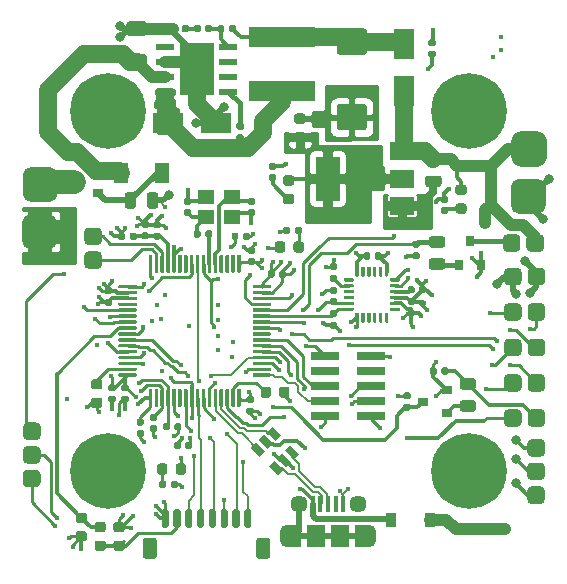
<source format=gbr>
%TF.GenerationSoftware,KiCad,Pcbnew,(5.1.6-0-10_14)*%
%TF.CreationDate,2020-11-09T18:58:44+11:00*%
%TF.ProjectId,spartan_mk1,73706172-7461-46e5-9f6d-6b312e6b6963,rev?*%
%TF.SameCoordinates,Original*%
%TF.FileFunction,Copper,L1,Top*%
%TF.FilePolarity,Positive*%
%FSLAX46Y46*%
G04 Gerber Fmt 4.6, Leading zero omitted, Abs format (unit mm)*
G04 Created by KiCad (PCBNEW (5.1.6-0-10_14)) date 2020-11-09 18:58:44*
%MOMM*%
%LPD*%
G01*
G04 APERTURE LIST*
%TA.AperFunction,SMDPad,CuDef*%
%ADD10R,1.500000X1.900000*%
%TD*%
%TA.AperFunction,ComponentPad*%
%ADD11C,1.450000*%
%TD*%
%TA.AperFunction,SMDPad,CuDef*%
%ADD12R,0.400000X1.350000*%
%TD*%
%TA.AperFunction,ComponentPad*%
%ADD13O,1.200000X1.900000*%
%TD*%
%TA.AperFunction,SMDPad,CuDef*%
%ADD14R,1.200000X1.900000*%
%TD*%
%TA.AperFunction,ComponentPad*%
%ADD15C,6.400000*%
%TD*%
%TA.AperFunction,ComponentPad*%
%ADD16C,0.800000*%
%TD*%
%TA.AperFunction,SMDPad,CuDef*%
%ADD17R,2.400000X0.740000*%
%TD*%
%TA.AperFunction,SMDPad,CuDef*%
%ADD18R,0.900000X1.200000*%
%TD*%
%TA.AperFunction,SMDPad,CuDef*%
%ADD19R,1.300000X1.700000*%
%TD*%
%TA.AperFunction,SMDPad,CuDef*%
%ADD20R,2.500000X1.800000*%
%TD*%
%TA.AperFunction,SMDPad,CuDef*%
%ADD21R,1.800000X2.500000*%
%TD*%
%TA.AperFunction,SMDPad,CuDef*%
%ADD22R,5.700000X1.700000*%
%TD*%
%TA.AperFunction,SMDPad,CuDef*%
%ADD23R,0.800000X0.900000*%
%TD*%
%TA.AperFunction,SMDPad,CuDef*%
%ADD24R,0.900000X0.800000*%
%TD*%
%TA.AperFunction,SMDPad,CuDef*%
%ADD25C,0.100000*%
%TD*%
%TA.AperFunction,SMDPad,CuDef*%
%ADD26R,2.600000X3.100000*%
%TD*%
%TA.AperFunction,Conductor*%
%ADD27R,2.950000X4.500000*%
%TD*%
%TA.AperFunction,SMDPad,CuDef*%
%ADD28R,1.550000X0.600000*%
%TD*%
%TA.AperFunction,ViaPad*%
%ADD29C,0.600000*%
%TD*%
%TA.AperFunction,SMDPad,CuDef*%
%ADD30R,1.400000X1.200000*%
%TD*%
%TA.AperFunction,SMDPad,CuDef*%
%ADD31R,2.000000X1.500000*%
%TD*%
%TA.AperFunction,SMDPad,CuDef*%
%ADD32R,2.000000X3.800000*%
%TD*%
%TA.AperFunction,ViaPad*%
%ADD33C,0.800000*%
%TD*%
%TA.AperFunction,ViaPad*%
%ADD34C,0.450000*%
%TD*%
%TA.AperFunction,ViaPad*%
%ADD35C,1.000000*%
%TD*%
%TA.AperFunction,Conductor*%
%ADD36C,0.250000*%
%TD*%
%TA.AperFunction,Conductor*%
%ADD37C,0.300000*%
%TD*%
%TA.AperFunction,Conductor*%
%ADD38C,0.500000*%
%TD*%
%TA.AperFunction,Conductor*%
%ADD39C,1.000000*%
%TD*%
%TA.AperFunction,Conductor*%
%ADD40C,1.500000*%
%TD*%
%TA.AperFunction,Conductor*%
%ADD41C,0.700000*%
%TD*%
%TA.AperFunction,Conductor*%
%ADD42C,0.200000*%
%TD*%
%TA.AperFunction,Conductor*%
%ADD43C,2.000000*%
%TD*%
%TA.AperFunction,Conductor*%
%ADD44C,0.400000*%
%TD*%
%TA.AperFunction,Conductor*%
%ADD45C,0.254000*%
%TD*%
G04 APERTURE END LIST*
D10*
%TO.P,J1,6*%
%TO.N,Net-(J1-Pad6)*%
X79600000Y-95937500D03*
D11*
X76100000Y-93237500D03*
D12*
%TO.P,J1,2*%
%TO.N,USB_CONN_D-*%
X77950000Y-93237500D03*
%TO.P,J1,1*%
%TO.N,/V_USB*%
X77300000Y-93237500D03*
%TO.P,J1,5*%
%TO.N,GND*%
X79900000Y-93237500D03*
%TO.P,J1,4*%
%TO.N,Net-(J1-Pad4)*%
X79250000Y-93237500D03*
%TO.P,J1,3*%
%TO.N,USB_CONN_D+*%
X78600000Y-93237500D03*
D11*
%TO.P,J1,6*%
%TO.N,Net-(J1-Pad6)*%
X81100000Y-93237500D03*
D10*
X77600000Y-95937500D03*
D13*
X75100000Y-95937500D03*
X82100000Y-95937500D03*
D14*
X81500000Y-95937500D03*
X75700000Y-95937500D03*
%TD*%
%TO.P,J15,MP*%
%TO.N,N/C*%
%TA.AperFunction,SMDPad,CuDef*%
G36*
G01*
X64100000Y-96349999D02*
X64100000Y-97650001D01*
G75*
G02*
X63850001Y-97900000I-249999J0D01*
G01*
X63149999Y-97900000D01*
G75*
G02*
X62900000Y-97650001I0J249999D01*
G01*
X62900000Y-96349999D01*
G75*
G02*
X63149999Y-96100000I249999J0D01*
G01*
X63850001Y-96100000D01*
G75*
G02*
X64100000Y-96349999I0J-249999D01*
G01*
G37*
%TD.AperFunction*%
%TA.AperFunction,SMDPad,CuDef*%
G36*
G01*
X73700000Y-96349999D02*
X73700000Y-97650001D01*
G75*
G02*
X73450001Y-97900000I-249999J0D01*
G01*
X72749999Y-97900000D01*
G75*
G02*
X72500000Y-97650001I0J249999D01*
G01*
X72500000Y-96349999D01*
G75*
G02*
X72749999Y-96100000I249999J0D01*
G01*
X73450001Y-96100000D01*
G75*
G02*
X73700000Y-96349999I0J-249999D01*
G01*
G37*
%TD.AperFunction*%
%TO.P,J15,8*%
%TO.N,GND*%
%TA.AperFunction,SMDPad,CuDef*%
G36*
G01*
X65100000Y-93850000D02*
X65100000Y-95100000D01*
G75*
G02*
X64950000Y-95250000I-150000J0D01*
G01*
X64650000Y-95250000D01*
G75*
G02*
X64500000Y-95100000I0J150000D01*
G01*
X64500000Y-93850000D01*
G75*
G02*
X64650000Y-93700000I150000J0D01*
G01*
X64950000Y-93700000D01*
G75*
G02*
X65100000Y-93850000I0J-150000D01*
G01*
G37*
%TD.AperFunction*%
%TO.P,J15,7*%
%TO.N,/ESC_BAT_SENSE*%
%TA.AperFunction,SMDPad,CuDef*%
G36*
G01*
X66100000Y-93850000D02*
X66100000Y-95100000D01*
G75*
G02*
X65950000Y-95250000I-150000J0D01*
G01*
X65650000Y-95250000D01*
G75*
G02*
X65500000Y-95100000I0J150000D01*
G01*
X65500000Y-93850000D01*
G75*
G02*
X65650000Y-93700000I150000J0D01*
G01*
X65950000Y-93700000D01*
G75*
G02*
X66100000Y-93850000I0J-150000D01*
G01*
G37*
%TD.AperFunction*%
%TO.P,J15,6*%
%TO.N,/ESC_DSHOT_1*%
%TA.AperFunction,SMDPad,CuDef*%
G36*
G01*
X67100000Y-93850000D02*
X67100000Y-95100000D01*
G75*
G02*
X66950000Y-95250000I-150000J0D01*
G01*
X66650000Y-95250000D01*
G75*
G02*
X66500000Y-95100000I0J150000D01*
G01*
X66500000Y-93850000D01*
G75*
G02*
X66650000Y-93700000I150000J0D01*
G01*
X66950000Y-93700000D01*
G75*
G02*
X67100000Y-93850000I0J-150000D01*
G01*
G37*
%TD.AperFunction*%
%TO.P,J15,5*%
%TO.N,/ESC_DSHOT_2*%
%TA.AperFunction,SMDPad,CuDef*%
G36*
G01*
X68100000Y-93850000D02*
X68100000Y-95100000D01*
G75*
G02*
X67950000Y-95250000I-150000J0D01*
G01*
X67650000Y-95250000D01*
G75*
G02*
X67500000Y-95100000I0J150000D01*
G01*
X67500000Y-93850000D01*
G75*
G02*
X67650000Y-93700000I150000J0D01*
G01*
X67950000Y-93700000D01*
G75*
G02*
X68100000Y-93850000I0J-150000D01*
G01*
G37*
%TD.AperFunction*%
%TO.P,J15,4*%
%TO.N,/ESC_DSHOT_3*%
%TA.AperFunction,SMDPad,CuDef*%
G36*
G01*
X69100000Y-93850000D02*
X69100000Y-95100000D01*
G75*
G02*
X68950000Y-95250000I-150000J0D01*
G01*
X68650000Y-95250000D01*
G75*
G02*
X68500000Y-95100000I0J150000D01*
G01*
X68500000Y-93850000D01*
G75*
G02*
X68650000Y-93700000I150000J0D01*
G01*
X68950000Y-93700000D01*
G75*
G02*
X69100000Y-93850000I0J-150000D01*
G01*
G37*
%TD.AperFunction*%
%TO.P,J15,3*%
%TO.N,/ESC_DSHOT_4*%
%TA.AperFunction,SMDPad,CuDef*%
G36*
G01*
X70100000Y-93850000D02*
X70100000Y-95100000D01*
G75*
G02*
X69950000Y-95250000I-150000J0D01*
G01*
X69650000Y-95250000D01*
G75*
G02*
X69500000Y-95100000I0J150000D01*
G01*
X69500000Y-93850000D01*
G75*
G02*
X69650000Y-93700000I150000J0D01*
G01*
X69950000Y-93700000D01*
G75*
G02*
X70100000Y-93850000I0J-150000D01*
G01*
G37*
%TD.AperFunction*%
%TO.P,J15,2*%
%TO.N,/UART3_RX*%
%TA.AperFunction,SMDPad,CuDef*%
G36*
G01*
X71100000Y-93850000D02*
X71100000Y-95100000D01*
G75*
G02*
X70950000Y-95250000I-150000J0D01*
G01*
X70650000Y-95250000D01*
G75*
G02*
X70500000Y-95100000I0J150000D01*
G01*
X70500000Y-93850000D01*
G75*
G02*
X70650000Y-93700000I150000J0D01*
G01*
X70950000Y-93700000D01*
G75*
G02*
X71100000Y-93850000I0J-150000D01*
G01*
G37*
%TD.AperFunction*%
%TO.P,J15,1*%
%TO.N,/CURR_SENSE*%
%TA.AperFunction,SMDPad,CuDef*%
G36*
G01*
X72100000Y-93850000D02*
X72100000Y-95100000D01*
G75*
G02*
X71950000Y-95250000I-150000J0D01*
G01*
X71650000Y-95250000D01*
G75*
G02*
X71500000Y-95100000I0J150000D01*
G01*
X71500000Y-93850000D01*
G75*
G02*
X71650000Y-93700000I150000J0D01*
G01*
X71950000Y-93700000D01*
G75*
G02*
X72100000Y-93850000I0J-150000D01*
G01*
G37*
%TD.AperFunction*%
%TD*%
%TO.P,C11,1*%
%TO.N,+3.3VA*%
%TA.AperFunction,SMDPad,CuDef*%
G36*
G01*
X64298500Y-70873000D02*
X63953500Y-70873000D01*
G75*
G02*
X63806000Y-70725500I0J147500D01*
G01*
X63806000Y-70430500D01*
G75*
G02*
X63953500Y-70283000I147500J0D01*
G01*
X64298500Y-70283000D01*
G75*
G02*
X64446000Y-70430500I0J-147500D01*
G01*
X64446000Y-70725500D01*
G75*
G02*
X64298500Y-70873000I-147500J0D01*
G01*
G37*
%TD.AperFunction*%
%TO.P,C11,2*%
%TO.N,GND*%
%TA.AperFunction,SMDPad,CuDef*%
G36*
G01*
X64298500Y-69903000D02*
X63953500Y-69903000D01*
G75*
G02*
X63806000Y-69755500I0J147500D01*
G01*
X63806000Y-69460500D01*
G75*
G02*
X63953500Y-69313000I147500J0D01*
G01*
X64298500Y-69313000D01*
G75*
G02*
X64446000Y-69460500I0J-147500D01*
G01*
X64446000Y-69755500D01*
G75*
G02*
X64298500Y-69903000I-147500J0D01*
G01*
G37*
%TD.AperFunction*%
%TD*%
%TO.P,J11,1*%
%TO.N,+5V*%
%TA.AperFunction,SMDPad,CuDef*%
G36*
G01*
X94113500Y-63950000D02*
X94113500Y-62450000D01*
G75*
G02*
X94863500Y-61700000I750000J0D01*
G01*
X96363500Y-61700000D01*
G75*
G02*
X97113500Y-62450000I0J-750000D01*
G01*
X97113500Y-63950000D01*
G75*
G02*
X96363500Y-64700000I-750000J0D01*
G01*
X94863500Y-64700000D01*
G75*
G02*
X94113500Y-63950000I0J750000D01*
G01*
G37*
%TD.AperFunction*%
%TO.P,J11,2*%
%TO.N,GND*%
%TA.AperFunction,SMDPad,CuDef*%
G36*
G01*
X94050000Y-67950000D02*
X94050000Y-66450000D01*
G75*
G02*
X94800000Y-65700000I750000J0D01*
G01*
X96300000Y-65700000D01*
G75*
G02*
X97050000Y-66450000I0J-750000D01*
G01*
X97050000Y-67950000D01*
G75*
G02*
X96300000Y-68700000I-750000J0D01*
G01*
X94800000Y-68700000D01*
G75*
G02*
X94050000Y-67950000I0J750000D01*
G01*
G37*
%TD.AperFunction*%
%TD*%
D15*
%TO.P,H3,1*%
%TO.N,GND*%
X90500000Y-60000000D03*
D16*
X92900000Y-60000000D03*
X92197056Y-61697056D03*
X90500000Y-62400000D03*
X88802944Y-61697056D03*
X88100000Y-60000000D03*
X88802944Y-58302944D03*
X90500000Y-57600000D03*
X92197056Y-58302944D03*
%TD*%
D17*
%TO.P,J13,10*%
%TO.N,/NRST*%
X78350000Y-80760000D03*
%TO.P,J13,9*%
%TO.N,GND*%
X82250000Y-80760000D03*
%TO.P,J13,8*%
%TO.N,Net-(J13-Pad8)*%
X78350000Y-82030000D03*
%TO.P,J13,7*%
%TO.N,Net-(J13-Pad7)*%
X82250000Y-82030000D03*
%TO.P,J13,6*%
%TO.N,/SWO*%
X78350000Y-83300000D03*
%TO.P,J13,5*%
%TO.N,GND*%
X82250000Y-83300000D03*
%TO.P,J13,4*%
%TO.N,/SWCLK*%
X78350000Y-84570000D03*
%TO.P,J13,3*%
%TO.N,GND*%
X82250000Y-84570000D03*
%TO.P,J13,2*%
%TO.N,/SWDIO*%
X78350000Y-85840000D03*
%TO.P,J13,1*%
%TO.N,+3V3*%
X82250000Y-85840000D03*
%TD*%
%TO.P,C24,2*%
%TO.N,GND*%
%TA.AperFunction,SMDPad,CuDef*%
G36*
G01*
X79574999Y-59375000D02*
X81625001Y-59375000D01*
G75*
G02*
X81875000Y-59624999I0J-249999D01*
G01*
X81875000Y-61375001D01*
G75*
G02*
X81625001Y-61625000I-249999J0D01*
G01*
X79574999Y-61625000D01*
G75*
G02*
X79325000Y-61375001I0J249999D01*
G01*
X79325000Y-59624999D01*
G75*
G02*
X79574999Y-59375000I249999J0D01*
G01*
G37*
%TD.AperFunction*%
%TO.P,C24,1*%
%TO.N,Net-(C24-Pad1)*%
%TA.AperFunction,SMDPad,CuDef*%
G36*
G01*
X79574999Y-52975000D02*
X81625001Y-52975000D01*
G75*
G02*
X81875000Y-53224999I0J-249999D01*
G01*
X81875000Y-54975001D01*
G75*
G02*
X81625001Y-55225000I-249999J0D01*
G01*
X79574999Y-55225000D01*
G75*
G02*
X79325000Y-54975001I0J249999D01*
G01*
X79325000Y-53224999D01*
G75*
G02*
X79574999Y-52975000I249999J0D01*
G01*
G37*
%TD.AperFunction*%
%TD*%
D18*
%TO.P,D3,2*%
%TO.N,/V_USB*%
X83950000Y-94600000D03*
%TO.P,D3,1*%
%TO.N,+5V*%
X87250000Y-94600000D03*
%TD*%
%TO.P,C1,2*%
%TO.N,+3V3*%
%TA.AperFunction,SMDPad,CuDef*%
G36*
G01*
X85477500Y-76790000D02*
X85822500Y-76790000D01*
G75*
G02*
X85970000Y-76937500I0J-147500D01*
G01*
X85970000Y-77232500D01*
G75*
G02*
X85822500Y-77380000I-147500J0D01*
G01*
X85477500Y-77380000D01*
G75*
G02*
X85330000Y-77232500I0J147500D01*
G01*
X85330000Y-76937500D01*
G75*
G02*
X85477500Y-76790000I147500J0D01*
G01*
G37*
%TD.AperFunction*%
%TO.P,C1,1*%
%TO.N,GND*%
%TA.AperFunction,SMDPad,CuDef*%
G36*
G01*
X85477500Y-75820000D02*
X85822500Y-75820000D01*
G75*
G02*
X85970000Y-75967500I0J-147500D01*
G01*
X85970000Y-76262500D01*
G75*
G02*
X85822500Y-76410000I-147500J0D01*
G01*
X85477500Y-76410000D01*
G75*
G02*
X85330000Y-76262500I0J147500D01*
G01*
X85330000Y-75967500D01*
G75*
G02*
X85477500Y-75820000I147500J0D01*
G01*
G37*
%TD.AperFunction*%
%TD*%
%TO.P,C2,1*%
%TO.N,+3V3*%
%TA.AperFunction,SMDPad,CuDef*%
G36*
G01*
X83130000Y-72077500D02*
X83130000Y-72422500D01*
G75*
G02*
X82982500Y-72570000I-147500J0D01*
G01*
X82687500Y-72570000D01*
G75*
G02*
X82540000Y-72422500I0J147500D01*
G01*
X82540000Y-72077500D01*
G75*
G02*
X82687500Y-71930000I147500J0D01*
G01*
X82982500Y-71930000D01*
G75*
G02*
X83130000Y-72077500I0J-147500D01*
G01*
G37*
%TD.AperFunction*%
%TO.P,C2,2*%
%TO.N,GND*%
%TA.AperFunction,SMDPad,CuDef*%
G36*
G01*
X82160000Y-72077500D02*
X82160000Y-72422500D01*
G75*
G02*
X82012500Y-72570000I-147500J0D01*
G01*
X81717500Y-72570000D01*
G75*
G02*
X81570000Y-72422500I0J147500D01*
G01*
X81570000Y-72077500D01*
G75*
G02*
X81717500Y-71930000I147500J0D01*
G01*
X82012500Y-71930000D01*
G75*
G02*
X82160000Y-72077500I0J-147500D01*
G01*
G37*
%TD.AperFunction*%
%TD*%
%TO.P,C3,1*%
%TO.N,GND*%
%TA.AperFunction,SMDPad,CuDef*%
G36*
G01*
X86884000Y-74927500D02*
X86884000Y-75272500D01*
G75*
G02*
X86736500Y-75420000I-147500J0D01*
G01*
X86441500Y-75420000D01*
G75*
G02*
X86294000Y-75272500I0J147500D01*
G01*
X86294000Y-74927500D01*
G75*
G02*
X86441500Y-74780000I147500J0D01*
G01*
X86736500Y-74780000D01*
G75*
G02*
X86884000Y-74927500I0J-147500D01*
G01*
G37*
%TD.AperFunction*%
%TO.P,C3,2*%
%TO.N,Net-(C3-Pad2)*%
%TA.AperFunction,SMDPad,CuDef*%
G36*
G01*
X85914000Y-74927500D02*
X85914000Y-75272500D01*
G75*
G02*
X85766500Y-75420000I-147500J0D01*
G01*
X85471500Y-75420000D01*
G75*
G02*
X85324000Y-75272500I0J147500D01*
G01*
X85324000Y-74927500D01*
G75*
G02*
X85471500Y-74780000I147500J0D01*
G01*
X85766500Y-74780000D01*
G75*
G02*
X85914000Y-74927500I0J-147500D01*
G01*
G37*
%TD.AperFunction*%
%TD*%
%TO.P,C4,2*%
%TO.N,Net-(C4-Pad2)*%
%TA.AperFunction,SMDPad,CuDef*%
G36*
G01*
X78877500Y-73840000D02*
X79222500Y-73840000D01*
G75*
G02*
X79370000Y-73987500I0J-147500D01*
G01*
X79370000Y-74282500D01*
G75*
G02*
X79222500Y-74430000I-147500J0D01*
G01*
X78877500Y-74430000D01*
G75*
G02*
X78730000Y-74282500I0J147500D01*
G01*
X78730000Y-73987500D01*
G75*
G02*
X78877500Y-73840000I147500J0D01*
G01*
G37*
%TD.AperFunction*%
%TO.P,C4,1*%
%TO.N,GND*%
%TA.AperFunction,SMDPad,CuDef*%
G36*
G01*
X78877500Y-72870000D02*
X79222500Y-72870000D01*
G75*
G02*
X79370000Y-73017500I0J-147500D01*
G01*
X79370000Y-73312500D01*
G75*
G02*
X79222500Y-73460000I-147500J0D01*
G01*
X78877500Y-73460000D01*
G75*
G02*
X78730000Y-73312500I0J147500D01*
G01*
X78730000Y-73017500D01*
G75*
G02*
X78877500Y-72870000I147500J0D01*
G01*
G37*
%TD.AperFunction*%
%TD*%
%TO.P,C5,2*%
%TO.N,GND*%
%TA.AperFunction,SMDPad,CuDef*%
G36*
G01*
X71927500Y-68290000D02*
X72272500Y-68290000D01*
G75*
G02*
X72420000Y-68437500I0J-147500D01*
G01*
X72420000Y-68732500D01*
G75*
G02*
X72272500Y-68880000I-147500J0D01*
G01*
X71927500Y-68880000D01*
G75*
G02*
X71780000Y-68732500I0J147500D01*
G01*
X71780000Y-68437500D01*
G75*
G02*
X71927500Y-68290000I147500J0D01*
G01*
G37*
%TD.AperFunction*%
%TO.P,C5,1*%
%TO.N,HSE_IN*%
%TA.AperFunction,SMDPad,CuDef*%
G36*
G01*
X71927500Y-67320000D02*
X72272500Y-67320000D01*
G75*
G02*
X72420000Y-67467500I0J-147500D01*
G01*
X72420000Y-67762500D01*
G75*
G02*
X72272500Y-67910000I-147500J0D01*
G01*
X71927500Y-67910000D01*
G75*
G02*
X71780000Y-67762500I0J147500D01*
G01*
X71780000Y-67467500D01*
G75*
G02*
X71927500Y-67320000I147500J0D01*
G01*
G37*
%TD.AperFunction*%
%TD*%
%TO.P,C6,1*%
%TO.N,Net-(C6-Pad1)*%
%TA.AperFunction,SMDPad,CuDef*%
G36*
G01*
X66872500Y-68880000D02*
X66527500Y-68880000D01*
G75*
G02*
X66380000Y-68732500I0J147500D01*
G01*
X66380000Y-68437500D01*
G75*
G02*
X66527500Y-68290000I147500J0D01*
G01*
X66872500Y-68290000D01*
G75*
G02*
X67020000Y-68437500I0J-147500D01*
G01*
X67020000Y-68732500D01*
G75*
G02*
X66872500Y-68880000I-147500J0D01*
G01*
G37*
%TD.AperFunction*%
%TO.P,C6,2*%
%TO.N,GND*%
%TA.AperFunction,SMDPad,CuDef*%
G36*
G01*
X66872500Y-67910000D02*
X66527500Y-67910000D01*
G75*
G02*
X66380000Y-67762500I0J147500D01*
G01*
X66380000Y-67467500D01*
G75*
G02*
X66527500Y-67320000I147500J0D01*
G01*
X66872500Y-67320000D01*
G75*
G02*
X67020000Y-67467500I0J-147500D01*
G01*
X67020000Y-67762500D01*
G75*
G02*
X66872500Y-67910000I-147500J0D01*
G01*
G37*
%TD.AperFunction*%
%TD*%
%TO.P,C9,1*%
%TO.N,+3V3*%
%TA.AperFunction,SMDPad,CuDef*%
G36*
G01*
X60127500Y-83120000D02*
X60472500Y-83120000D01*
G75*
G02*
X60620000Y-83267500I0J-147500D01*
G01*
X60620000Y-83562500D01*
G75*
G02*
X60472500Y-83710000I-147500J0D01*
G01*
X60127500Y-83710000D01*
G75*
G02*
X59980000Y-83562500I0J147500D01*
G01*
X59980000Y-83267500D01*
G75*
G02*
X60127500Y-83120000I147500J0D01*
G01*
G37*
%TD.AperFunction*%
%TO.P,C9,2*%
%TO.N,GND*%
%TA.AperFunction,SMDPad,CuDef*%
G36*
G01*
X60127500Y-84090000D02*
X60472500Y-84090000D01*
G75*
G02*
X60620000Y-84237500I0J-147500D01*
G01*
X60620000Y-84532500D01*
G75*
G02*
X60472500Y-84680000I-147500J0D01*
G01*
X60127500Y-84680000D01*
G75*
G02*
X59980000Y-84532500I0J147500D01*
G01*
X59980000Y-84237500D01*
G75*
G02*
X60127500Y-84090000I147500J0D01*
G01*
G37*
%TD.AperFunction*%
%TD*%
%TO.P,C10,2*%
%TO.N,GND*%
%TA.AperFunction,SMDPad,CuDef*%
G36*
G01*
X61227500Y-84090000D02*
X61572500Y-84090000D01*
G75*
G02*
X61720000Y-84237500I0J-147500D01*
G01*
X61720000Y-84532500D01*
G75*
G02*
X61572500Y-84680000I-147500J0D01*
G01*
X61227500Y-84680000D01*
G75*
G02*
X61080000Y-84532500I0J147500D01*
G01*
X61080000Y-84237500D01*
G75*
G02*
X61227500Y-84090000I147500J0D01*
G01*
G37*
%TD.AperFunction*%
%TO.P,C10,1*%
%TO.N,+3V3*%
%TA.AperFunction,SMDPad,CuDef*%
G36*
G01*
X61227500Y-83120000D02*
X61572500Y-83120000D01*
G75*
G02*
X61720000Y-83267500I0J-147500D01*
G01*
X61720000Y-83562500D01*
G75*
G02*
X61572500Y-83710000I-147500J0D01*
G01*
X61227500Y-83710000D01*
G75*
G02*
X61080000Y-83562500I0J147500D01*
G01*
X61080000Y-83267500D01*
G75*
G02*
X61227500Y-83120000I147500J0D01*
G01*
G37*
%TD.AperFunction*%
%TD*%
%TO.P,C12,1*%
%TO.N,+3V3*%
%TA.AperFunction,SMDPad,CuDef*%
G36*
G01*
X72279553Y-73022947D02*
X71934553Y-73022947D01*
G75*
G02*
X71787053Y-72875447I0J147500D01*
G01*
X71787053Y-72580447D01*
G75*
G02*
X71934553Y-72432947I147500J0D01*
G01*
X72279553Y-72432947D01*
G75*
G02*
X72427053Y-72580447I0J-147500D01*
G01*
X72427053Y-72875447D01*
G75*
G02*
X72279553Y-73022947I-147500J0D01*
G01*
G37*
%TD.AperFunction*%
%TO.P,C12,2*%
%TO.N,GND*%
%TA.AperFunction,SMDPad,CuDef*%
G36*
G01*
X72279553Y-72052947D02*
X71934553Y-72052947D01*
G75*
G02*
X71787053Y-71905447I0J147500D01*
G01*
X71787053Y-71610447D01*
G75*
G02*
X71934553Y-71462947I147500J0D01*
G01*
X72279553Y-71462947D01*
G75*
G02*
X72427053Y-71610447I0J-147500D01*
G01*
X72427053Y-71905447D01*
G75*
G02*
X72279553Y-72052947I-147500J0D01*
G01*
G37*
%TD.AperFunction*%
%TD*%
%TO.P,C13,1*%
%TO.N,+3.3VA*%
%TA.AperFunction,SMDPad,CuDef*%
G36*
G01*
X63282500Y-70850000D02*
X62937500Y-70850000D01*
G75*
G02*
X62790000Y-70702500I0J147500D01*
G01*
X62790000Y-70407500D01*
G75*
G02*
X62937500Y-70260000I147500J0D01*
G01*
X63282500Y-70260000D01*
G75*
G02*
X63430000Y-70407500I0J-147500D01*
G01*
X63430000Y-70702500D01*
G75*
G02*
X63282500Y-70850000I-147500J0D01*
G01*
G37*
%TD.AperFunction*%
%TO.P,C13,2*%
%TO.N,GND*%
%TA.AperFunction,SMDPad,CuDef*%
G36*
G01*
X63282500Y-69880000D02*
X62937500Y-69880000D01*
G75*
G02*
X62790000Y-69732500I0J147500D01*
G01*
X62790000Y-69437500D01*
G75*
G02*
X62937500Y-69290000I147500J0D01*
G01*
X63282500Y-69290000D01*
G75*
G02*
X63430000Y-69437500I0J-147500D01*
G01*
X63430000Y-69732500D01*
G75*
G02*
X63282500Y-69880000I-147500J0D01*
G01*
G37*
%TD.AperFunction*%
%TD*%
%TO.P,C14,2*%
%TO.N,GND*%
%TA.AperFunction,SMDPad,CuDef*%
G36*
G01*
X71827500Y-85090000D02*
X72172500Y-85090000D01*
G75*
G02*
X72320000Y-85237500I0J-147500D01*
G01*
X72320000Y-85532500D01*
G75*
G02*
X72172500Y-85680000I-147500J0D01*
G01*
X71827500Y-85680000D01*
G75*
G02*
X71680000Y-85532500I0J147500D01*
G01*
X71680000Y-85237500D01*
G75*
G02*
X71827500Y-85090000I147500J0D01*
G01*
G37*
%TD.AperFunction*%
%TO.P,C14,1*%
%TO.N,+3V3*%
%TA.AperFunction,SMDPad,CuDef*%
G36*
G01*
X71827500Y-84120000D02*
X72172500Y-84120000D01*
G75*
G02*
X72320000Y-84267500I0J-147500D01*
G01*
X72320000Y-84562500D01*
G75*
G02*
X72172500Y-84710000I-147500J0D01*
G01*
X71827500Y-84710000D01*
G75*
G02*
X71680000Y-84562500I0J147500D01*
G01*
X71680000Y-84267500D01*
G75*
G02*
X71827500Y-84120000I147500J0D01*
G01*
G37*
%TD.AperFunction*%
%TD*%
%TO.P,C15,1*%
%TO.N,+3V3*%
%TA.AperFunction,SMDPad,CuDef*%
G36*
G01*
X60172500Y-76480000D02*
X59827500Y-76480000D01*
G75*
G02*
X59680000Y-76332500I0J147500D01*
G01*
X59680000Y-76037500D01*
G75*
G02*
X59827500Y-75890000I147500J0D01*
G01*
X60172500Y-75890000D01*
G75*
G02*
X60320000Y-76037500I0J-147500D01*
G01*
X60320000Y-76332500D01*
G75*
G02*
X60172500Y-76480000I-147500J0D01*
G01*
G37*
%TD.AperFunction*%
%TO.P,C15,2*%
%TO.N,GND*%
%TA.AperFunction,SMDPad,CuDef*%
G36*
G01*
X60172500Y-75510000D02*
X59827500Y-75510000D01*
G75*
G02*
X59680000Y-75362500I0J147500D01*
G01*
X59680000Y-75067500D01*
G75*
G02*
X59827500Y-74920000I147500J0D01*
G01*
X60172500Y-74920000D01*
G75*
G02*
X60320000Y-75067500I0J-147500D01*
G01*
X60320000Y-75362500D01*
G75*
G02*
X60172500Y-75510000I-147500J0D01*
G01*
G37*
%TD.AperFunction*%
%TD*%
%TO.P,C16,2*%
%TO.N,GND*%
%TA.AperFunction,SMDPad,CuDef*%
G36*
G01*
X74440000Y-73972500D02*
X74440000Y-73627500D01*
G75*
G02*
X74587500Y-73480000I147500J0D01*
G01*
X74882500Y-73480000D01*
G75*
G02*
X75030000Y-73627500I0J-147500D01*
G01*
X75030000Y-73972500D01*
G75*
G02*
X74882500Y-74120000I-147500J0D01*
G01*
X74587500Y-74120000D01*
G75*
G02*
X74440000Y-73972500I0J147500D01*
G01*
G37*
%TD.AperFunction*%
%TO.P,C16,1*%
%TO.N,+3V3*%
%TA.AperFunction,SMDPad,CuDef*%
G36*
G01*
X73470000Y-73972500D02*
X73470000Y-73627500D01*
G75*
G02*
X73617500Y-73480000I147500J0D01*
G01*
X73912500Y-73480000D01*
G75*
G02*
X74060000Y-73627500I0J-147500D01*
G01*
X74060000Y-73972500D01*
G75*
G02*
X73912500Y-74120000I-147500J0D01*
G01*
X73617500Y-74120000D01*
G75*
G02*
X73470000Y-73972500I0J147500D01*
G01*
G37*
%TD.AperFunction*%
%TD*%
%TO.P,C18,2*%
%TO.N,GND*%
%TA.AperFunction,SMDPad,CuDef*%
G36*
G01*
X61156250Y-95650000D02*
X60643750Y-95650000D01*
G75*
G02*
X60425000Y-95431250I0J218750D01*
G01*
X60425000Y-94993750D01*
G75*
G02*
X60643750Y-94775000I218750J0D01*
G01*
X61156250Y-94775000D01*
G75*
G02*
X61375000Y-94993750I0J-218750D01*
G01*
X61375000Y-95431250D01*
G75*
G02*
X61156250Y-95650000I-218750J0D01*
G01*
G37*
%TD.AperFunction*%
%TO.P,C18,1*%
%TO.N,/ESC_BAT_SENSE*%
%TA.AperFunction,SMDPad,CuDef*%
G36*
G01*
X61156250Y-97225000D02*
X60643750Y-97225000D01*
G75*
G02*
X60425000Y-97006250I0J218750D01*
G01*
X60425000Y-96568750D01*
G75*
G02*
X60643750Y-96350000I218750J0D01*
G01*
X61156250Y-96350000D01*
G75*
G02*
X61375000Y-96568750I0J-218750D01*
G01*
X61375000Y-97006250D01*
G75*
G02*
X61156250Y-97225000I-218750J0D01*
G01*
G37*
%TD.AperFunction*%
%TD*%
%TO.P,C19,2*%
%TO.N,GND*%
%TA.AperFunction,SMDPad,CuDef*%
G36*
G01*
X87043750Y-65450000D02*
X87956250Y-65450000D01*
G75*
G02*
X88200000Y-65693750I0J-243750D01*
G01*
X88200000Y-66181250D01*
G75*
G02*
X87956250Y-66425000I-243750J0D01*
G01*
X87043750Y-66425000D01*
G75*
G02*
X86800000Y-66181250I0J243750D01*
G01*
X86800000Y-65693750D01*
G75*
G02*
X87043750Y-65450000I243750J0D01*
G01*
G37*
%TD.AperFunction*%
%TO.P,C19,1*%
%TO.N,+5V*%
%TA.AperFunction,SMDPad,CuDef*%
G36*
G01*
X87043750Y-63575000D02*
X87956250Y-63575000D01*
G75*
G02*
X88200000Y-63818750I0J-243750D01*
G01*
X88200000Y-64306250D01*
G75*
G02*
X87956250Y-64550000I-243750J0D01*
G01*
X87043750Y-64550000D01*
G75*
G02*
X86800000Y-64306250I0J243750D01*
G01*
X86800000Y-63818750D01*
G75*
G02*
X87043750Y-63575000I243750J0D01*
G01*
G37*
%TD.AperFunction*%
%TD*%
%TO.P,C20,1*%
%TO.N,Net-(C20-Pad1)*%
%TA.AperFunction,SMDPad,CuDef*%
G36*
G01*
X63025000Y-56425000D02*
X61775000Y-56425000D01*
G75*
G02*
X61525000Y-56175000I0J250000D01*
G01*
X61525000Y-55425000D01*
G75*
G02*
X61775000Y-55175000I250000J0D01*
G01*
X63025000Y-55175000D01*
G75*
G02*
X63275000Y-55425000I0J-250000D01*
G01*
X63275000Y-56175000D01*
G75*
G02*
X63025000Y-56425000I-250000J0D01*
G01*
G37*
%TD.AperFunction*%
%TO.P,C20,2*%
%TO.N,GND*%
%TA.AperFunction,SMDPad,CuDef*%
G36*
G01*
X63025000Y-53625000D02*
X61775000Y-53625000D01*
G75*
G02*
X61525000Y-53375000I0J250000D01*
G01*
X61525000Y-52625000D01*
G75*
G02*
X61775000Y-52375000I250000J0D01*
G01*
X63025000Y-52375000D01*
G75*
G02*
X63275000Y-52625000I0J-250000D01*
G01*
X63275000Y-53375000D01*
G75*
G02*
X63025000Y-53625000I-250000J0D01*
G01*
G37*
%TD.AperFunction*%
%TD*%
%TO.P,C22,1*%
%TO.N,+3V3*%
%TA.AperFunction,SMDPad,CuDef*%
G36*
G01*
X76456250Y-62637500D02*
X75943750Y-62637500D01*
G75*
G02*
X75725000Y-62418750I0J218750D01*
G01*
X75725000Y-61981250D01*
G75*
G02*
X75943750Y-61762500I218750J0D01*
G01*
X76456250Y-61762500D01*
G75*
G02*
X76675000Y-61981250I0J-218750D01*
G01*
X76675000Y-62418750D01*
G75*
G02*
X76456250Y-62637500I-218750J0D01*
G01*
G37*
%TD.AperFunction*%
%TO.P,C22,2*%
%TO.N,GND*%
%TA.AperFunction,SMDPad,CuDef*%
G36*
G01*
X76456250Y-61062500D02*
X75943750Y-61062500D01*
G75*
G02*
X75725000Y-60843750I0J218750D01*
G01*
X75725000Y-60406250D01*
G75*
G02*
X75943750Y-60187500I218750J0D01*
G01*
X76456250Y-60187500D01*
G75*
G02*
X76675000Y-60406250I0J-218750D01*
G01*
X76675000Y-60843750D01*
G75*
G02*
X76456250Y-61062500I-218750J0D01*
G01*
G37*
%TD.AperFunction*%
%TD*%
%TO.P,C23,2*%
%TO.N,Net-(C23-Pad2)*%
%TA.AperFunction,SMDPad,CuDef*%
G36*
G01*
X70971500Y-61960000D02*
X71316500Y-61960000D01*
G75*
G02*
X71464000Y-62107500I0J-147500D01*
G01*
X71464000Y-62402500D01*
G75*
G02*
X71316500Y-62550000I-147500J0D01*
G01*
X70971500Y-62550000D01*
G75*
G02*
X70824000Y-62402500I0J147500D01*
G01*
X70824000Y-62107500D01*
G75*
G02*
X70971500Y-61960000I147500J0D01*
G01*
G37*
%TD.AperFunction*%
%TO.P,C23,1*%
%TO.N,Net-(C23-Pad1)*%
%TA.AperFunction,SMDPad,CuDef*%
G36*
G01*
X70971500Y-60990000D02*
X71316500Y-60990000D01*
G75*
G02*
X71464000Y-61137500I0J-147500D01*
G01*
X71464000Y-61432500D01*
G75*
G02*
X71316500Y-61580000I-147500J0D01*
G01*
X70971500Y-61580000D01*
G75*
G02*
X70824000Y-61432500I0J147500D01*
G01*
X70824000Y-61137500D01*
G75*
G02*
X70971500Y-60990000I147500J0D01*
G01*
G37*
%TD.AperFunction*%
%TD*%
%TO.P,D1,1*%
%TO.N,Net-(D1-Pad1)*%
%TA.AperFunction,SMDPad,CuDef*%
G36*
G01*
X90106250Y-68675000D02*
X89593750Y-68675000D01*
G75*
G02*
X89375000Y-68456250I0J218750D01*
G01*
X89375000Y-68018750D01*
G75*
G02*
X89593750Y-67800000I218750J0D01*
G01*
X90106250Y-67800000D01*
G75*
G02*
X90325000Y-68018750I0J-218750D01*
G01*
X90325000Y-68456250D01*
G75*
G02*
X90106250Y-68675000I-218750J0D01*
G01*
G37*
%TD.AperFunction*%
%TO.P,D1,2*%
%TO.N,+5V*%
%TA.AperFunction,SMDPad,CuDef*%
G36*
G01*
X90106250Y-67100000D02*
X89593750Y-67100000D01*
G75*
G02*
X89375000Y-66881250I0J218750D01*
G01*
X89375000Y-66443750D01*
G75*
G02*
X89593750Y-66225000I218750J0D01*
G01*
X90106250Y-66225000D01*
G75*
G02*
X90325000Y-66443750I0J-218750D01*
G01*
X90325000Y-66881250D01*
G75*
G02*
X90106250Y-67100000I-218750J0D01*
G01*
G37*
%TD.AperFunction*%
%TD*%
%TO.P,D2,2*%
%TO.N,+3V3*%
%TA.AperFunction,SMDPad,CuDef*%
G36*
G01*
X75506250Y-66300000D02*
X74993750Y-66300000D01*
G75*
G02*
X74775000Y-66081250I0J218750D01*
G01*
X74775000Y-65643750D01*
G75*
G02*
X74993750Y-65425000I218750J0D01*
G01*
X75506250Y-65425000D01*
G75*
G02*
X75725000Y-65643750I0J-218750D01*
G01*
X75725000Y-66081250D01*
G75*
G02*
X75506250Y-66300000I-218750J0D01*
G01*
G37*
%TD.AperFunction*%
%TO.P,D2,1*%
%TO.N,Net-(D2-Pad1)*%
%TA.AperFunction,SMDPad,CuDef*%
G36*
G01*
X75506250Y-67875000D02*
X74993750Y-67875000D01*
G75*
G02*
X74775000Y-67656250I0J218750D01*
G01*
X74775000Y-67218750D01*
G75*
G02*
X74993750Y-67000000I218750J0D01*
G01*
X75506250Y-67000000D01*
G75*
G02*
X75725000Y-67218750I0J-218750D01*
G01*
X75725000Y-67656250D01*
G75*
G02*
X75506250Y-67875000I-218750J0D01*
G01*
G37*
%TD.AperFunction*%
%TD*%
D19*
%TO.P,D4,1*%
%TO.N,Net-(C20-Pad1)*%
X61050000Y-65200000D03*
%TO.P,D4,2*%
%TO.N,Net-(D4-Pad2)*%
X64550000Y-65200000D03*
%TD*%
D20*
%TO.P,D5,1*%
%TO.N,Net-(C23-Pad2)*%
X65080000Y-61008000D03*
%TO.P,D5,2*%
%TO.N,GND*%
X69080000Y-61008000D03*
%TD*%
D21*
%TO.P,D6,1*%
%TO.N,+5V*%
X85000000Y-58300000D03*
%TO.P,D6,2*%
%TO.N,Net-(C24-Pad1)*%
X85000000Y-54300000D03*
%TD*%
D15*
%TO.P,H1,1*%
%TO.N,GND*%
X90500000Y-90500000D03*
D16*
X92900000Y-90500000D03*
X92197056Y-92197056D03*
X90500000Y-92900000D03*
X88802944Y-92197056D03*
X88100000Y-90500000D03*
X88802944Y-88802944D03*
X90500000Y-88100000D03*
X92197056Y-88802944D03*
%TD*%
%TO.P,H2,1*%
%TO.N,GND*%
X61697056Y-88802944D03*
X60000000Y-88100000D03*
X58302944Y-88802944D03*
X57600000Y-90500000D03*
X58302944Y-92197056D03*
X60000000Y-92900000D03*
X61697056Y-92197056D03*
X62400000Y-90500000D03*
D15*
X60000000Y-90500000D03*
%TD*%
D16*
%TO.P,H4,1*%
%TO.N,GND*%
X61697056Y-58302944D03*
X60000000Y-57600000D03*
X58302944Y-58302944D03*
X57600000Y-60000000D03*
X58302944Y-61697056D03*
X60000000Y-62400000D03*
X61697056Y-61697056D03*
X62400000Y-60000000D03*
D15*
X60000000Y-60000000D03*
%TD*%
%TO.P,L1,1*%
%TO.N,+3V3*%
%TA.AperFunction,SMDPad,CuDef*%
G36*
G01*
X60820000Y-70772500D02*
X60820000Y-70427500D01*
G75*
G02*
X60967500Y-70280000I147500J0D01*
G01*
X61262500Y-70280000D01*
G75*
G02*
X61410000Y-70427500I0J-147500D01*
G01*
X61410000Y-70772500D01*
G75*
G02*
X61262500Y-70920000I-147500J0D01*
G01*
X60967500Y-70920000D01*
G75*
G02*
X60820000Y-70772500I0J147500D01*
G01*
G37*
%TD.AperFunction*%
%TO.P,L1,2*%
%TO.N,+3.3VA*%
%TA.AperFunction,SMDPad,CuDef*%
G36*
G01*
X61790000Y-70772500D02*
X61790000Y-70427500D01*
G75*
G02*
X61937500Y-70280000I147500J0D01*
G01*
X62232500Y-70280000D01*
G75*
G02*
X62380000Y-70427500I0J-147500D01*
G01*
X62380000Y-70772500D01*
G75*
G02*
X62232500Y-70920000I-147500J0D01*
G01*
X61937500Y-70920000D01*
G75*
G02*
X61790000Y-70772500I0J147500D01*
G01*
G37*
%TD.AperFunction*%
%TD*%
D22*
%TO.P,L2,2*%
%TO.N,Net-(C24-Pad1)*%
X74700000Y-53750000D03*
%TO.P,L2,1*%
%TO.N,Net-(C23-Pad2)*%
X74700000Y-58250000D03*
%TD*%
D23*
%TO.P,Q1,1*%
%TO.N,Net-(Q1-Pad1)*%
X89667000Y-73000500D03*
%TO.P,Q1,2*%
%TO.N,GND*%
X91567000Y-73000500D03*
%TO.P,Q1,3*%
%TO.N,Net-(J12-Pad2)*%
X90617000Y-71000500D03*
%TD*%
D24*
%TO.P,Q2,1*%
%TO.N,Net-(Q2-Pad1)*%
X88630000Y-85532000D03*
%TO.P,Q2,2*%
%TO.N,GND*%
X88630000Y-83632000D03*
%TO.P,Q2,3*%
%TO.N,/SBUS_RX*%
X86630000Y-84582000D03*
%TD*%
%TO.P,Q3,3*%
%TO.N,/Power_Regulation/Vbat*%
X57100000Y-66000000D03*
%TO.P,Q3,2*%
%TO.N,Net-(C20-Pad1)*%
X59100000Y-65050000D03*
%TO.P,Q3,1*%
%TO.N,Net-(D4-Pad2)*%
X59100000Y-66950000D03*
%TD*%
%TO.P,R1,2*%
%TO.N,+3V3*%
%TA.AperFunction,SMDPad,CuDef*%
G36*
G01*
X78877500Y-77840000D02*
X79222500Y-77840000D01*
G75*
G02*
X79370000Y-77987500I0J-147500D01*
G01*
X79370000Y-78282500D01*
G75*
G02*
X79222500Y-78430000I-147500J0D01*
G01*
X78877500Y-78430000D01*
G75*
G02*
X78730000Y-78282500I0J147500D01*
G01*
X78730000Y-77987500D01*
G75*
G02*
X78877500Y-77840000I147500J0D01*
G01*
G37*
%TD.AperFunction*%
%TO.P,R1,1*%
%TO.N,/GYRO_SDA*%
%TA.AperFunction,SMDPad,CuDef*%
G36*
G01*
X78877500Y-76870000D02*
X79222500Y-76870000D01*
G75*
G02*
X79370000Y-77017500I0J-147500D01*
G01*
X79370000Y-77312500D01*
G75*
G02*
X79222500Y-77460000I-147500J0D01*
G01*
X78877500Y-77460000D01*
G75*
G02*
X78730000Y-77312500I0J147500D01*
G01*
X78730000Y-77017500D01*
G75*
G02*
X78877500Y-76870000I147500J0D01*
G01*
G37*
%TD.AperFunction*%
%TD*%
%TO.P,R2,2*%
%TO.N,+3V3*%
%TA.AperFunction,SMDPad,CuDef*%
G36*
G01*
X79222500Y-75460000D02*
X78877500Y-75460000D01*
G75*
G02*
X78730000Y-75312500I0J147500D01*
G01*
X78730000Y-75017500D01*
G75*
G02*
X78877500Y-74870000I147500J0D01*
G01*
X79222500Y-74870000D01*
G75*
G02*
X79370000Y-75017500I0J-147500D01*
G01*
X79370000Y-75312500D01*
G75*
G02*
X79222500Y-75460000I-147500J0D01*
G01*
G37*
%TD.AperFunction*%
%TO.P,R2,1*%
%TO.N,/GYRO_SCL*%
%TA.AperFunction,SMDPad,CuDef*%
G36*
G01*
X79222500Y-76430000D02*
X78877500Y-76430000D01*
G75*
G02*
X78730000Y-76282500I0J147500D01*
G01*
X78730000Y-75987500D01*
G75*
G02*
X78877500Y-75840000I147500J0D01*
G01*
X79222500Y-75840000D01*
G75*
G02*
X79370000Y-75987500I0J-147500D01*
G01*
X79370000Y-76282500D01*
G75*
G02*
X79222500Y-76430000I-147500J0D01*
G01*
G37*
%TD.AperFunction*%
%TD*%
%TO.P,R5,1*%
%TO.N,/BUZZER*%
%TA.AperFunction,SMDPad,CuDef*%
G36*
G01*
X85872500Y-70966500D02*
X86217500Y-70966500D01*
G75*
G02*
X86365000Y-71114000I0J-147500D01*
G01*
X86365000Y-71409000D01*
G75*
G02*
X86217500Y-71556500I-147500J0D01*
G01*
X85872500Y-71556500D01*
G75*
G02*
X85725000Y-71409000I0J147500D01*
G01*
X85725000Y-71114000D01*
G75*
G02*
X85872500Y-70966500I147500J0D01*
G01*
G37*
%TD.AperFunction*%
%TO.P,R5,2*%
%TO.N,GND*%
%TA.AperFunction,SMDPad,CuDef*%
G36*
G01*
X85872500Y-71936500D02*
X86217500Y-71936500D01*
G75*
G02*
X86365000Y-72084000I0J-147500D01*
G01*
X86365000Y-72379000D01*
G75*
G02*
X86217500Y-72526500I-147500J0D01*
G01*
X85872500Y-72526500D01*
G75*
G02*
X85725000Y-72379000I0J147500D01*
G01*
X85725000Y-72084000D01*
G75*
G02*
X85872500Y-71936500I147500J0D01*
G01*
G37*
%TD.AperFunction*%
%TD*%
%TO.P,R6,1*%
%TO.N,Net-(Q1-Pad1)*%
%TA.AperFunction,SMDPad,CuDef*%
G36*
G01*
X88279250Y-73425500D02*
X87366750Y-73425500D01*
G75*
G02*
X87123000Y-73181750I0J243750D01*
G01*
X87123000Y-72694250D01*
G75*
G02*
X87366750Y-72450500I243750J0D01*
G01*
X88279250Y-72450500D01*
G75*
G02*
X88523000Y-72694250I0J-243750D01*
G01*
X88523000Y-73181750D01*
G75*
G02*
X88279250Y-73425500I-243750J0D01*
G01*
G37*
%TD.AperFunction*%
%TO.P,R6,2*%
%TO.N,/BUZZER*%
%TA.AperFunction,SMDPad,CuDef*%
G36*
G01*
X88279250Y-71550500D02*
X87366750Y-71550500D01*
G75*
G02*
X87123000Y-71306750I0J243750D01*
G01*
X87123000Y-70819250D01*
G75*
G02*
X87366750Y-70575500I243750J0D01*
G01*
X88279250Y-70575500D01*
G75*
G02*
X88523000Y-70819250I0J-243750D01*
G01*
X88523000Y-71306750D01*
G75*
G02*
X88279250Y-71550500I-243750J0D01*
G01*
G37*
%TD.AperFunction*%
%TD*%
%TO.P,R9,2*%
%TO.N,GND*%
%TA.AperFunction,SMDPad,CuDef*%
G36*
G01*
X87810000Y-81827500D02*
X87810000Y-82172500D01*
G75*
G02*
X87662500Y-82320000I-147500J0D01*
G01*
X87367500Y-82320000D01*
G75*
G02*
X87220000Y-82172500I0J147500D01*
G01*
X87220000Y-81827500D01*
G75*
G02*
X87367500Y-81680000I147500J0D01*
G01*
X87662500Y-81680000D01*
G75*
G02*
X87810000Y-81827500I0J-147500D01*
G01*
G37*
%TD.AperFunction*%
%TO.P,R9,1*%
%TO.N,/Inputs/SBUS*%
%TA.AperFunction,SMDPad,CuDef*%
G36*
G01*
X88780000Y-81827500D02*
X88780000Y-82172500D01*
G75*
G02*
X88632500Y-82320000I-147500J0D01*
G01*
X88337500Y-82320000D01*
G75*
G02*
X88190000Y-82172500I0J147500D01*
G01*
X88190000Y-81827500D01*
G75*
G02*
X88337500Y-81680000I147500J0D01*
G01*
X88632500Y-81680000D01*
G75*
G02*
X88780000Y-81827500I0J-147500D01*
G01*
G37*
%TD.AperFunction*%
%TD*%
%TO.P,R10,2*%
%TO.N,/Inputs/SBUS*%
%TA.AperFunction,SMDPad,CuDef*%
G36*
G01*
X90880250Y-83560500D02*
X89967750Y-83560500D01*
G75*
G02*
X89724000Y-83316750I0J243750D01*
G01*
X89724000Y-82829250D01*
G75*
G02*
X89967750Y-82585500I243750J0D01*
G01*
X90880250Y-82585500D01*
G75*
G02*
X91124000Y-82829250I0J-243750D01*
G01*
X91124000Y-83316750D01*
G75*
G02*
X90880250Y-83560500I-243750J0D01*
G01*
G37*
%TD.AperFunction*%
%TO.P,R10,1*%
%TO.N,Net-(Q2-Pad1)*%
%TA.AperFunction,SMDPad,CuDef*%
G36*
G01*
X90880250Y-85435500D02*
X89967750Y-85435500D01*
G75*
G02*
X89724000Y-85191750I0J243750D01*
G01*
X89724000Y-84704250D01*
G75*
G02*
X89967750Y-84460500I243750J0D01*
G01*
X90880250Y-84460500D01*
G75*
G02*
X91124000Y-84704250I0J-243750D01*
G01*
X91124000Y-85191750D01*
G75*
G02*
X90880250Y-85435500I-243750J0D01*
G01*
G37*
%TD.AperFunction*%
%TD*%
%TO.P,R11,1*%
%TO.N,+3V3*%
%TA.AperFunction,SMDPad,CuDef*%
G36*
G01*
X85108000Y-83802000D02*
X85453000Y-83802000D01*
G75*
G02*
X85600500Y-83949500I0J-147500D01*
G01*
X85600500Y-84244500D01*
G75*
G02*
X85453000Y-84392000I-147500J0D01*
G01*
X85108000Y-84392000D01*
G75*
G02*
X84960500Y-84244500I0J147500D01*
G01*
X84960500Y-83949500D01*
G75*
G02*
X85108000Y-83802000I147500J0D01*
G01*
G37*
%TD.AperFunction*%
%TO.P,R11,2*%
%TO.N,/SBUS_RX*%
%TA.AperFunction,SMDPad,CuDef*%
G36*
G01*
X85108000Y-84772000D02*
X85453000Y-84772000D01*
G75*
G02*
X85600500Y-84919500I0J-147500D01*
G01*
X85600500Y-85214500D01*
G75*
G02*
X85453000Y-85362000I-147500J0D01*
G01*
X85108000Y-85362000D01*
G75*
G02*
X84960500Y-85214500I0J147500D01*
G01*
X84960500Y-84919500D01*
G75*
G02*
X85108000Y-84772000I147500J0D01*
G01*
G37*
%TD.AperFunction*%
%TD*%
%TO.P,R12,2*%
%TO.N,BOOT0*%
%TA.AperFunction,SMDPad,CuDef*%
G36*
G01*
X87572500Y-54510000D02*
X87227500Y-54510000D01*
G75*
G02*
X87080000Y-54362500I0J147500D01*
G01*
X87080000Y-54067500D01*
G75*
G02*
X87227500Y-53920000I147500J0D01*
G01*
X87572500Y-53920000D01*
G75*
G02*
X87720000Y-54067500I0J-147500D01*
G01*
X87720000Y-54362500D01*
G75*
G02*
X87572500Y-54510000I-147500J0D01*
G01*
G37*
%TD.AperFunction*%
%TO.P,R12,1*%
%TO.N,+3V3*%
%TA.AperFunction,SMDPad,CuDef*%
G36*
G01*
X87572500Y-55480000D02*
X87227500Y-55480000D01*
G75*
G02*
X87080000Y-55332500I0J147500D01*
G01*
X87080000Y-55037500D01*
G75*
G02*
X87227500Y-54890000I147500J0D01*
G01*
X87572500Y-54890000D01*
G75*
G02*
X87720000Y-55037500I0J-147500D01*
G01*
X87720000Y-55332500D01*
G75*
G02*
X87572500Y-55480000I-147500J0D01*
G01*
G37*
%TD.AperFunction*%
%TD*%
%TO.P,R14,1*%
%TO.N,/ESC_1_CS*%
%TA.AperFunction,SMDPad,CuDef*%
G36*
G01*
X65520000Y-88472500D02*
X65520000Y-88127500D01*
G75*
G02*
X65667500Y-87980000I147500J0D01*
G01*
X65962500Y-87980000D01*
G75*
G02*
X66110000Y-88127500I0J-147500D01*
G01*
X66110000Y-88472500D01*
G75*
G02*
X65962500Y-88620000I-147500J0D01*
G01*
X65667500Y-88620000D01*
G75*
G02*
X65520000Y-88472500I0J147500D01*
G01*
G37*
%TD.AperFunction*%
%TO.P,R14,2*%
%TO.N,+3V3*%
%TA.AperFunction,SMDPad,CuDef*%
G36*
G01*
X66490000Y-88472500D02*
X66490000Y-88127500D01*
G75*
G02*
X66637500Y-87980000I147500J0D01*
G01*
X66932500Y-87980000D01*
G75*
G02*
X67080000Y-88127500I0J-147500D01*
G01*
X67080000Y-88472500D01*
G75*
G02*
X66932500Y-88620000I-147500J0D01*
G01*
X66637500Y-88620000D01*
G75*
G02*
X66490000Y-88472500I0J147500D01*
G01*
G37*
%TD.AperFunction*%
%TD*%
%TO.P,R18,2*%
%TO.N,+3V3*%
%TA.AperFunction,SMDPad,CuDef*%
G36*
G01*
X62527500Y-86990000D02*
X62872500Y-86990000D01*
G75*
G02*
X63020000Y-87137500I0J-147500D01*
G01*
X63020000Y-87432500D01*
G75*
G02*
X62872500Y-87580000I-147500J0D01*
G01*
X62527500Y-87580000D01*
G75*
G02*
X62380000Y-87432500I0J147500D01*
G01*
X62380000Y-87137500D01*
G75*
G02*
X62527500Y-86990000I147500J0D01*
G01*
G37*
%TD.AperFunction*%
%TO.P,R18,1*%
%TO.N,/ESC_4_CS*%
%TA.AperFunction,SMDPad,CuDef*%
G36*
G01*
X62527500Y-86020000D02*
X62872500Y-86020000D01*
G75*
G02*
X63020000Y-86167500I0J-147500D01*
G01*
X63020000Y-86462500D01*
G75*
G02*
X62872500Y-86610000I-147500J0D01*
G01*
X62527500Y-86610000D01*
G75*
G02*
X62380000Y-86462500I0J147500D01*
G01*
X62380000Y-86167500D01*
G75*
G02*
X62527500Y-86020000I147500J0D01*
G01*
G37*
%TD.AperFunction*%
%TD*%
%TO.P,R20,1*%
%TO.N,/ESC_3_CS*%
%TA.AperFunction,SMDPad,CuDef*%
G36*
G01*
X63627500Y-85620000D02*
X63972500Y-85620000D01*
G75*
G02*
X64120000Y-85767500I0J-147500D01*
G01*
X64120000Y-86062500D01*
G75*
G02*
X63972500Y-86210000I-147500J0D01*
G01*
X63627500Y-86210000D01*
G75*
G02*
X63480000Y-86062500I0J147500D01*
G01*
X63480000Y-85767500D01*
G75*
G02*
X63627500Y-85620000I147500J0D01*
G01*
G37*
%TD.AperFunction*%
%TO.P,R20,2*%
%TO.N,+3V3*%
%TA.AperFunction,SMDPad,CuDef*%
G36*
G01*
X63627500Y-86590000D02*
X63972500Y-86590000D01*
G75*
G02*
X64120000Y-86737500I0J-147500D01*
G01*
X64120000Y-87032500D01*
G75*
G02*
X63972500Y-87180000I-147500J0D01*
G01*
X63627500Y-87180000D01*
G75*
G02*
X63480000Y-87032500I0J147500D01*
G01*
X63480000Y-86737500D01*
G75*
G02*
X63627500Y-86590000I147500J0D01*
G01*
G37*
%TD.AperFunction*%
%TD*%
%TO.P,R21,2*%
%TO.N,+3V3*%
%TA.AperFunction,SMDPad,CuDef*%
G36*
G01*
X65590000Y-86872500D02*
X65590000Y-86527500D01*
G75*
G02*
X65737500Y-86380000I147500J0D01*
G01*
X66032500Y-86380000D01*
G75*
G02*
X66180000Y-86527500I0J-147500D01*
G01*
X66180000Y-86872500D01*
G75*
G02*
X66032500Y-87020000I-147500J0D01*
G01*
X65737500Y-87020000D01*
G75*
G02*
X65590000Y-86872500I0J147500D01*
G01*
G37*
%TD.AperFunction*%
%TO.P,R21,1*%
%TO.N,/ESC_2_CS*%
%TA.AperFunction,SMDPad,CuDef*%
G36*
G01*
X64620000Y-86872500D02*
X64620000Y-86527500D01*
G75*
G02*
X64767500Y-86380000I147500J0D01*
G01*
X65062500Y-86380000D01*
G75*
G02*
X65210000Y-86527500I0J-147500D01*
G01*
X65210000Y-86872500D01*
G75*
G02*
X65062500Y-87020000I-147500J0D01*
G01*
X64767500Y-87020000D01*
G75*
G02*
X64620000Y-86872500I0J147500D01*
G01*
G37*
%TD.AperFunction*%
%TD*%
%TO.P,R22,1*%
%TO.N,/V_BAT_SENSE*%
%TA.AperFunction,SMDPad,CuDef*%
G36*
G01*
X59043750Y-94775000D02*
X59556250Y-94775000D01*
G75*
G02*
X59775000Y-94993750I0J-218750D01*
G01*
X59775000Y-95431250D01*
G75*
G02*
X59556250Y-95650000I-218750J0D01*
G01*
X59043750Y-95650000D01*
G75*
G02*
X58825000Y-95431250I0J218750D01*
G01*
X58825000Y-94993750D01*
G75*
G02*
X59043750Y-94775000I218750J0D01*
G01*
G37*
%TD.AperFunction*%
%TO.P,R22,2*%
%TO.N,/ESC_BAT_SENSE*%
%TA.AperFunction,SMDPad,CuDef*%
G36*
G01*
X59043750Y-96350000D02*
X59556250Y-96350000D01*
G75*
G02*
X59775000Y-96568750I0J-218750D01*
G01*
X59775000Y-97006250D01*
G75*
G02*
X59556250Y-97225000I-218750J0D01*
G01*
X59043750Y-97225000D01*
G75*
G02*
X58825000Y-97006250I0J218750D01*
G01*
X58825000Y-96568750D01*
G75*
G02*
X59043750Y-96350000I218750J0D01*
G01*
G37*
%TD.AperFunction*%
%TD*%
%TO.P,R23,2*%
%TO.N,/V_BAT_SENSE*%
%TA.AperFunction,SMDPad,CuDef*%
G36*
G01*
X57956250Y-94850000D02*
X57443750Y-94850000D01*
G75*
G02*
X57225000Y-94631250I0J218750D01*
G01*
X57225000Y-94193750D01*
G75*
G02*
X57443750Y-93975000I218750J0D01*
G01*
X57956250Y-93975000D01*
G75*
G02*
X58175000Y-94193750I0J-218750D01*
G01*
X58175000Y-94631250D01*
G75*
G02*
X57956250Y-94850000I-218750J0D01*
G01*
G37*
%TD.AperFunction*%
%TO.P,R23,1*%
%TO.N,GND*%
%TA.AperFunction,SMDPad,CuDef*%
G36*
G01*
X57956250Y-96425000D02*
X57443750Y-96425000D01*
G75*
G02*
X57225000Y-96206250I0J218750D01*
G01*
X57225000Y-95768750D01*
G75*
G02*
X57443750Y-95550000I218750J0D01*
G01*
X57956250Y-95550000D01*
G75*
G02*
X58175000Y-95768750I0J-218750D01*
G01*
X58175000Y-96206250D01*
G75*
G02*
X57956250Y-96425000I-218750J0D01*
G01*
G37*
%TD.AperFunction*%
%TD*%
%TO.P,R24,2*%
%TO.N,GND*%
%TA.AperFunction,SMDPad,CuDef*%
G36*
G01*
X88622500Y-67760000D02*
X88277500Y-67760000D01*
G75*
G02*
X88130000Y-67612500I0J147500D01*
G01*
X88130000Y-67317500D01*
G75*
G02*
X88277500Y-67170000I147500J0D01*
G01*
X88622500Y-67170000D01*
G75*
G02*
X88770000Y-67317500I0J-147500D01*
G01*
X88770000Y-67612500D01*
G75*
G02*
X88622500Y-67760000I-147500J0D01*
G01*
G37*
%TD.AperFunction*%
%TO.P,R24,1*%
%TO.N,Net-(D1-Pad1)*%
%TA.AperFunction,SMDPad,CuDef*%
G36*
G01*
X88622500Y-68730000D02*
X88277500Y-68730000D01*
G75*
G02*
X88130000Y-68582500I0J147500D01*
G01*
X88130000Y-68287500D01*
G75*
G02*
X88277500Y-68140000I147500J0D01*
G01*
X88622500Y-68140000D01*
G75*
G02*
X88770000Y-68287500I0J-147500D01*
G01*
X88770000Y-68582500D01*
G75*
G02*
X88622500Y-68730000I-147500J0D01*
G01*
G37*
%TD.AperFunction*%
%TD*%
%TO.P,R25,1*%
%TO.N,Net-(D2-Pad1)*%
%TA.AperFunction,SMDPad,CuDef*%
G36*
G01*
X74072500Y-65930000D02*
X73727500Y-65930000D01*
G75*
G02*
X73580000Y-65782500I0J147500D01*
G01*
X73580000Y-65487500D01*
G75*
G02*
X73727500Y-65340000I147500J0D01*
G01*
X74072500Y-65340000D01*
G75*
G02*
X74220000Y-65487500I0J-147500D01*
G01*
X74220000Y-65782500D01*
G75*
G02*
X74072500Y-65930000I-147500J0D01*
G01*
G37*
%TD.AperFunction*%
%TO.P,R25,2*%
%TO.N,GND*%
%TA.AperFunction,SMDPad,CuDef*%
G36*
G01*
X74072500Y-64960000D02*
X73727500Y-64960000D01*
G75*
G02*
X73580000Y-64812500I0J147500D01*
G01*
X73580000Y-64517500D01*
G75*
G02*
X73727500Y-64370000I147500J0D01*
G01*
X74072500Y-64370000D01*
G75*
G02*
X74220000Y-64517500I0J-147500D01*
G01*
X74220000Y-64812500D01*
G75*
G02*
X74072500Y-64960000I-147500J0D01*
G01*
G37*
%TD.AperFunction*%
%TD*%
%TO.P,R26,1*%
%TO.N,Net-(D4-Pad2)*%
%TA.AperFunction,SMDPad,CuDef*%
G36*
G01*
X61375000Y-68006250D02*
X61375000Y-67093750D01*
G75*
G02*
X61618750Y-66850000I243750J0D01*
G01*
X62106250Y-66850000D01*
G75*
G02*
X62350000Y-67093750I0J-243750D01*
G01*
X62350000Y-68006250D01*
G75*
G02*
X62106250Y-68250000I-243750J0D01*
G01*
X61618750Y-68250000D01*
G75*
G02*
X61375000Y-68006250I0J243750D01*
G01*
G37*
%TD.AperFunction*%
%TO.P,R26,2*%
%TO.N,GND*%
%TA.AperFunction,SMDPad,CuDef*%
G36*
G01*
X63250000Y-68006250D02*
X63250000Y-67093750D01*
G75*
G02*
X63493750Y-66850000I243750J0D01*
G01*
X63981250Y-66850000D01*
G75*
G02*
X64225000Y-67093750I0J-243750D01*
G01*
X64225000Y-68006250D01*
G75*
G02*
X63981250Y-68250000I-243750J0D01*
G01*
X63493750Y-68250000D01*
G75*
G02*
X63250000Y-68006250I0J243750D01*
G01*
G37*
%TD.AperFunction*%
%TD*%
%TO.P,R27,1*%
%TO.N,Net-(C24-Pad1)*%
%TA.AperFunction,SMDPad,CuDef*%
G36*
G01*
X70795000Y-52827500D02*
X70795000Y-53172500D01*
G75*
G02*
X70647500Y-53320000I-147500J0D01*
G01*
X70352500Y-53320000D01*
G75*
G02*
X70205000Y-53172500I0J147500D01*
G01*
X70205000Y-52827500D01*
G75*
G02*
X70352500Y-52680000I147500J0D01*
G01*
X70647500Y-52680000D01*
G75*
G02*
X70795000Y-52827500I0J-147500D01*
G01*
G37*
%TD.AperFunction*%
%TO.P,R27,2*%
%TO.N,Net-(R27-Pad2)*%
%TA.AperFunction,SMDPad,CuDef*%
G36*
G01*
X69825000Y-52827500D02*
X69825000Y-53172500D01*
G75*
G02*
X69677500Y-53320000I-147500J0D01*
G01*
X69382500Y-53320000D01*
G75*
G02*
X69235000Y-53172500I0J147500D01*
G01*
X69235000Y-52827500D01*
G75*
G02*
X69382500Y-52680000I147500J0D01*
G01*
X69677500Y-52680000D01*
G75*
G02*
X69825000Y-52827500I0J-147500D01*
G01*
G37*
%TD.AperFunction*%
%TD*%
%TO.P,R28,2*%
%TO.N,Net-(R28-Pad2)*%
%TA.AperFunction,SMDPad,CuDef*%
G36*
G01*
X67810000Y-52827500D02*
X67810000Y-53172500D01*
G75*
G02*
X67662500Y-53320000I-147500J0D01*
G01*
X67367500Y-53320000D01*
G75*
G02*
X67220000Y-53172500I0J147500D01*
G01*
X67220000Y-52827500D01*
G75*
G02*
X67367500Y-52680000I147500J0D01*
G01*
X67662500Y-52680000D01*
G75*
G02*
X67810000Y-52827500I0J-147500D01*
G01*
G37*
%TD.AperFunction*%
%TO.P,R28,1*%
%TO.N,Net-(R27-Pad2)*%
%TA.AperFunction,SMDPad,CuDef*%
G36*
G01*
X68780000Y-52827500D02*
X68780000Y-53172500D01*
G75*
G02*
X68632500Y-53320000I-147500J0D01*
G01*
X68337500Y-53320000D01*
G75*
G02*
X68190000Y-53172500I0J147500D01*
G01*
X68190000Y-52827500D01*
G75*
G02*
X68337500Y-52680000I147500J0D01*
G01*
X68632500Y-52680000D01*
G75*
G02*
X68780000Y-52827500I0J-147500D01*
G01*
G37*
%TD.AperFunction*%
%TD*%
%TO.P,R29,1*%
%TO.N,Net-(R28-Pad2)*%
%TA.AperFunction,SMDPad,CuDef*%
G36*
G01*
X66780000Y-52827500D02*
X66780000Y-53172500D01*
G75*
G02*
X66632500Y-53320000I-147500J0D01*
G01*
X66337500Y-53320000D01*
G75*
G02*
X66190000Y-53172500I0J147500D01*
G01*
X66190000Y-52827500D01*
G75*
G02*
X66337500Y-52680000I147500J0D01*
G01*
X66632500Y-52680000D01*
G75*
G02*
X66780000Y-52827500I0J-147500D01*
G01*
G37*
%TD.AperFunction*%
%TO.P,R29,2*%
%TO.N,GND*%
%TA.AperFunction,SMDPad,CuDef*%
G36*
G01*
X65810000Y-52827500D02*
X65810000Y-53172500D01*
G75*
G02*
X65662500Y-53320000I-147500J0D01*
G01*
X65367500Y-53320000D01*
G75*
G02*
X65220000Y-53172500I0J147500D01*
G01*
X65220000Y-52827500D01*
G75*
G02*
X65367500Y-52680000I147500J0D01*
G01*
X65662500Y-52680000D01*
G75*
G02*
X65810000Y-52827500I0J-147500D01*
G01*
G37*
%TD.AperFunction*%
%TD*%
%TO.P,U1,1*%
%TO.N,GND*%
%TA.AperFunction,SMDPad,CuDef*%
G36*
G01*
X81119000Y-77897000D02*
X80969000Y-77897000D01*
G75*
G02*
X80894000Y-77822000I0J75000D01*
G01*
X80894000Y-77122000D01*
G75*
G02*
X80969000Y-77047000I75000J0D01*
G01*
X81119000Y-77047000D01*
G75*
G02*
X81194000Y-77122000I0J-75000D01*
G01*
X81194000Y-77822000D01*
G75*
G02*
X81119000Y-77897000I-75000J0D01*
G01*
G37*
%TD.AperFunction*%
%TO.P,U1,2*%
%TO.N,N/C*%
%TA.AperFunction,SMDPad,CuDef*%
G36*
G01*
X81619000Y-77897000D02*
X81469000Y-77897000D01*
G75*
G02*
X81394000Y-77822000I0J75000D01*
G01*
X81394000Y-77122000D01*
G75*
G02*
X81469000Y-77047000I75000J0D01*
G01*
X81619000Y-77047000D01*
G75*
G02*
X81694000Y-77122000I0J-75000D01*
G01*
X81694000Y-77822000D01*
G75*
G02*
X81619000Y-77897000I-75000J0D01*
G01*
G37*
%TD.AperFunction*%
%TO.P,U1,3*%
%TA.AperFunction,SMDPad,CuDef*%
G36*
G01*
X82119000Y-77897000D02*
X81969000Y-77897000D01*
G75*
G02*
X81894000Y-77822000I0J75000D01*
G01*
X81894000Y-77122000D01*
G75*
G02*
X81969000Y-77047000I75000J0D01*
G01*
X82119000Y-77047000D01*
G75*
G02*
X82194000Y-77122000I0J-75000D01*
G01*
X82194000Y-77822000D01*
G75*
G02*
X82119000Y-77897000I-75000J0D01*
G01*
G37*
%TD.AperFunction*%
%TO.P,U1,4*%
%TA.AperFunction,SMDPad,CuDef*%
G36*
G01*
X82619000Y-77897000D02*
X82469000Y-77897000D01*
G75*
G02*
X82394000Y-77822000I0J75000D01*
G01*
X82394000Y-77122000D01*
G75*
G02*
X82469000Y-77047000I75000J0D01*
G01*
X82619000Y-77047000D01*
G75*
G02*
X82694000Y-77122000I0J-75000D01*
G01*
X82694000Y-77822000D01*
G75*
G02*
X82619000Y-77897000I-75000J0D01*
G01*
G37*
%TD.AperFunction*%
%TO.P,U1,5*%
%TA.AperFunction,SMDPad,CuDef*%
G36*
G01*
X83119000Y-77897000D02*
X82969000Y-77897000D01*
G75*
G02*
X82894000Y-77822000I0J75000D01*
G01*
X82894000Y-77122000D01*
G75*
G02*
X82969000Y-77047000I75000J0D01*
G01*
X83119000Y-77047000D01*
G75*
G02*
X83194000Y-77122000I0J-75000D01*
G01*
X83194000Y-77822000D01*
G75*
G02*
X83119000Y-77897000I-75000J0D01*
G01*
G37*
%TD.AperFunction*%
%TO.P,U1,6*%
%TO.N,Net-(U1-Pad6)*%
%TA.AperFunction,SMDPad,CuDef*%
G36*
G01*
X83619000Y-77897000D02*
X83469000Y-77897000D01*
G75*
G02*
X83394000Y-77822000I0J75000D01*
G01*
X83394000Y-77122000D01*
G75*
G02*
X83469000Y-77047000I75000J0D01*
G01*
X83619000Y-77047000D01*
G75*
G02*
X83694000Y-77122000I0J-75000D01*
G01*
X83694000Y-77822000D01*
G75*
G02*
X83619000Y-77897000I-75000J0D01*
G01*
G37*
%TD.AperFunction*%
%TO.P,U1,7*%
%TO.N,Net-(U1-Pad7)*%
%TA.AperFunction,SMDPad,CuDef*%
G36*
G01*
X84669000Y-76697000D02*
X84669000Y-76847000D01*
G75*
G02*
X84594000Y-76922000I-75000J0D01*
G01*
X83894000Y-76922000D01*
G75*
G02*
X83819000Y-76847000I0J75000D01*
G01*
X83819000Y-76697000D01*
G75*
G02*
X83894000Y-76622000I75000J0D01*
G01*
X84594000Y-76622000D01*
G75*
G02*
X84669000Y-76697000I0J-75000D01*
G01*
G37*
%TD.AperFunction*%
%TO.P,U1,8*%
%TO.N,+3V3*%
%TA.AperFunction,SMDPad,CuDef*%
G36*
G01*
X84669000Y-76197000D02*
X84669000Y-76347000D01*
G75*
G02*
X84594000Y-76422000I-75000J0D01*
G01*
X83894000Y-76422000D01*
G75*
G02*
X83819000Y-76347000I0J75000D01*
G01*
X83819000Y-76197000D01*
G75*
G02*
X83894000Y-76122000I75000J0D01*
G01*
X84594000Y-76122000D01*
G75*
G02*
X84669000Y-76197000I0J-75000D01*
G01*
G37*
%TD.AperFunction*%
%TO.P,U1,9*%
%TO.N,GND*%
%TA.AperFunction,SMDPad,CuDef*%
G36*
G01*
X84669000Y-75697000D02*
X84669000Y-75847000D01*
G75*
G02*
X84594000Y-75922000I-75000J0D01*
G01*
X83894000Y-75922000D01*
G75*
G02*
X83819000Y-75847000I0J75000D01*
G01*
X83819000Y-75697000D01*
G75*
G02*
X83894000Y-75622000I75000J0D01*
G01*
X84594000Y-75622000D01*
G75*
G02*
X84669000Y-75697000I0J-75000D01*
G01*
G37*
%TD.AperFunction*%
%TO.P,U1,10*%
%TO.N,Net-(C3-Pad2)*%
%TA.AperFunction,SMDPad,CuDef*%
G36*
G01*
X84669000Y-75197000D02*
X84669000Y-75347000D01*
G75*
G02*
X84594000Y-75422000I-75000J0D01*
G01*
X83894000Y-75422000D01*
G75*
G02*
X83819000Y-75347000I0J75000D01*
G01*
X83819000Y-75197000D01*
G75*
G02*
X83894000Y-75122000I75000J0D01*
G01*
X84594000Y-75122000D01*
G75*
G02*
X84669000Y-75197000I0J-75000D01*
G01*
G37*
%TD.AperFunction*%
%TO.P,U1,11*%
%TO.N,/GYRO_FSYNC*%
%TA.AperFunction,SMDPad,CuDef*%
G36*
G01*
X84669000Y-74697000D02*
X84669000Y-74847000D01*
G75*
G02*
X84594000Y-74922000I-75000J0D01*
G01*
X83894000Y-74922000D01*
G75*
G02*
X83819000Y-74847000I0J75000D01*
G01*
X83819000Y-74697000D01*
G75*
G02*
X83894000Y-74622000I75000J0D01*
G01*
X84594000Y-74622000D01*
G75*
G02*
X84669000Y-74697000I0J-75000D01*
G01*
G37*
%TD.AperFunction*%
%TO.P,U1,12*%
%TO.N,/GYRO_INT*%
%TA.AperFunction,SMDPad,CuDef*%
G36*
G01*
X84669000Y-74197000D02*
X84669000Y-74347000D01*
G75*
G02*
X84594000Y-74422000I-75000J0D01*
G01*
X83894000Y-74422000D01*
G75*
G02*
X83819000Y-74347000I0J75000D01*
G01*
X83819000Y-74197000D01*
G75*
G02*
X83894000Y-74122000I75000J0D01*
G01*
X84594000Y-74122000D01*
G75*
G02*
X84669000Y-74197000I0J-75000D01*
G01*
G37*
%TD.AperFunction*%
%TO.P,U1,13*%
%TO.N,+3V3*%
%TA.AperFunction,SMDPad,CuDef*%
G36*
G01*
X83619000Y-73997000D02*
X83469000Y-73997000D01*
G75*
G02*
X83394000Y-73922000I0J75000D01*
G01*
X83394000Y-73222000D01*
G75*
G02*
X83469000Y-73147000I75000J0D01*
G01*
X83619000Y-73147000D01*
G75*
G02*
X83694000Y-73222000I0J-75000D01*
G01*
X83694000Y-73922000D01*
G75*
G02*
X83619000Y-73997000I-75000J0D01*
G01*
G37*
%TD.AperFunction*%
%TO.P,U1,14*%
%TO.N,N/C*%
%TA.AperFunction,SMDPad,CuDef*%
G36*
G01*
X83119000Y-73997000D02*
X82969000Y-73997000D01*
G75*
G02*
X82894000Y-73922000I0J75000D01*
G01*
X82894000Y-73222000D01*
G75*
G02*
X82969000Y-73147000I75000J0D01*
G01*
X83119000Y-73147000D01*
G75*
G02*
X83194000Y-73222000I0J-75000D01*
G01*
X83194000Y-73922000D01*
G75*
G02*
X83119000Y-73997000I-75000J0D01*
G01*
G37*
%TD.AperFunction*%
%TO.P,U1,15*%
%TA.AperFunction,SMDPad,CuDef*%
G36*
G01*
X82619000Y-73997000D02*
X82469000Y-73997000D01*
G75*
G02*
X82394000Y-73922000I0J75000D01*
G01*
X82394000Y-73222000D01*
G75*
G02*
X82469000Y-73147000I75000J0D01*
G01*
X82619000Y-73147000D01*
G75*
G02*
X82694000Y-73222000I0J-75000D01*
G01*
X82694000Y-73922000D01*
G75*
G02*
X82619000Y-73997000I-75000J0D01*
G01*
G37*
%TD.AperFunction*%
%TO.P,U1,16*%
%TA.AperFunction,SMDPad,CuDef*%
G36*
G01*
X82119000Y-73997000D02*
X81969000Y-73997000D01*
G75*
G02*
X81894000Y-73922000I0J75000D01*
G01*
X81894000Y-73222000D01*
G75*
G02*
X81969000Y-73147000I75000J0D01*
G01*
X82119000Y-73147000D01*
G75*
G02*
X82194000Y-73222000I0J-75000D01*
G01*
X82194000Y-73922000D01*
G75*
G02*
X82119000Y-73997000I-75000J0D01*
G01*
G37*
%TD.AperFunction*%
%TO.P,U1,17*%
%TA.AperFunction,SMDPad,CuDef*%
G36*
G01*
X81619000Y-73997000D02*
X81469000Y-73997000D01*
G75*
G02*
X81394000Y-73922000I0J75000D01*
G01*
X81394000Y-73222000D01*
G75*
G02*
X81469000Y-73147000I75000J0D01*
G01*
X81619000Y-73147000D01*
G75*
G02*
X81694000Y-73222000I0J-75000D01*
G01*
X81694000Y-73922000D01*
G75*
G02*
X81619000Y-73997000I-75000J0D01*
G01*
G37*
%TD.AperFunction*%
%TO.P,U1,18*%
%TO.N,GND*%
%TA.AperFunction,SMDPad,CuDef*%
G36*
G01*
X81119000Y-73997000D02*
X80969000Y-73997000D01*
G75*
G02*
X80894000Y-73922000I0J75000D01*
G01*
X80894000Y-73222000D01*
G75*
G02*
X80969000Y-73147000I75000J0D01*
G01*
X81119000Y-73147000D01*
G75*
G02*
X81194000Y-73222000I0J-75000D01*
G01*
X81194000Y-73922000D01*
G75*
G02*
X81119000Y-73997000I-75000J0D01*
G01*
G37*
%TD.AperFunction*%
%TO.P,U1,19*%
%TO.N,N/C*%
%TA.AperFunction,SMDPad,CuDef*%
G36*
G01*
X80769000Y-74197000D02*
X80769000Y-74347000D01*
G75*
G02*
X80694000Y-74422000I-75000J0D01*
G01*
X79994000Y-74422000D01*
G75*
G02*
X79919000Y-74347000I0J75000D01*
G01*
X79919000Y-74197000D01*
G75*
G02*
X79994000Y-74122000I75000J0D01*
G01*
X80694000Y-74122000D01*
G75*
G02*
X80769000Y-74197000I0J-75000D01*
G01*
G37*
%TD.AperFunction*%
%TO.P,U1,20*%
%TO.N,Net-(C4-Pad2)*%
%TA.AperFunction,SMDPad,CuDef*%
G36*
G01*
X80769000Y-74697000D02*
X80769000Y-74847000D01*
G75*
G02*
X80694000Y-74922000I-75000J0D01*
G01*
X79994000Y-74922000D01*
G75*
G02*
X79919000Y-74847000I0J75000D01*
G01*
X79919000Y-74697000D01*
G75*
G02*
X79994000Y-74622000I75000J0D01*
G01*
X80694000Y-74622000D01*
G75*
G02*
X80769000Y-74697000I0J-75000D01*
G01*
G37*
%TD.AperFunction*%
%TO.P,U1,21*%
%TO.N,N/C*%
%TA.AperFunction,SMDPad,CuDef*%
G36*
G01*
X80769000Y-75197000D02*
X80769000Y-75347000D01*
G75*
G02*
X80694000Y-75422000I-75000J0D01*
G01*
X79994000Y-75422000D01*
G75*
G02*
X79919000Y-75347000I0J75000D01*
G01*
X79919000Y-75197000D01*
G75*
G02*
X79994000Y-75122000I75000J0D01*
G01*
X80694000Y-75122000D01*
G75*
G02*
X80769000Y-75197000I0J-75000D01*
G01*
G37*
%TD.AperFunction*%
%TO.P,U1,22*%
%TA.AperFunction,SMDPad,CuDef*%
G36*
G01*
X80769000Y-75697000D02*
X80769000Y-75847000D01*
G75*
G02*
X80694000Y-75922000I-75000J0D01*
G01*
X79994000Y-75922000D01*
G75*
G02*
X79919000Y-75847000I0J75000D01*
G01*
X79919000Y-75697000D01*
G75*
G02*
X79994000Y-75622000I75000J0D01*
G01*
X80694000Y-75622000D01*
G75*
G02*
X80769000Y-75697000I0J-75000D01*
G01*
G37*
%TD.AperFunction*%
%TO.P,U1,23*%
%TO.N,/GYRO_SCL*%
%TA.AperFunction,SMDPad,CuDef*%
G36*
G01*
X80769000Y-76197000D02*
X80769000Y-76347000D01*
G75*
G02*
X80694000Y-76422000I-75000J0D01*
G01*
X79994000Y-76422000D01*
G75*
G02*
X79919000Y-76347000I0J75000D01*
G01*
X79919000Y-76197000D01*
G75*
G02*
X79994000Y-76122000I75000J0D01*
G01*
X80694000Y-76122000D01*
G75*
G02*
X80769000Y-76197000I0J-75000D01*
G01*
G37*
%TD.AperFunction*%
%TO.P,U1,24*%
%TO.N,/GYRO_SDA*%
%TA.AperFunction,SMDPad,CuDef*%
G36*
G01*
X80769000Y-76697000D02*
X80769000Y-76847000D01*
G75*
G02*
X80694000Y-76922000I-75000J0D01*
G01*
X79994000Y-76922000D01*
G75*
G02*
X79919000Y-76847000I0J75000D01*
G01*
X79919000Y-76697000D01*
G75*
G02*
X79994000Y-76622000I75000J0D01*
G01*
X80694000Y-76622000D01*
G75*
G02*
X80769000Y-76697000I0J-75000D01*
G01*
G37*
%TD.AperFunction*%
%TD*%
%TA.AperFunction,SMDPad,CuDef*%
D25*
%TO.P,U3,1*%
%TO.N,USB_CONN_D-*%
G36*
X74810642Y-90344526D02*
G01*
X74351023Y-90804145D01*
X73601490Y-90054612D01*
X74061109Y-89594993D01*
X74810642Y-90344526D01*
G37*
%TD.AperFunction*%
%TA.AperFunction,SMDPad,CuDef*%
%TO.P,U3,2*%
%TO.N,GND*%
G36*
X75482393Y-89672774D02*
G01*
X75022774Y-90132393D01*
X74273241Y-89382860D01*
X74732860Y-88923241D01*
X75482393Y-89672774D01*
G37*
%TD.AperFunction*%
%TA.AperFunction,SMDPad,CuDef*%
%TO.P,U3,3*%
%TO.N,USB_CONN_D+*%
G36*
X76154145Y-89001023D02*
G01*
X75694526Y-89460642D01*
X74944993Y-88711109D01*
X75404612Y-88251490D01*
X76154145Y-89001023D01*
G37*
%TD.AperFunction*%
%TA.AperFunction,SMDPad,CuDef*%
%TO.P,U3,4*%
%TO.N,/USB_D+*%
G36*
X74598510Y-87445388D02*
G01*
X74138891Y-87905007D01*
X73389358Y-87155474D01*
X73848977Y-86695855D01*
X74598510Y-87445388D01*
G37*
%TD.AperFunction*%
%TA.AperFunction,SMDPad,CuDef*%
%TO.P,U3,6*%
%TO.N,/USB_D-*%
G36*
X73255007Y-88788891D02*
G01*
X72795388Y-89248510D01*
X72045855Y-88498977D01*
X72505474Y-88039358D01*
X73255007Y-88788891D01*
G37*
%TD.AperFunction*%
%TA.AperFunction,SMDPad,CuDef*%
%TO.P,U3,5*%
%TO.N,/V_USB*%
G36*
X73926759Y-88117140D02*
G01*
X73467140Y-88576759D01*
X72717607Y-87827226D01*
X73177226Y-87367607D01*
X73926759Y-88117140D01*
G37*
%TD.AperFunction*%
%TD*%
%TO.P,U4,1*%
%TO.N,+3V3*%
%TA.AperFunction,SMDPad,CuDef*%
G36*
G01*
X70975000Y-72150000D02*
X71125000Y-72150000D01*
G75*
G02*
X71200000Y-72225000I0J-75000D01*
G01*
X71200000Y-73625000D01*
G75*
G02*
X71125000Y-73700000I-75000J0D01*
G01*
X70975000Y-73700000D01*
G75*
G02*
X70900000Y-73625000I0J75000D01*
G01*
X70900000Y-72225000D01*
G75*
G02*
X70975000Y-72150000I75000J0D01*
G01*
G37*
%TD.AperFunction*%
%TO.P,U4,2*%
%TO.N,Net-(U4-Pad2)*%
%TA.AperFunction,SMDPad,CuDef*%
G36*
G01*
X70475000Y-72150000D02*
X70625000Y-72150000D01*
G75*
G02*
X70700000Y-72225000I0J-75000D01*
G01*
X70700000Y-73625000D01*
G75*
G02*
X70625000Y-73700000I-75000J0D01*
G01*
X70475000Y-73700000D01*
G75*
G02*
X70400000Y-73625000I0J75000D01*
G01*
X70400000Y-72225000D01*
G75*
G02*
X70475000Y-72150000I75000J0D01*
G01*
G37*
%TD.AperFunction*%
%TO.P,U4,3*%
%TO.N,Net-(U4-Pad3)*%
%TA.AperFunction,SMDPad,CuDef*%
G36*
G01*
X69975000Y-72150000D02*
X70125000Y-72150000D01*
G75*
G02*
X70200000Y-72225000I0J-75000D01*
G01*
X70200000Y-73625000D01*
G75*
G02*
X70125000Y-73700000I-75000J0D01*
G01*
X69975000Y-73700000D01*
G75*
G02*
X69900000Y-73625000I0J75000D01*
G01*
X69900000Y-72225000D01*
G75*
G02*
X69975000Y-72150000I75000J0D01*
G01*
G37*
%TD.AperFunction*%
%TO.P,U4,4*%
%TO.N,Net-(U4-Pad4)*%
%TA.AperFunction,SMDPad,CuDef*%
G36*
G01*
X69475000Y-72150000D02*
X69625000Y-72150000D01*
G75*
G02*
X69700000Y-72225000I0J-75000D01*
G01*
X69700000Y-73625000D01*
G75*
G02*
X69625000Y-73700000I-75000J0D01*
G01*
X69475000Y-73700000D01*
G75*
G02*
X69400000Y-73625000I0J75000D01*
G01*
X69400000Y-72225000D01*
G75*
G02*
X69475000Y-72150000I75000J0D01*
G01*
G37*
%TD.AperFunction*%
%TO.P,U4,5*%
%TO.N,HSE_IN*%
%TA.AperFunction,SMDPad,CuDef*%
G36*
G01*
X68975000Y-72150000D02*
X69125000Y-72150000D01*
G75*
G02*
X69200000Y-72225000I0J-75000D01*
G01*
X69200000Y-73625000D01*
G75*
G02*
X69125000Y-73700000I-75000J0D01*
G01*
X68975000Y-73700000D01*
G75*
G02*
X68900000Y-73625000I0J75000D01*
G01*
X68900000Y-72225000D01*
G75*
G02*
X68975000Y-72150000I75000J0D01*
G01*
G37*
%TD.AperFunction*%
%TO.P,U4,6*%
%TO.N,HSE_OUT*%
%TA.AperFunction,SMDPad,CuDef*%
G36*
G01*
X68475000Y-72150000D02*
X68625000Y-72150000D01*
G75*
G02*
X68700000Y-72225000I0J-75000D01*
G01*
X68700000Y-73625000D01*
G75*
G02*
X68625000Y-73700000I-75000J0D01*
G01*
X68475000Y-73700000D01*
G75*
G02*
X68400000Y-73625000I0J75000D01*
G01*
X68400000Y-72225000D01*
G75*
G02*
X68475000Y-72150000I75000J0D01*
G01*
G37*
%TD.AperFunction*%
%TO.P,U4,7*%
%TO.N,/NRST*%
%TA.AperFunction,SMDPad,CuDef*%
G36*
G01*
X67975000Y-72150000D02*
X68125000Y-72150000D01*
G75*
G02*
X68200000Y-72225000I0J-75000D01*
G01*
X68200000Y-73625000D01*
G75*
G02*
X68125000Y-73700000I-75000J0D01*
G01*
X67975000Y-73700000D01*
G75*
G02*
X67900000Y-73625000I0J75000D01*
G01*
X67900000Y-72225000D01*
G75*
G02*
X67975000Y-72150000I75000J0D01*
G01*
G37*
%TD.AperFunction*%
%TO.P,U4,8*%
%TO.N,/CURR_SENSE*%
%TA.AperFunction,SMDPad,CuDef*%
G36*
G01*
X67475000Y-72150000D02*
X67625000Y-72150000D01*
G75*
G02*
X67700000Y-72225000I0J-75000D01*
G01*
X67700000Y-73625000D01*
G75*
G02*
X67625000Y-73700000I-75000J0D01*
G01*
X67475000Y-73700000D01*
G75*
G02*
X67400000Y-73625000I0J75000D01*
G01*
X67400000Y-72225000D01*
G75*
G02*
X67475000Y-72150000I75000J0D01*
G01*
G37*
%TD.AperFunction*%
%TO.P,U4,9*%
%TO.N,/GEN_ADC*%
%TA.AperFunction,SMDPad,CuDef*%
G36*
G01*
X66975000Y-72150000D02*
X67125000Y-72150000D01*
G75*
G02*
X67200000Y-72225000I0J-75000D01*
G01*
X67200000Y-73625000D01*
G75*
G02*
X67125000Y-73700000I-75000J0D01*
G01*
X66975000Y-73700000D01*
G75*
G02*
X66900000Y-73625000I0J75000D01*
G01*
X66900000Y-72225000D01*
G75*
G02*
X66975000Y-72150000I75000J0D01*
G01*
G37*
%TD.AperFunction*%
%TO.P,U4,10*%
%TO.N,Net-(U4-Pad10)*%
%TA.AperFunction,SMDPad,CuDef*%
G36*
G01*
X66475000Y-72150000D02*
X66625000Y-72150000D01*
G75*
G02*
X66700000Y-72225000I0J-75000D01*
G01*
X66700000Y-73625000D01*
G75*
G02*
X66625000Y-73700000I-75000J0D01*
G01*
X66475000Y-73700000D01*
G75*
G02*
X66400000Y-73625000I0J75000D01*
G01*
X66400000Y-72225000D01*
G75*
G02*
X66475000Y-72150000I75000J0D01*
G01*
G37*
%TD.AperFunction*%
%TO.P,U4,11*%
%TO.N,Net-(U4-Pad11)*%
%TA.AperFunction,SMDPad,CuDef*%
G36*
G01*
X65975000Y-72150000D02*
X66125000Y-72150000D01*
G75*
G02*
X66200000Y-72225000I0J-75000D01*
G01*
X66200000Y-73625000D01*
G75*
G02*
X66125000Y-73700000I-75000J0D01*
G01*
X65975000Y-73700000D01*
G75*
G02*
X65900000Y-73625000I0J75000D01*
G01*
X65900000Y-72225000D01*
G75*
G02*
X65975000Y-72150000I75000J0D01*
G01*
G37*
%TD.AperFunction*%
%TO.P,U4,12*%
%TO.N,GND*%
%TA.AperFunction,SMDPad,CuDef*%
G36*
G01*
X65475000Y-72150000D02*
X65625000Y-72150000D01*
G75*
G02*
X65700000Y-72225000I0J-75000D01*
G01*
X65700000Y-73625000D01*
G75*
G02*
X65625000Y-73700000I-75000J0D01*
G01*
X65475000Y-73700000D01*
G75*
G02*
X65400000Y-73625000I0J75000D01*
G01*
X65400000Y-72225000D01*
G75*
G02*
X65475000Y-72150000I75000J0D01*
G01*
G37*
%TD.AperFunction*%
%TO.P,U4,13*%
%TO.N,+3.3VA*%
%TA.AperFunction,SMDPad,CuDef*%
G36*
G01*
X64975000Y-72150000D02*
X65125000Y-72150000D01*
G75*
G02*
X65200000Y-72225000I0J-75000D01*
G01*
X65200000Y-73625000D01*
G75*
G02*
X65125000Y-73700000I-75000J0D01*
G01*
X64975000Y-73700000D01*
G75*
G02*
X64900000Y-73625000I0J75000D01*
G01*
X64900000Y-72225000D01*
G75*
G02*
X64975000Y-72150000I75000J0D01*
G01*
G37*
%TD.AperFunction*%
%TO.P,U4,14*%
%TO.N,/UART4_TX*%
%TA.AperFunction,SMDPad,CuDef*%
G36*
G01*
X64475000Y-72150000D02*
X64625000Y-72150000D01*
G75*
G02*
X64700000Y-72225000I0J-75000D01*
G01*
X64700000Y-73625000D01*
G75*
G02*
X64625000Y-73700000I-75000J0D01*
G01*
X64475000Y-73700000D01*
G75*
G02*
X64400000Y-73625000I0J75000D01*
G01*
X64400000Y-72225000D01*
G75*
G02*
X64475000Y-72150000I75000J0D01*
G01*
G37*
%TD.AperFunction*%
%TO.P,U4,15*%
%TO.N,/UART4_RX*%
%TA.AperFunction,SMDPad,CuDef*%
G36*
G01*
X63975000Y-72150000D02*
X64125000Y-72150000D01*
G75*
G02*
X64200000Y-72225000I0J-75000D01*
G01*
X64200000Y-73625000D01*
G75*
G02*
X64125000Y-73700000I-75000J0D01*
G01*
X63975000Y-73700000D01*
G75*
G02*
X63900000Y-73625000I0J75000D01*
G01*
X63900000Y-72225000D01*
G75*
G02*
X63975000Y-72150000I75000J0D01*
G01*
G37*
%TD.AperFunction*%
%TO.P,U4,16*%
%TO.N,/UART2_TX*%
%TA.AperFunction,SMDPad,CuDef*%
G36*
G01*
X63475000Y-72150000D02*
X63625000Y-72150000D01*
G75*
G02*
X63700000Y-72225000I0J-75000D01*
G01*
X63700000Y-73625000D01*
G75*
G02*
X63625000Y-73700000I-75000J0D01*
G01*
X63475000Y-73700000D01*
G75*
G02*
X63400000Y-73625000I0J75000D01*
G01*
X63400000Y-72225000D01*
G75*
G02*
X63475000Y-72150000I75000J0D01*
G01*
G37*
%TD.AperFunction*%
%TO.P,U4,17*%
%TO.N,/UART2_RX*%
%TA.AperFunction,SMDPad,CuDef*%
G36*
G01*
X60925000Y-74700000D02*
X62325000Y-74700000D01*
G75*
G02*
X62400000Y-74775000I0J-75000D01*
G01*
X62400000Y-74925000D01*
G75*
G02*
X62325000Y-75000000I-75000J0D01*
G01*
X60925000Y-75000000D01*
G75*
G02*
X60850000Y-74925000I0J75000D01*
G01*
X60850000Y-74775000D01*
G75*
G02*
X60925000Y-74700000I75000J0D01*
G01*
G37*
%TD.AperFunction*%
%TO.P,U4,18*%
%TO.N,GND*%
%TA.AperFunction,SMDPad,CuDef*%
G36*
G01*
X60925000Y-75200000D02*
X62325000Y-75200000D01*
G75*
G02*
X62400000Y-75275000I0J-75000D01*
G01*
X62400000Y-75425000D01*
G75*
G02*
X62325000Y-75500000I-75000J0D01*
G01*
X60925000Y-75500000D01*
G75*
G02*
X60850000Y-75425000I0J75000D01*
G01*
X60850000Y-75275000D01*
G75*
G02*
X60925000Y-75200000I75000J0D01*
G01*
G37*
%TD.AperFunction*%
%TO.P,U4,19*%
%TO.N,+3V3*%
%TA.AperFunction,SMDPad,CuDef*%
G36*
G01*
X60925000Y-75700000D02*
X62325000Y-75700000D01*
G75*
G02*
X62400000Y-75775000I0J-75000D01*
G01*
X62400000Y-75925000D01*
G75*
G02*
X62325000Y-76000000I-75000J0D01*
G01*
X60925000Y-76000000D01*
G75*
G02*
X60850000Y-75925000I0J75000D01*
G01*
X60850000Y-75775000D01*
G75*
G02*
X60925000Y-75700000I75000J0D01*
G01*
G37*
%TD.AperFunction*%
%TO.P,U4,20*%
%TO.N,Net-(U4-Pad20)*%
%TA.AperFunction,SMDPad,CuDef*%
G36*
G01*
X60925000Y-76200000D02*
X62325000Y-76200000D01*
G75*
G02*
X62400000Y-76275000I0J-75000D01*
G01*
X62400000Y-76425000D01*
G75*
G02*
X62325000Y-76500000I-75000J0D01*
G01*
X60925000Y-76500000D01*
G75*
G02*
X60850000Y-76425000I0J75000D01*
G01*
X60850000Y-76275000D01*
G75*
G02*
X60925000Y-76200000I75000J0D01*
G01*
G37*
%TD.AperFunction*%
%TO.P,U4,21*%
%TO.N,/SPI_ESC_SCK*%
%TA.AperFunction,SMDPad,CuDef*%
G36*
G01*
X60925000Y-76700000D02*
X62325000Y-76700000D01*
G75*
G02*
X62400000Y-76775000I0J-75000D01*
G01*
X62400000Y-76925000D01*
G75*
G02*
X62325000Y-77000000I-75000J0D01*
G01*
X60925000Y-77000000D01*
G75*
G02*
X60850000Y-76925000I0J75000D01*
G01*
X60850000Y-76775000D01*
G75*
G02*
X60925000Y-76700000I75000J0D01*
G01*
G37*
%TD.AperFunction*%
%TO.P,U4,22*%
%TO.N,/SPI_ESC_MISO*%
%TA.AperFunction,SMDPad,CuDef*%
G36*
G01*
X60925000Y-77200000D02*
X62325000Y-77200000D01*
G75*
G02*
X62400000Y-77275000I0J-75000D01*
G01*
X62400000Y-77425000D01*
G75*
G02*
X62325000Y-77500000I-75000J0D01*
G01*
X60925000Y-77500000D01*
G75*
G02*
X60850000Y-77425000I0J75000D01*
G01*
X60850000Y-77275000D01*
G75*
G02*
X60925000Y-77200000I75000J0D01*
G01*
G37*
%TD.AperFunction*%
%TO.P,U4,23*%
%TO.N,/SPI_ESC_MOSI*%
%TA.AperFunction,SMDPad,CuDef*%
G36*
G01*
X60925000Y-77700000D02*
X62325000Y-77700000D01*
G75*
G02*
X62400000Y-77775000I0J-75000D01*
G01*
X62400000Y-77925000D01*
G75*
G02*
X62325000Y-78000000I-75000J0D01*
G01*
X60925000Y-78000000D01*
G75*
G02*
X60850000Y-77925000I0J75000D01*
G01*
X60850000Y-77775000D01*
G75*
G02*
X60925000Y-77700000I75000J0D01*
G01*
G37*
%TD.AperFunction*%
%TO.P,U4,24*%
%TO.N,/V_BAT_SENSE*%
%TA.AperFunction,SMDPad,CuDef*%
G36*
G01*
X60925000Y-78200000D02*
X62325000Y-78200000D01*
G75*
G02*
X62400000Y-78275000I0J-75000D01*
G01*
X62400000Y-78425000D01*
G75*
G02*
X62325000Y-78500000I-75000J0D01*
G01*
X60925000Y-78500000D01*
G75*
G02*
X60850000Y-78425000I0J75000D01*
G01*
X60850000Y-78275000D01*
G75*
G02*
X60925000Y-78200000I75000J0D01*
G01*
G37*
%TD.AperFunction*%
%TO.P,U4,25*%
%TO.N,/GYRO_FSYNC*%
%TA.AperFunction,SMDPad,CuDef*%
G36*
G01*
X60925000Y-78700000D02*
X62325000Y-78700000D01*
G75*
G02*
X62400000Y-78775000I0J-75000D01*
G01*
X62400000Y-78925000D01*
G75*
G02*
X62325000Y-79000000I-75000J0D01*
G01*
X60925000Y-79000000D01*
G75*
G02*
X60850000Y-78925000I0J75000D01*
G01*
X60850000Y-78775000D01*
G75*
G02*
X60925000Y-78700000I75000J0D01*
G01*
G37*
%TD.AperFunction*%
%TO.P,U4,26*%
%TO.N,/ESC_DSHOT_4*%
%TA.AperFunction,SMDPad,CuDef*%
G36*
G01*
X60925000Y-79200000D02*
X62325000Y-79200000D01*
G75*
G02*
X62400000Y-79275000I0J-75000D01*
G01*
X62400000Y-79425000D01*
G75*
G02*
X62325000Y-79500000I-75000J0D01*
G01*
X60925000Y-79500000D01*
G75*
G02*
X60850000Y-79425000I0J75000D01*
G01*
X60850000Y-79275000D01*
G75*
G02*
X60925000Y-79200000I75000J0D01*
G01*
G37*
%TD.AperFunction*%
%TO.P,U4,27*%
%TO.N,/ESC_DSHOT_3*%
%TA.AperFunction,SMDPad,CuDef*%
G36*
G01*
X60925000Y-79700000D02*
X62325000Y-79700000D01*
G75*
G02*
X62400000Y-79775000I0J-75000D01*
G01*
X62400000Y-79925000D01*
G75*
G02*
X62325000Y-80000000I-75000J0D01*
G01*
X60925000Y-80000000D01*
G75*
G02*
X60850000Y-79925000I0J75000D01*
G01*
X60850000Y-79775000D01*
G75*
G02*
X60925000Y-79700000I75000J0D01*
G01*
G37*
%TD.AperFunction*%
%TO.P,U4,28*%
%TO.N,/GYRO_INT*%
%TA.AperFunction,SMDPad,CuDef*%
G36*
G01*
X60925000Y-80200000D02*
X62325000Y-80200000D01*
G75*
G02*
X62400000Y-80275000I0J-75000D01*
G01*
X62400000Y-80425000D01*
G75*
G02*
X62325000Y-80500000I-75000J0D01*
G01*
X60925000Y-80500000D01*
G75*
G02*
X60850000Y-80425000I0J75000D01*
G01*
X60850000Y-80275000D01*
G75*
G02*
X60925000Y-80200000I75000J0D01*
G01*
G37*
%TD.AperFunction*%
%TO.P,U4,29*%
%TO.N,/EEPROM_SCL*%
%TA.AperFunction,SMDPad,CuDef*%
G36*
G01*
X60925000Y-80700000D02*
X62325000Y-80700000D01*
G75*
G02*
X62400000Y-80775000I0J-75000D01*
G01*
X62400000Y-80925000D01*
G75*
G02*
X62325000Y-81000000I-75000J0D01*
G01*
X60925000Y-81000000D01*
G75*
G02*
X60850000Y-80925000I0J75000D01*
G01*
X60850000Y-80775000D01*
G75*
G02*
X60925000Y-80700000I75000J0D01*
G01*
G37*
%TD.AperFunction*%
%TO.P,U4,30*%
%TO.N,/EEPROM_SDA*%
%TA.AperFunction,SMDPad,CuDef*%
G36*
G01*
X60925000Y-81200000D02*
X62325000Y-81200000D01*
G75*
G02*
X62400000Y-81275000I0J-75000D01*
G01*
X62400000Y-81425000D01*
G75*
G02*
X62325000Y-81500000I-75000J0D01*
G01*
X60925000Y-81500000D01*
G75*
G02*
X60850000Y-81425000I0J75000D01*
G01*
X60850000Y-81275000D01*
G75*
G02*
X60925000Y-81200000I75000J0D01*
G01*
G37*
%TD.AperFunction*%
%TO.P,U4,31*%
%TO.N,Net-(C7-Pad1)*%
%TA.AperFunction,SMDPad,CuDef*%
G36*
G01*
X60925000Y-81700000D02*
X62325000Y-81700000D01*
G75*
G02*
X62400000Y-81775000I0J-75000D01*
G01*
X62400000Y-81925000D01*
G75*
G02*
X62325000Y-82000000I-75000J0D01*
G01*
X60925000Y-82000000D01*
G75*
G02*
X60850000Y-81925000I0J75000D01*
G01*
X60850000Y-81775000D01*
G75*
G02*
X60925000Y-81700000I75000J0D01*
G01*
G37*
%TD.AperFunction*%
%TO.P,U4,32*%
%TO.N,+3V3*%
%TA.AperFunction,SMDPad,CuDef*%
G36*
G01*
X60925000Y-82200000D02*
X62325000Y-82200000D01*
G75*
G02*
X62400000Y-82275000I0J-75000D01*
G01*
X62400000Y-82425000D01*
G75*
G02*
X62325000Y-82500000I-75000J0D01*
G01*
X60925000Y-82500000D01*
G75*
G02*
X60850000Y-82425000I0J75000D01*
G01*
X60850000Y-82275000D01*
G75*
G02*
X60925000Y-82200000I75000J0D01*
G01*
G37*
%TD.AperFunction*%
%TO.P,U4,33*%
%TO.N,/ESC_4_CS*%
%TA.AperFunction,SMDPad,CuDef*%
G36*
G01*
X63475000Y-83500000D02*
X63625000Y-83500000D01*
G75*
G02*
X63700000Y-83575000I0J-75000D01*
G01*
X63700000Y-84975000D01*
G75*
G02*
X63625000Y-85050000I-75000J0D01*
G01*
X63475000Y-85050000D01*
G75*
G02*
X63400000Y-84975000I0J75000D01*
G01*
X63400000Y-83575000D01*
G75*
G02*
X63475000Y-83500000I75000J0D01*
G01*
G37*
%TD.AperFunction*%
%TO.P,U4,34*%
%TO.N,Net-(U4-Pad34)*%
%TA.AperFunction,SMDPad,CuDef*%
G36*
G01*
X63975000Y-83500000D02*
X64125000Y-83500000D01*
G75*
G02*
X64200000Y-83575000I0J-75000D01*
G01*
X64200000Y-84975000D01*
G75*
G02*
X64125000Y-85050000I-75000J0D01*
G01*
X63975000Y-85050000D01*
G75*
G02*
X63900000Y-84975000I0J75000D01*
G01*
X63900000Y-83575000D01*
G75*
G02*
X63975000Y-83500000I75000J0D01*
G01*
G37*
%TD.AperFunction*%
%TO.P,U4,35*%
%TO.N,/ESC_3_CS*%
%TA.AperFunction,SMDPad,CuDef*%
G36*
G01*
X64475000Y-83500000D02*
X64625000Y-83500000D01*
G75*
G02*
X64700000Y-83575000I0J-75000D01*
G01*
X64700000Y-84975000D01*
G75*
G02*
X64625000Y-85050000I-75000J0D01*
G01*
X64475000Y-85050000D01*
G75*
G02*
X64400000Y-84975000I0J75000D01*
G01*
X64400000Y-83575000D01*
G75*
G02*
X64475000Y-83500000I75000J0D01*
G01*
G37*
%TD.AperFunction*%
%TO.P,U4,36*%
%TO.N,/ESC_2_CS*%
%TA.AperFunction,SMDPad,CuDef*%
G36*
G01*
X64975000Y-83500000D02*
X65125000Y-83500000D01*
G75*
G02*
X65200000Y-83575000I0J-75000D01*
G01*
X65200000Y-84975000D01*
G75*
G02*
X65125000Y-85050000I-75000J0D01*
G01*
X64975000Y-85050000D01*
G75*
G02*
X64900000Y-84975000I0J75000D01*
G01*
X64900000Y-83575000D01*
G75*
G02*
X64975000Y-83500000I75000J0D01*
G01*
G37*
%TD.AperFunction*%
%TO.P,U4,37*%
%TO.N,/STM32 Controller/USER_LED_2*%
%TA.AperFunction,SMDPad,CuDef*%
G36*
G01*
X65475000Y-83500000D02*
X65625000Y-83500000D01*
G75*
G02*
X65700000Y-83575000I0J-75000D01*
G01*
X65700000Y-84975000D01*
G75*
G02*
X65625000Y-85050000I-75000J0D01*
G01*
X65475000Y-85050000D01*
G75*
G02*
X65400000Y-84975000I0J75000D01*
G01*
X65400000Y-83575000D01*
G75*
G02*
X65475000Y-83500000I75000J0D01*
G01*
G37*
%TD.AperFunction*%
%TO.P,U4,38*%
%TO.N,Net-(U4-Pad38)*%
%TA.AperFunction,SMDPad,CuDef*%
G36*
G01*
X65975000Y-83500000D02*
X66125000Y-83500000D01*
G75*
G02*
X66200000Y-83575000I0J-75000D01*
G01*
X66200000Y-84975000D01*
G75*
G02*
X66125000Y-85050000I-75000J0D01*
G01*
X65975000Y-85050000D01*
G75*
G02*
X65900000Y-84975000I0J75000D01*
G01*
X65900000Y-83575000D01*
G75*
G02*
X65975000Y-83500000I75000J0D01*
G01*
G37*
%TD.AperFunction*%
%TO.P,U4,39*%
%TO.N,/ESC_DSHOT_1*%
%TA.AperFunction,SMDPad,CuDef*%
G36*
G01*
X66475000Y-83500000D02*
X66625000Y-83500000D01*
G75*
G02*
X66700000Y-83575000I0J-75000D01*
G01*
X66700000Y-84975000D01*
G75*
G02*
X66625000Y-85050000I-75000J0D01*
G01*
X66475000Y-85050000D01*
G75*
G02*
X66400000Y-84975000I0J75000D01*
G01*
X66400000Y-83575000D01*
G75*
G02*
X66475000Y-83500000I75000J0D01*
G01*
G37*
%TD.AperFunction*%
%TO.P,U4,40*%
%TO.N,/ESC_1_CS*%
%TA.AperFunction,SMDPad,CuDef*%
G36*
G01*
X66975000Y-83500000D02*
X67125000Y-83500000D01*
G75*
G02*
X67200000Y-83575000I0J-75000D01*
G01*
X67200000Y-84975000D01*
G75*
G02*
X67125000Y-85050000I-75000J0D01*
G01*
X66975000Y-85050000D01*
G75*
G02*
X66900000Y-84975000I0J75000D01*
G01*
X66900000Y-83575000D01*
G75*
G02*
X66975000Y-83500000I75000J0D01*
G01*
G37*
%TD.AperFunction*%
%TO.P,U4,41*%
%TO.N,/ESC_DSHOT_2*%
%TA.AperFunction,SMDPad,CuDef*%
G36*
G01*
X67475000Y-83500000D02*
X67625000Y-83500000D01*
G75*
G02*
X67700000Y-83575000I0J-75000D01*
G01*
X67700000Y-84975000D01*
G75*
G02*
X67625000Y-85050000I-75000J0D01*
G01*
X67475000Y-85050000D01*
G75*
G02*
X67400000Y-84975000I0J75000D01*
G01*
X67400000Y-83575000D01*
G75*
G02*
X67475000Y-83500000I75000J0D01*
G01*
G37*
%TD.AperFunction*%
%TO.P,U4,42*%
%TO.N,/SBUS_RX*%
%TA.AperFunction,SMDPad,CuDef*%
G36*
G01*
X67975000Y-83500000D02*
X68125000Y-83500000D01*
G75*
G02*
X68200000Y-83575000I0J-75000D01*
G01*
X68200000Y-84975000D01*
G75*
G02*
X68125000Y-85050000I-75000J0D01*
G01*
X67975000Y-85050000D01*
G75*
G02*
X67900000Y-84975000I0J75000D01*
G01*
X67900000Y-83575000D01*
G75*
G02*
X67975000Y-83500000I75000J0D01*
G01*
G37*
%TD.AperFunction*%
%TO.P,U4,43*%
%TO.N,/SBUS_TX*%
%TA.AperFunction,SMDPad,CuDef*%
G36*
G01*
X68475000Y-83500000D02*
X68625000Y-83500000D01*
G75*
G02*
X68700000Y-83575000I0J-75000D01*
G01*
X68700000Y-84975000D01*
G75*
G02*
X68625000Y-85050000I-75000J0D01*
G01*
X68475000Y-85050000D01*
G75*
G02*
X68400000Y-84975000I0J75000D01*
G01*
X68400000Y-83575000D01*
G75*
G02*
X68475000Y-83500000I75000J0D01*
G01*
G37*
%TD.AperFunction*%
%TO.P,U4,44*%
%TO.N,/USB_D-*%
%TA.AperFunction,SMDPad,CuDef*%
G36*
G01*
X68975000Y-83500000D02*
X69125000Y-83500000D01*
G75*
G02*
X69200000Y-83575000I0J-75000D01*
G01*
X69200000Y-84975000D01*
G75*
G02*
X69125000Y-85050000I-75000J0D01*
G01*
X68975000Y-85050000D01*
G75*
G02*
X68900000Y-84975000I0J75000D01*
G01*
X68900000Y-83575000D01*
G75*
G02*
X68975000Y-83500000I75000J0D01*
G01*
G37*
%TD.AperFunction*%
%TO.P,U4,45*%
%TO.N,/USB_D+*%
%TA.AperFunction,SMDPad,CuDef*%
G36*
G01*
X69475000Y-83500000D02*
X69625000Y-83500000D01*
G75*
G02*
X69700000Y-83575000I0J-75000D01*
G01*
X69700000Y-84975000D01*
G75*
G02*
X69625000Y-85050000I-75000J0D01*
G01*
X69475000Y-85050000D01*
G75*
G02*
X69400000Y-84975000I0J75000D01*
G01*
X69400000Y-83575000D01*
G75*
G02*
X69475000Y-83500000I75000J0D01*
G01*
G37*
%TD.AperFunction*%
%TO.P,U4,46*%
%TO.N,/SWDIO*%
%TA.AperFunction,SMDPad,CuDef*%
G36*
G01*
X69975000Y-83500000D02*
X70125000Y-83500000D01*
G75*
G02*
X70200000Y-83575000I0J-75000D01*
G01*
X70200000Y-84975000D01*
G75*
G02*
X70125000Y-85050000I-75000J0D01*
G01*
X69975000Y-85050000D01*
G75*
G02*
X69900000Y-84975000I0J75000D01*
G01*
X69900000Y-83575000D01*
G75*
G02*
X69975000Y-83500000I75000J0D01*
G01*
G37*
%TD.AperFunction*%
%TO.P,U4,47*%
%TO.N,Net-(C8-Pad1)*%
%TA.AperFunction,SMDPad,CuDef*%
G36*
G01*
X70475000Y-83500000D02*
X70625000Y-83500000D01*
G75*
G02*
X70700000Y-83575000I0J-75000D01*
G01*
X70700000Y-84975000D01*
G75*
G02*
X70625000Y-85050000I-75000J0D01*
G01*
X70475000Y-85050000D01*
G75*
G02*
X70400000Y-84975000I0J75000D01*
G01*
X70400000Y-83575000D01*
G75*
G02*
X70475000Y-83500000I75000J0D01*
G01*
G37*
%TD.AperFunction*%
%TO.P,U4,48*%
%TO.N,+3V3*%
%TA.AperFunction,SMDPad,CuDef*%
G36*
G01*
X70975000Y-83500000D02*
X71125000Y-83500000D01*
G75*
G02*
X71200000Y-83575000I0J-75000D01*
G01*
X71200000Y-84975000D01*
G75*
G02*
X71125000Y-85050000I-75000J0D01*
G01*
X70975000Y-85050000D01*
G75*
G02*
X70900000Y-84975000I0J75000D01*
G01*
X70900000Y-83575000D01*
G75*
G02*
X70975000Y-83500000I75000J0D01*
G01*
G37*
%TD.AperFunction*%
%TO.P,U4,49*%
%TO.N,/SWCLK*%
%TA.AperFunction,SMDPad,CuDef*%
G36*
G01*
X72275000Y-82200000D02*
X73675000Y-82200000D01*
G75*
G02*
X73750000Y-82275000I0J-75000D01*
G01*
X73750000Y-82425000D01*
G75*
G02*
X73675000Y-82500000I-75000J0D01*
G01*
X72275000Y-82500000D01*
G75*
G02*
X72200000Y-82425000I0J75000D01*
G01*
X72200000Y-82275000D01*
G75*
G02*
X72275000Y-82200000I75000J0D01*
G01*
G37*
%TD.AperFunction*%
%TO.P,U4,50*%
%TO.N,/GPIO_2*%
%TA.AperFunction,SMDPad,CuDef*%
G36*
G01*
X72275000Y-81700000D02*
X73675000Y-81700000D01*
G75*
G02*
X73750000Y-81775000I0J-75000D01*
G01*
X73750000Y-81925000D01*
G75*
G02*
X73675000Y-82000000I-75000J0D01*
G01*
X72275000Y-82000000D01*
G75*
G02*
X72200000Y-81925000I0J75000D01*
G01*
X72200000Y-81775000D01*
G75*
G02*
X72275000Y-81700000I75000J0D01*
G01*
G37*
%TD.AperFunction*%
%TO.P,U4,51*%
%TO.N,/UART3_TX*%
%TA.AperFunction,SMDPad,CuDef*%
G36*
G01*
X72275000Y-81200000D02*
X73675000Y-81200000D01*
G75*
G02*
X73750000Y-81275000I0J-75000D01*
G01*
X73750000Y-81425000D01*
G75*
G02*
X73675000Y-81500000I-75000J0D01*
G01*
X72275000Y-81500000D01*
G75*
G02*
X72200000Y-81425000I0J75000D01*
G01*
X72200000Y-81275000D01*
G75*
G02*
X72275000Y-81200000I75000J0D01*
G01*
G37*
%TD.AperFunction*%
%TO.P,U4,52*%
%TO.N,/UART3_RX*%
%TA.AperFunction,SMDPad,CuDef*%
G36*
G01*
X72275000Y-80700000D02*
X73675000Y-80700000D01*
G75*
G02*
X73750000Y-80775000I0J-75000D01*
G01*
X73750000Y-80925000D01*
G75*
G02*
X73675000Y-81000000I-75000J0D01*
G01*
X72275000Y-81000000D01*
G75*
G02*
X72200000Y-80925000I0J75000D01*
G01*
X72200000Y-80775000D01*
G75*
G02*
X72275000Y-80700000I75000J0D01*
G01*
G37*
%TD.AperFunction*%
%TO.P,U4,53*%
%TO.N,/UART5_RX*%
%TA.AperFunction,SMDPad,CuDef*%
G36*
G01*
X72275000Y-80200000D02*
X73675000Y-80200000D01*
G75*
G02*
X73750000Y-80275000I0J-75000D01*
G01*
X73750000Y-80425000D01*
G75*
G02*
X73675000Y-80500000I-75000J0D01*
G01*
X72275000Y-80500000D01*
G75*
G02*
X72200000Y-80425000I0J75000D01*
G01*
X72200000Y-80275000D01*
G75*
G02*
X72275000Y-80200000I75000J0D01*
G01*
G37*
%TD.AperFunction*%
%TO.P,U4,54*%
%TO.N,/UART5_TX*%
%TA.AperFunction,SMDPad,CuDef*%
G36*
G01*
X72275000Y-79700000D02*
X73675000Y-79700000D01*
G75*
G02*
X73750000Y-79775000I0J-75000D01*
G01*
X73750000Y-79925000D01*
G75*
G02*
X73675000Y-80000000I-75000J0D01*
G01*
X72275000Y-80000000D01*
G75*
G02*
X72200000Y-79925000I0J75000D01*
G01*
X72200000Y-79775000D01*
G75*
G02*
X72275000Y-79700000I75000J0D01*
G01*
G37*
%TD.AperFunction*%
%TO.P,U4,55*%
%TO.N,/SWO*%
%TA.AperFunction,SMDPad,CuDef*%
G36*
G01*
X72275000Y-79200000D02*
X73675000Y-79200000D01*
G75*
G02*
X73750000Y-79275000I0J-75000D01*
G01*
X73750000Y-79425000D01*
G75*
G02*
X73675000Y-79500000I-75000J0D01*
G01*
X72275000Y-79500000D01*
G75*
G02*
X72200000Y-79425000I0J75000D01*
G01*
X72200000Y-79275000D01*
G75*
G02*
X72275000Y-79200000I75000J0D01*
G01*
G37*
%TD.AperFunction*%
%TO.P,U4,56*%
%TO.N,Net-(U4-Pad56)*%
%TA.AperFunction,SMDPad,CuDef*%
G36*
G01*
X72275000Y-78700000D02*
X73675000Y-78700000D01*
G75*
G02*
X73750000Y-78775000I0J-75000D01*
G01*
X73750000Y-78925000D01*
G75*
G02*
X73675000Y-79000000I-75000J0D01*
G01*
X72275000Y-79000000D01*
G75*
G02*
X72200000Y-78925000I0J75000D01*
G01*
X72200000Y-78775000D01*
G75*
G02*
X72275000Y-78700000I75000J0D01*
G01*
G37*
%TD.AperFunction*%
%TO.P,U4,57*%
%TO.N,/BUZZER*%
%TA.AperFunction,SMDPad,CuDef*%
G36*
G01*
X72275000Y-78200000D02*
X73675000Y-78200000D01*
G75*
G02*
X73750000Y-78275000I0J-75000D01*
G01*
X73750000Y-78425000D01*
G75*
G02*
X73675000Y-78500000I-75000J0D01*
G01*
X72275000Y-78500000D01*
G75*
G02*
X72200000Y-78425000I0J75000D01*
G01*
X72200000Y-78275000D01*
G75*
G02*
X72275000Y-78200000I75000J0D01*
G01*
G37*
%TD.AperFunction*%
%TO.P,U4,58*%
%TO.N,/GYRO_SCL*%
%TA.AperFunction,SMDPad,CuDef*%
G36*
G01*
X72275000Y-77700000D02*
X73675000Y-77700000D01*
G75*
G02*
X73750000Y-77775000I0J-75000D01*
G01*
X73750000Y-77925000D01*
G75*
G02*
X73675000Y-78000000I-75000J0D01*
G01*
X72275000Y-78000000D01*
G75*
G02*
X72200000Y-77925000I0J75000D01*
G01*
X72200000Y-77775000D01*
G75*
G02*
X72275000Y-77700000I75000J0D01*
G01*
G37*
%TD.AperFunction*%
%TO.P,U4,59*%
%TO.N,/GYRO_SDA*%
%TA.AperFunction,SMDPad,CuDef*%
G36*
G01*
X72275000Y-77200000D02*
X73675000Y-77200000D01*
G75*
G02*
X73750000Y-77275000I0J-75000D01*
G01*
X73750000Y-77425000D01*
G75*
G02*
X73675000Y-77500000I-75000J0D01*
G01*
X72275000Y-77500000D01*
G75*
G02*
X72200000Y-77425000I0J75000D01*
G01*
X72200000Y-77275000D01*
G75*
G02*
X72275000Y-77200000I75000J0D01*
G01*
G37*
%TD.AperFunction*%
%TO.P,U4,60*%
%TO.N,BOOT0*%
%TA.AperFunction,SMDPad,CuDef*%
G36*
G01*
X72275000Y-76700000D02*
X73675000Y-76700000D01*
G75*
G02*
X73750000Y-76775000I0J-75000D01*
G01*
X73750000Y-76925000D01*
G75*
G02*
X73675000Y-77000000I-75000J0D01*
G01*
X72275000Y-77000000D01*
G75*
G02*
X72200000Y-76925000I0J75000D01*
G01*
X72200000Y-76775000D01*
G75*
G02*
X72275000Y-76700000I75000J0D01*
G01*
G37*
%TD.AperFunction*%
%TO.P,U4,61*%
%TO.N,/STM32 Controller/USER_LED_1*%
%TA.AperFunction,SMDPad,CuDef*%
G36*
G01*
X72275000Y-76200000D02*
X73675000Y-76200000D01*
G75*
G02*
X73750000Y-76275000I0J-75000D01*
G01*
X73750000Y-76425000D01*
G75*
G02*
X73675000Y-76500000I-75000J0D01*
G01*
X72275000Y-76500000D01*
G75*
G02*
X72200000Y-76425000I0J75000D01*
G01*
X72200000Y-76275000D01*
G75*
G02*
X72275000Y-76200000I75000J0D01*
G01*
G37*
%TD.AperFunction*%
%TO.P,U4,62*%
%TO.N,/GPIO_1*%
%TA.AperFunction,SMDPad,CuDef*%
G36*
G01*
X72275000Y-75700000D02*
X73675000Y-75700000D01*
G75*
G02*
X73750000Y-75775000I0J-75000D01*
G01*
X73750000Y-75925000D01*
G75*
G02*
X73675000Y-76000000I-75000J0D01*
G01*
X72275000Y-76000000D01*
G75*
G02*
X72200000Y-75925000I0J75000D01*
G01*
X72200000Y-75775000D01*
G75*
G02*
X72275000Y-75700000I75000J0D01*
G01*
G37*
%TD.AperFunction*%
%TO.P,U4,63*%
%TO.N,GND*%
%TA.AperFunction,SMDPad,CuDef*%
G36*
G01*
X72275000Y-75200000D02*
X73675000Y-75200000D01*
G75*
G02*
X73750000Y-75275000I0J-75000D01*
G01*
X73750000Y-75425000D01*
G75*
G02*
X73675000Y-75500000I-75000J0D01*
G01*
X72275000Y-75500000D01*
G75*
G02*
X72200000Y-75425000I0J75000D01*
G01*
X72200000Y-75275000D01*
G75*
G02*
X72275000Y-75200000I75000J0D01*
G01*
G37*
%TD.AperFunction*%
%TO.P,U4,64*%
%TO.N,+3V3*%
%TA.AperFunction,SMDPad,CuDef*%
G36*
G01*
X72275000Y-74700000D02*
X73675000Y-74700000D01*
G75*
G02*
X73750000Y-74775000I0J-75000D01*
G01*
X73750000Y-74925000D01*
G75*
G02*
X73675000Y-75000000I-75000J0D01*
G01*
X72275000Y-75000000D01*
G75*
G02*
X72200000Y-74925000I0J75000D01*
G01*
X72200000Y-74775000D01*
G75*
G02*
X72275000Y-74700000I75000J0D01*
G01*
G37*
%TD.AperFunction*%
%TD*%
D26*
%TO.P,U6,9*%
%TO.N,GND*%
X67461000Y-56436000D03*
D27*
%TD*%
%TO.N,GND*%
%TO.C,U6*%
X67461000Y-56436000D03*
D28*
%TO.P,U6,1*%
%TO.N,Net-(C23-Pad1)*%
X70161000Y-58341000D03*
%TO.P,U6,2*%
%TO.N,Net-(U6-Pad2)*%
X70161000Y-57071000D03*
%TO.P,U6,3*%
%TO.N,Net-(U6-Pad3)*%
X70161000Y-55801000D03*
%TO.P,U6,4*%
%TO.N,Net-(R27-Pad2)*%
X70161000Y-54531000D03*
%TO.P,U6,5*%
%TO.N,Net-(U6-Pad5)*%
X64761000Y-54531000D03*
%TO.P,U6,6*%
%TO.N,GND*%
X64761000Y-55801000D03*
%TO.P,U6,7*%
%TO.N,Net-(C20-Pad1)*%
X64761000Y-57071000D03*
%TO.P,U6,8*%
%TO.N,Net-(C23-Pad2)*%
X64761000Y-58341000D03*
D29*
%TD*%
%TO.N,GND*%
%TO.C,U6*%
X68061000Y-58236000D03*
%TO.N,GND*%
%TO.C,U6*%
X68061000Y-57036000D03*
X66861000Y-57036000D03*
X66861000Y-58236000D03*
X68061000Y-54636000D03*
X68061000Y-55736000D03*
X66861000Y-55736000D03*
X66861000Y-54636000D03*
%TD*%
D30*
%TO.P,Y1,1*%
%TO.N,HSE_IN*%
X70500000Y-67250000D03*
%TO.P,Y1,2*%
%TO.N,GND*%
X68300000Y-67250000D03*
%TO.P,Y1,3*%
%TO.N,Net-(C6-Pad1)*%
X68300000Y-68950000D03*
%TO.P,Y1,4*%
%TO.N,GND*%
X70500000Y-68950000D03*
%TD*%
%TO.P,J2,2*%
%TO.N,/Inputs/SBUS*%
%TA.AperFunction,SMDPad,CuDef*%
G36*
G01*
X96609000Y-86729000D02*
X95859000Y-86729000D01*
G75*
G02*
X95484000Y-86354000I0J375000D01*
G01*
X95484000Y-85604000D01*
G75*
G02*
X95859000Y-85229000I375000J0D01*
G01*
X96609000Y-85229000D01*
G75*
G02*
X96984000Y-85604000I0J-375000D01*
G01*
X96984000Y-86354000D01*
G75*
G02*
X96609000Y-86729000I-375000J0D01*
G01*
G37*
%TD.AperFunction*%
%TO.P,J2,1*%
%TO.N,/SBUS_TX*%
%TA.AperFunction,SMDPad,CuDef*%
G36*
G01*
X94609000Y-86729000D02*
X93859000Y-86729000D01*
G75*
G02*
X93484000Y-86354000I0J375000D01*
G01*
X93484000Y-85604000D01*
G75*
G02*
X93859000Y-85229000I375000J0D01*
G01*
X94609000Y-85229000D01*
G75*
G02*
X94984000Y-85604000I0J-375000D01*
G01*
X94984000Y-86354000D01*
G75*
G02*
X94609000Y-86729000I-375000J0D01*
G01*
G37*
%TD.AperFunction*%
%TD*%
%TO.P,J3,1*%
%TO.N,/UART2_TX*%
%TA.AperFunction,SMDPad,CuDef*%
G36*
G01*
X94609000Y-77750000D02*
X93859000Y-77750000D01*
G75*
G02*
X93484000Y-77375000I0J375000D01*
G01*
X93484000Y-76625000D01*
G75*
G02*
X93859000Y-76250000I375000J0D01*
G01*
X94609000Y-76250000D01*
G75*
G02*
X94984000Y-76625000I0J-375000D01*
G01*
X94984000Y-77375000D01*
G75*
G02*
X94609000Y-77750000I-375000J0D01*
G01*
G37*
%TD.AperFunction*%
%TO.P,J3,2*%
%TO.N,/UART2_RX*%
%TA.AperFunction,SMDPad,CuDef*%
G36*
G01*
X96609000Y-77750000D02*
X95859000Y-77750000D01*
G75*
G02*
X95484000Y-77375000I0J375000D01*
G01*
X95484000Y-76625000D01*
G75*
G02*
X95859000Y-76250000I375000J0D01*
G01*
X96609000Y-76250000D01*
G75*
G02*
X96984000Y-76625000I0J-375000D01*
G01*
X96984000Y-77375000D01*
G75*
G02*
X96609000Y-77750000I-375000J0D01*
G01*
G37*
%TD.AperFunction*%
%TD*%
%TO.P,J4,2*%
%TO.N,/UART3_RX*%
%TA.AperFunction,SMDPad,CuDef*%
G36*
G01*
X96609000Y-80750000D02*
X95859000Y-80750000D01*
G75*
G02*
X95484000Y-80375000I0J375000D01*
G01*
X95484000Y-79625000D01*
G75*
G02*
X95859000Y-79250000I375000J0D01*
G01*
X96609000Y-79250000D01*
G75*
G02*
X96984000Y-79625000I0J-375000D01*
G01*
X96984000Y-80375000D01*
G75*
G02*
X96609000Y-80750000I-375000J0D01*
G01*
G37*
%TD.AperFunction*%
%TO.P,J4,1*%
%TO.N,/UART3_TX*%
%TA.AperFunction,SMDPad,CuDef*%
G36*
G01*
X94609000Y-80750000D02*
X93859000Y-80750000D01*
G75*
G02*
X93484000Y-80375000I0J375000D01*
G01*
X93484000Y-79625000D01*
G75*
G02*
X93859000Y-79250000I375000J0D01*
G01*
X94609000Y-79250000D01*
G75*
G02*
X94984000Y-79625000I0J-375000D01*
G01*
X94984000Y-80375000D01*
G75*
G02*
X94609000Y-80750000I-375000J0D01*
G01*
G37*
%TD.AperFunction*%
%TD*%
%TO.P,J5,1*%
%TO.N,/UART4_TX*%
%TA.AperFunction,SMDPad,CuDef*%
G36*
G01*
X57950000Y-70975000D02*
X57950000Y-70225000D01*
G75*
G02*
X58325000Y-69850000I375000J0D01*
G01*
X59075000Y-69850000D01*
G75*
G02*
X59450000Y-70225000I0J-375000D01*
G01*
X59450000Y-70975000D01*
G75*
G02*
X59075000Y-71350000I-375000J0D01*
G01*
X58325000Y-71350000D01*
G75*
G02*
X57950000Y-70975000I0J375000D01*
G01*
G37*
%TD.AperFunction*%
%TO.P,J5,2*%
%TO.N,/UART4_RX*%
%TA.AperFunction,SMDPad,CuDef*%
G36*
G01*
X57950000Y-72975000D02*
X57950000Y-72225000D01*
G75*
G02*
X58325000Y-71850000I375000J0D01*
G01*
X59075000Y-71850000D01*
G75*
G02*
X59450000Y-72225000I0J-375000D01*
G01*
X59450000Y-72975000D01*
G75*
G02*
X59075000Y-73350000I-375000J0D01*
G01*
X58325000Y-73350000D01*
G75*
G02*
X57950000Y-72975000I0J375000D01*
G01*
G37*
%TD.AperFunction*%
%TD*%
%TO.P,J6,2*%
%TO.N,/UART5_RX*%
%TA.AperFunction,SMDPad,CuDef*%
G36*
G01*
X96609000Y-83750000D02*
X95859000Y-83750000D01*
G75*
G02*
X95484000Y-83375000I0J375000D01*
G01*
X95484000Y-82625000D01*
G75*
G02*
X95859000Y-82250000I375000J0D01*
G01*
X96609000Y-82250000D01*
G75*
G02*
X96984000Y-82625000I0J-375000D01*
G01*
X96984000Y-83375000D01*
G75*
G02*
X96609000Y-83750000I-375000J0D01*
G01*
G37*
%TD.AperFunction*%
%TO.P,J6,1*%
%TO.N,/UART5_TX*%
%TA.AperFunction,SMDPad,CuDef*%
G36*
G01*
X94609000Y-83750000D02*
X93859000Y-83750000D01*
G75*
G02*
X93484000Y-83375000I0J375000D01*
G01*
X93484000Y-82625000D01*
G75*
G02*
X93859000Y-82250000I375000J0D01*
G01*
X94609000Y-82250000D01*
G75*
G02*
X94984000Y-82625000I0J-375000D01*
G01*
X94984000Y-83375000D01*
G75*
G02*
X94609000Y-83750000I-375000J0D01*
G01*
G37*
%TD.AperFunction*%
%TD*%
%TO.P,J8,3*%
%TO.N,/GEN_ADC*%
%TA.AperFunction,SMDPad,CuDef*%
G36*
G01*
X54262700Y-86725000D02*
X54262700Y-87475000D01*
G75*
G02*
X53887700Y-87850000I-375000J0D01*
G01*
X53137700Y-87850000D01*
G75*
G02*
X52762700Y-87475000I0J375000D01*
G01*
X52762700Y-86725000D01*
G75*
G02*
X53137700Y-86350000I375000J0D01*
G01*
X53887700Y-86350000D01*
G75*
G02*
X54262700Y-86725000I0J-375000D01*
G01*
G37*
%TD.AperFunction*%
%TO.P,J8,2*%
%TO.N,/GPIO_2*%
%TA.AperFunction,SMDPad,CuDef*%
G36*
G01*
X54250000Y-88725000D02*
X54250000Y-89475000D01*
G75*
G02*
X53875000Y-89850000I-375000J0D01*
G01*
X53125000Y-89850000D01*
G75*
G02*
X52750000Y-89475000I0J375000D01*
G01*
X52750000Y-88725000D01*
G75*
G02*
X53125000Y-88350000I375000J0D01*
G01*
X53875000Y-88350000D01*
G75*
G02*
X54250000Y-88725000I0J-375000D01*
G01*
G37*
%TD.AperFunction*%
%TO.P,J8,1*%
%TO.N,/GPIO_1*%
%TA.AperFunction,SMDPad,CuDef*%
G36*
G01*
X54250000Y-90725000D02*
X54250000Y-91475000D01*
G75*
G02*
X53875000Y-91850000I-375000J0D01*
G01*
X53125000Y-91850000D01*
G75*
G02*
X52750000Y-91475000I0J375000D01*
G01*
X52750000Y-90725000D01*
G75*
G02*
X53125000Y-90350000I375000J0D01*
G01*
X53875000Y-90350000D01*
G75*
G02*
X54250000Y-90725000I0J-375000D01*
G01*
G37*
%TD.AperFunction*%
%TD*%
%TO.P,J9,1*%
%TO.N,GND*%
%TA.AperFunction,SMDPad,CuDef*%
G36*
G01*
X96950000Y-92125000D02*
X96950000Y-92875000D01*
G75*
G02*
X96575000Y-93250000I-375000J0D01*
G01*
X95825000Y-93250000D01*
G75*
G02*
X95450000Y-92875000I0J375000D01*
G01*
X95450000Y-92125000D01*
G75*
G02*
X95825000Y-91750000I375000J0D01*
G01*
X96575000Y-91750000D01*
G75*
G02*
X96950000Y-92125000I0J-375000D01*
G01*
G37*
%TD.AperFunction*%
%TO.P,J9,2*%
%TA.AperFunction,SMDPad,CuDef*%
G36*
G01*
X96950000Y-90125000D02*
X96950000Y-90875000D01*
G75*
G02*
X96575000Y-91250000I-375000J0D01*
G01*
X95825000Y-91250000D01*
G75*
G02*
X95450000Y-90875000I0J375000D01*
G01*
X95450000Y-90125000D01*
G75*
G02*
X95825000Y-89750000I375000J0D01*
G01*
X96575000Y-89750000D01*
G75*
G02*
X96950000Y-90125000I0J-375000D01*
G01*
G37*
%TD.AperFunction*%
%TO.P,J9,3*%
%TA.AperFunction,SMDPad,CuDef*%
G36*
G01*
X96962700Y-88125000D02*
X96962700Y-88875000D01*
G75*
G02*
X96587700Y-89250000I-375000J0D01*
G01*
X95837700Y-89250000D01*
G75*
G02*
X95462700Y-88875000I0J375000D01*
G01*
X95462700Y-88125000D01*
G75*
G02*
X95837700Y-87750000I375000J0D01*
G01*
X96587700Y-87750000D01*
G75*
G02*
X96962700Y-88125000I0J-375000D01*
G01*
G37*
%TD.AperFunction*%
%TD*%
%TO.P,J10,1*%
%TO.N,+3V3*%
%TA.AperFunction,SMDPad,CuDef*%
G36*
G01*
X94609000Y-74750000D02*
X93859000Y-74750000D01*
G75*
G02*
X93484000Y-74375000I0J375000D01*
G01*
X93484000Y-73625000D01*
G75*
G02*
X93859000Y-73250000I375000J0D01*
G01*
X94609000Y-73250000D01*
G75*
G02*
X94984000Y-73625000I0J-375000D01*
G01*
X94984000Y-74375000D01*
G75*
G02*
X94609000Y-74750000I-375000J0D01*
G01*
G37*
%TD.AperFunction*%
%TO.P,J10,2*%
%TO.N,GND*%
%TA.AperFunction,SMDPad,CuDef*%
G36*
G01*
X96609000Y-74750000D02*
X95859000Y-74750000D01*
G75*
G02*
X95484000Y-74375000I0J375000D01*
G01*
X95484000Y-73625000D01*
G75*
G02*
X95859000Y-73250000I375000J0D01*
G01*
X96609000Y-73250000D01*
G75*
G02*
X96984000Y-73625000I0J-375000D01*
G01*
X96984000Y-74375000D01*
G75*
G02*
X96609000Y-74750000I-375000J0D01*
G01*
G37*
%TD.AperFunction*%
%TD*%
%TO.P,J12,2*%
%TO.N,Net-(J12-Pad2)*%
%TA.AperFunction,SMDPad,CuDef*%
G36*
G01*
X93759000Y-70416000D02*
X94509000Y-70416000D01*
G75*
G02*
X94884000Y-70791000I0J-375000D01*
G01*
X94884000Y-71541000D01*
G75*
G02*
X94509000Y-71916000I-375000J0D01*
G01*
X93759000Y-71916000D01*
G75*
G02*
X93384000Y-71541000I0J375000D01*
G01*
X93384000Y-70791000D01*
G75*
G02*
X93759000Y-70416000I375000J0D01*
G01*
G37*
%TD.AperFunction*%
%TO.P,J12,1*%
%TO.N,+5V*%
%TA.AperFunction,SMDPad,CuDef*%
G36*
G01*
X95759000Y-70416000D02*
X96509000Y-70416000D01*
G75*
G02*
X96884000Y-70791000I0J-375000D01*
G01*
X96884000Y-71541000D01*
G75*
G02*
X96509000Y-71916000I-375000J0D01*
G01*
X95759000Y-71916000D01*
G75*
G02*
X95384000Y-71541000I0J375000D01*
G01*
X95384000Y-70791000D01*
G75*
G02*
X95759000Y-70416000I375000J0D01*
G01*
G37*
%TD.AperFunction*%
%TD*%
%TO.P,J14,2*%
%TO.N,GND*%
%TA.AperFunction,SMDPad,CuDef*%
G36*
G01*
X52661900Y-70950000D02*
X52661900Y-69450000D01*
G75*
G02*
X53411900Y-68700000I750000J0D01*
G01*
X54911900Y-68700000D01*
G75*
G02*
X55661900Y-69450000I0J-750000D01*
G01*
X55661900Y-70950000D01*
G75*
G02*
X54911900Y-71700000I-750000J0D01*
G01*
X53411900Y-71700000D01*
G75*
G02*
X52661900Y-70950000I0J750000D01*
G01*
G37*
%TD.AperFunction*%
%TO.P,J14,1*%
%TO.N,/Power_Regulation/Vbat*%
%TA.AperFunction,SMDPad,CuDef*%
G36*
G01*
X52725400Y-66950000D02*
X52725400Y-65450000D01*
G75*
G02*
X53475400Y-64700000I750000J0D01*
G01*
X54975400Y-64700000D01*
G75*
G02*
X55725400Y-65450000I0J-750000D01*
G01*
X55725400Y-66950000D01*
G75*
G02*
X54975400Y-67700000I-750000J0D01*
G01*
X53475400Y-67700000D01*
G75*
G02*
X52725400Y-66950000I0J750000D01*
G01*
G37*
%TD.AperFunction*%
%TD*%
D31*
%TO.P,U5,1*%
%TO.N,GND*%
X84850000Y-68000000D03*
%TO.P,U5,3*%
%TO.N,+5V*%
X84850000Y-63400000D03*
%TO.P,U5,2*%
%TO.N,+3V3*%
X84850000Y-65700000D03*
D32*
X78550000Y-65700000D03*
%TD*%
%TO.P,C17,1*%
%TO.N,GND*%
%TA.AperFunction,SMDPad,CuDef*%
G36*
G01*
X71980000Y-70427500D02*
X71980000Y-70772500D01*
G75*
G02*
X71832500Y-70920000I-147500J0D01*
G01*
X71537500Y-70920000D01*
G75*
G02*
X71390000Y-70772500I0J147500D01*
G01*
X71390000Y-70427500D01*
G75*
G02*
X71537500Y-70280000I147500J0D01*
G01*
X71832500Y-70280000D01*
G75*
G02*
X71980000Y-70427500I0J-147500D01*
G01*
G37*
%TD.AperFunction*%
%TO.P,C17,2*%
%TO.N,/NRST*%
%TA.AperFunction,SMDPad,CuDef*%
G36*
G01*
X71010000Y-70427500D02*
X71010000Y-70772500D01*
G75*
G02*
X70862500Y-70920000I-147500J0D01*
G01*
X70567500Y-70920000D01*
G75*
G02*
X70420000Y-70772500I0J147500D01*
G01*
X70420000Y-70427500D01*
G75*
G02*
X70567500Y-70280000I147500J0D01*
G01*
X70862500Y-70280000D01*
G75*
G02*
X71010000Y-70427500I0J-147500D01*
G01*
G37*
%TD.AperFunction*%
%TD*%
%TO.P,D7,1*%
%TO.N,Net-(D7-Pad1)*%
%TA.AperFunction,SMDPad,CuDef*%
G36*
G01*
X76537500Y-71243750D02*
X76537500Y-71756250D01*
G75*
G02*
X76318750Y-71975000I-218750J0D01*
G01*
X75881250Y-71975000D01*
G75*
G02*
X75662500Y-71756250I0J218750D01*
G01*
X75662500Y-71243750D01*
G75*
G02*
X75881250Y-71025000I218750J0D01*
G01*
X76318750Y-71025000D01*
G75*
G02*
X76537500Y-71243750I0J-218750D01*
G01*
G37*
%TD.AperFunction*%
%TO.P,D7,2*%
%TO.N,/STM32 Controller/USER_LED_1*%
%TA.AperFunction,SMDPad,CuDef*%
G36*
G01*
X74962500Y-71243750D02*
X74962500Y-71756250D01*
G75*
G02*
X74743750Y-71975000I-218750J0D01*
G01*
X74306250Y-71975000D01*
G75*
G02*
X74087500Y-71756250I0J218750D01*
G01*
X74087500Y-71243750D01*
G75*
G02*
X74306250Y-71025000I218750J0D01*
G01*
X74743750Y-71025000D01*
G75*
G02*
X74962500Y-71243750I0J-218750D01*
G01*
G37*
%TD.AperFunction*%
%TD*%
%TO.P,R7,1*%
%TO.N,Net-(D7-Pad1)*%
%TA.AperFunction,SMDPad,CuDef*%
G36*
G01*
X76365000Y-69927500D02*
X76365000Y-70272500D01*
G75*
G02*
X76217500Y-70420000I-147500J0D01*
G01*
X75922500Y-70420000D01*
G75*
G02*
X75775000Y-70272500I0J147500D01*
G01*
X75775000Y-69927500D01*
G75*
G02*
X75922500Y-69780000I147500J0D01*
G01*
X76217500Y-69780000D01*
G75*
G02*
X76365000Y-69927500I0J-147500D01*
G01*
G37*
%TD.AperFunction*%
%TO.P,R7,2*%
%TO.N,GND*%
%TA.AperFunction,SMDPad,CuDef*%
G36*
G01*
X75395000Y-69927500D02*
X75395000Y-70272500D01*
G75*
G02*
X75247500Y-70420000I-147500J0D01*
G01*
X74952500Y-70420000D01*
G75*
G02*
X74805000Y-70272500I0J147500D01*
G01*
X74805000Y-69927500D01*
G75*
G02*
X74952500Y-69780000I147500J0D01*
G01*
X75247500Y-69780000D01*
G75*
G02*
X75395000Y-69927500I0J-147500D01*
G01*
G37*
%TD.AperFunction*%
%TD*%
%TO.P,D8,1*%
%TO.N,Net-(D8-Pad1)*%
%TA.AperFunction,SMDPad,CuDef*%
G36*
G01*
X64120001Y-90551251D02*
X64120001Y-90038751D01*
G75*
G02*
X64338751Y-89820001I218750J0D01*
G01*
X64776251Y-89820001D01*
G75*
G02*
X64995001Y-90038751I0J-218750D01*
G01*
X64995001Y-90551251D01*
G75*
G02*
X64776251Y-90770001I-218750J0D01*
G01*
X64338751Y-90770001D01*
G75*
G02*
X64120001Y-90551251I0J218750D01*
G01*
G37*
%TD.AperFunction*%
%TO.P,D8,2*%
%TO.N,/STM32 Controller/USER_LED_2*%
%TA.AperFunction,SMDPad,CuDef*%
G36*
G01*
X65695001Y-90551251D02*
X65695001Y-90038751D01*
G75*
G02*
X65913751Y-89820001I218750J0D01*
G01*
X66351251Y-89820001D01*
G75*
G02*
X66570001Y-90038751I0J-218750D01*
G01*
X66570001Y-90551251D01*
G75*
G02*
X66351251Y-90770001I-218750J0D01*
G01*
X65913751Y-90770001D01*
G75*
G02*
X65695001Y-90551251I0J218750D01*
G01*
G37*
%TD.AperFunction*%
%TD*%
%TO.P,R8,1*%
%TO.N,Net-(D8-Pad1)*%
%TA.AperFunction,SMDPad,CuDef*%
G36*
G01*
X64320000Y-91772500D02*
X64320000Y-91427500D01*
G75*
G02*
X64467500Y-91280000I147500J0D01*
G01*
X64762500Y-91280000D01*
G75*
G02*
X64910000Y-91427500I0J-147500D01*
G01*
X64910000Y-91772500D01*
G75*
G02*
X64762500Y-91920000I-147500J0D01*
G01*
X64467500Y-91920000D01*
G75*
G02*
X64320000Y-91772500I0J147500D01*
G01*
G37*
%TD.AperFunction*%
%TO.P,R8,2*%
%TO.N,GND*%
%TA.AperFunction,SMDPad,CuDef*%
G36*
G01*
X65290000Y-91772500D02*
X65290000Y-91427500D01*
G75*
G02*
X65437500Y-91280000I147500J0D01*
G01*
X65732500Y-91280000D01*
G75*
G02*
X65880000Y-91427500I0J-147500D01*
G01*
X65880000Y-91772500D01*
G75*
G02*
X65732500Y-91920000I-147500J0D01*
G01*
X65437500Y-91920000D01*
G75*
G02*
X65290000Y-91772500I0J147500D01*
G01*
G37*
%TD.AperFunction*%
%TD*%
%TO.P,C7,1*%
%TO.N,Net-(C7-Pad1)*%
%TA.AperFunction,SMDPad,CuDef*%
G36*
G01*
X58743750Y-82675000D02*
X59256250Y-82675000D01*
G75*
G02*
X59475000Y-82893750I0J-218750D01*
G01*
X59475000Y-83331250D01*
G75*
G02*
X59256250Y-83550000I-218750J0D01*
G01*
X58743750Y-83550000D01*
G75*
G02*
X58525000Y-83331250I0J218750D01*
G01*
X58525000Y-82893750D01*
G75*
G02*
X58743750Y-82675000I218750J0D01*
G01*
G37*
%TD.AperFunction*%
%TO.P,C7,2*%
%TO.N,GND*%
%TA.AperFunction,SMDPad,CuDef*%
G36*
G01*
X58743750Y-84250000D02*
X59256250Y-84250000D01*
G75*
G02*
X59475000Y-84468750I0J-218750D01*
G01*
X59475000Y-84906250D01*
G75*
G02*
X59256250Y-85125000I-218750J0D01*
G01*
X58743750Y-85125000D01*
G75*
G02*
X58525000Y-84906250I0J218750D01*
G01*
X58525000Y-84468750D01*
G75*
G02*
X58743750Y-84250000I218750J0D01*
G01*
G37*
%TD.AperFunction*%
%TD*%
%TO.P,C8,2*%
%TO.N,GND*%
%TA.AperFunction,SMDPad,CuDef*%
G36*
G01*
X74450000Y-84056250D02*
X74450000Y-83543750D01*
G75*
G02*
X74668750Y-83325000I218750J0D01*
G01*
X75106250Y-83325000D01*
G75*
G02*
X75325000Y-83543750I0J-218750D01*
G01*
X75325000Y-84056250D01*
G75*
G02*
X75106250Y-84275000I-218750J0D01*
G01*
X74668750Y-84275000D01*
G75*
G02*
X74450000Y-84056250I0J218750D01*
G01*
G37*
%TD.AperFunction*%
%TO.P,C8,1*%
%TO.N,Net-(C8-Pad1)*%
%TA.AperFunction,SMDPad,CuDef*%
G36*
G01*
X72875000Y-84056250D02*
X72875000Y-83543750D01*
G75*
G02*
X73093750Y-83325000I218750J0D01*
G01*
X73531250Y-83325000D01*
G75*
G02*
X73750000Y-83543750I0J-218750D01*
G01*
X73750000Y-84056250D01*
G75*
G02*
X73531250Y-84275000I-218750J0D01*
G01*
X73093750Y-84275000D01*
G75*
G02*
X72875000Y-84056250I0J218750D01*
G01*
G37*
%TD.AperFunction*%
%TD*%
%TO.P,R13,1*%
%TO.N,HSE_OUT*%
%TA.AperFunction,SMDPad,CuDef*%
G36*
G01*
X68795000Y-70227500D02*
X68795000Y-70572500D01*
G75*
G02*
X68647500Y-70720000I-147500J0D01*
G01*
X68352500Y-70720000D01*
G75*
G02*
X68205000Y-70572500I0J147500D01*
G01*
X68205000Y-70227500D01*
G75*
G02*
X68352500Y-70080000I147500J0D01*
G01*
X68647500Y-70080000D01*
G75*
G02*
X68795000Y-70227500I0J-147500D01*
G01*
G37*
%TD.AperFunction*%
%TO.P,R13,2*%
%TO.N,Net-(C6-Pad1)*%
%TA.AperFunction,SMDPad,CuDef*%
G36*
G01*
X67825000Y-70227500D02*
X67825000Y-70572500D01*
G75*
G02*
X67677500Y-70720000I-147500J0D01*
G01*
X67382500Y-70720000D01*
G75*
G02*
X67235000Y-70572500I0J147500D01*
G01*
X67235000Y-70227500D01*
G75*
G02*
X67382500Y-70080000I147500J0D01*
G01*
X67677500Y-70080000D01*
G75*
G02*
X67825000Y-70227500I0J-147500D01*
G01*
G37*
%TD.AperFunction*%
%TD*%
D33*
%TO.N,+3V3*%
X81600000Y-68700000D03*
X80300000Y-68700000D03*
X78900000Y-68700000D03*
X77500000Y-68700000D03*
X82500000Y-65900000D03*
X80900000Y-66000000D03*
X80900000Y-67400000D03*
X82500000Y-64700000D03*
X80900000Y-64700000D03*
D34*
X87050000Y-56450000D03*
D33*
X80900000Y-63500000D03*
X82500000Y-63500000D03*
D34*
X60200000Y-70300000D03*
X64800000Y-75600000D03*
X73000000Y-72600000D03*
X59192105Y-75717810D03*
X62300000Y-84200000D03*
X66872712Y-87700530D03*
X63900000Y-87600000D03*
X63000000Y-88000000D03*
X65581002Y-87521814D03*
X64500000Y-82000000D03*
X86500000Y-77300000D03*
X78200000Y-77900000D03*
X83700000Y-72000000D03*
X83000000Y-86800000D03*
X84500000Y-84100000D03*
X78100000Y-75500000D03*
X73000000Y-73300000D03*
X60700000Y-69900000D03*
X61400000Y-69900000D03*
X59100000Y-76300000D03*
X60200000Y-82400000D03*
X64150000Y-76400000D03*
X73900000Y-72750000D03*
X74650000Y-72800000D03*
X63700000Y-77800000D03*
X84900000Y-77500000D03*
X85800000Y-78300000D03*
X79600000Y-78600000D03*
D33*
X94500000Y-75500000D03*
X92900000Y-74600000D03*
D34*
X71900000Y-83800000D03*
D33*
%TO.N,GND*%
X79400000Y-58300000D03*
X81550000Y-58300000D03*
X77900000Y-60600000D03*
D34*
X75050000Y-64450000D03*
X66700000Y-66700000D03*
X72100000Y-69450000D03*
X64500000Y-68850000D03*
D33*
X65100000Y-67050000D03*
D34*
X63600000Y-68750000D03*
D33*
X86700000Y-67650000D03*
D34*
X88800000Y-66550000D03*
D33*
X86700000Y-69400000D03*
X83700000Y-69500000D03*
D34*
X61400000Y-85200000D03*
X60300000Y-85200000D03*
X75600000Y-90200000D03*
X59200000Y-75000000D03*
X62100000Y-94300000D03*
X57700000Y-97100000D03*
X65574573Y-71466525D03*
X86700000Y-76200000D03*
X81000000Y-72000000D03*
X85200000Y-72300000D03*
X64450003Y-77600000D03*
X69300000Y-80200000D03*
X69300000Y-79000000D03*
X69300000Y-77700000D03*
X69300000Y-76400000D03*
X80600000Y-84800000D03*
X80500000Y-84100000D03*
X83800000Y-80800000D03*
X81000000Y-78300000D03*
X64000000Y-94100000D03*
D33*
X56400000Y-68800000D03*
X53400000Y-72400000D03*
X54900000Y-72400000D03*
X56400000Y-72400000D03*
X56400000Y-70600000D03*
D34*
X59000000Y-79800000D03*
X56500000Y-84400000D03*
X87700000Y-84100000D03*
X87700000Y-81200000D03*
X66100000Y-71700000D03*
X62400000Y-69700000D03*
X62500000Y-69000000D03*
X64900000Y-69900000D03*
X59600000Y-74600000D03*
X60300000Y-74400000D03*
X60900000Y-85700000D03*
X74000000Y-89000000D03*
X64000000Y-93400000D03*
X64700000Y-93100000D03*
X61900000Y-95300000D03*
X61200000Y-94200000D03*
X57000000Y-96900000D03*
X56700000Y-96100000D03*
X87700000Y-67700000D03*
X86100000Y-74300000D03*
X86900000Y-74400000D03*
X87400000Y-75600000D03*
X87000000Y-76800000D03*
X70500000Y-80800000D03*
X70550000Y-79550000D03*
X66850000Y-78150000D03*
X80500000Y-77850000D03*
X75400000Y-72850000D03*
X75700000Y-73449980D03*
X78400000Y-73200000D03*
X79100000Y-72600000D03*
X91200000Y-74000000D03*
X91500000Y-72000000D03*
X90800000Y-72400000D03*
D33*
X96800000Y-69100000D03*
X97300000Y-65700000D03*
D34*
X92600000Y-55400000D03*
X93200000Y-54800000D03*
X93200000Y-53700000D03*
D33*
X94475000Y-89456240D03*
X94475000Y-91496009D03*
D34*
X79612500Y-92169791D03*
X80300000Y-92000000D03*
X64800000Y-68100000D03*
D33*
X69800000Y-59600000D03*
D34*
X72400000Y-71200000D03*
X72200000Y-70400000D03*
X71500000Y-71500000D03*
X74500000Y-70200000D03*
X66200000Y-91800000D03*
D33*
X67400000Y-61000000D03*
X61000000Y-53700000D03*
X61000000Y-52800000D03*
X95700000Y-75400000D03*
X95300000Y-72700000D03*
X94475000Y-87800000D03*
D34*
X58200000Y-85000000D03*
X59200000Y-85500000D03*
X75400000Y-84500000D03*
X72400000Y-86000000D03*
X72800000Y-85600000D03*
D35*
%TO.N,+5V*%
X93600000Y-95400000D03*
X91900000Y-69500000D03*
D34*
%TO.N,/V_USB*%
X76244669Y-91955331D03*
X76600000Y-88500000D03*
%TO.N,/SBUS_TX*%
X69000000Y-83000000D03*
X85300000Y-87700000D03*
%TO.N,/UART2_RX*%
X63000000Y-74650003D03*
X95700000Y-78400000D03*
%TO.N,/UART2_TX*%
X92300000Y-77100000D03*
X63648383Y-74100003D03*
%TO.N,/UART3_TX*%
X74448570Y-81947977D03*
X92500000Y-81500000D03*
%TO.N,/UART3_RX*%
X74551667Y-81273256D03*
X94000000Y-78500000D03*
X68665577Y-82442628D03*
X70000000Y-87300000D03*
%TO.N,/UART5_TX*%
X92000000Y-83500000D03*
X76559891Y-83499974D03*
%TO.N,/UART5_RX*%
X94000000Y-81500000D03*
X75450000Y-82299999D03*
%TO.N,/GPIO_1*%
X55500000Y-95100000D03*
X92863909Y-79413909D03*
X75550000Y-75600000D03*
X75500000Y-78900000D03*
%TO.N,/GPIO_2*%
X55650000Y-94450000D03*
X80400000Y-79750000D03*
X71650000Y-82050000D03*
X92600000Y-80100000D03*
%TO.N,/GEN_ADC*%
X63400000Y-75200003D03*
X56250000Y-73800000D03*
%TO.N,/SWDIO*%
X78000000Y-86700000D03*
X74900000Y-85900000D03*
%TO.N,/NRST*%
X68965577Y-78257372D03*
X76700000Y-79900000D03*
X70400000Y-71500000D03*
X69300000Y-74200000D03*
%TO.N,/ESC_DSHOT_1*%
X67000000Y-87050000D03*
X67275000Y-89200000D03*
%TO.N,/ESC_DSHOT_3*%
X66750000Y-82400000D03*
X68595919Y-87704081D03*
%TO.N,/ESC_DSHOT_4*%
X66100000Y-81500000D03*
X69800000Y-92900000D03*
%TO.N,/SPI_ESC_SCK*%
X57900000Y-76600000D03*
%TO.N,/SPI_ESC_MOSI*%
X58900000Y-77600000D03*
%TO.N,/SPI_ESC_MISO*%
X60100000Y-77400000D03*
%TO.N,/ESC_1_CS*%
X66216963Y-87699027D03*
X67100000Y-86000000D03*
X65300000Y-82600000D03*
%TO.N,/ESC_2_CS*%
X62552262Y-83050000D03*
%TO.N,/ESC_3_CS*%
X62763095Y-83675638D03*
%TO.N,/ESC_4_CS*%
X62541404Y-84803512D03*
%TO.N,/SBUS_RX*%
X68977199Y-86022801D03*
X73935999Y-85050001D03*
%TO.N,/GYRO_SCL*%
X77700000Y-76800000D03*
X76550000Y-77950000D03*
%TO.N,/EEPROM_SDA*%
X62900000Y-81400000D03*
%TO.N,/EEPROM_SCL*%
X63000000Y-80500000D03*
%TO.N,/BUZZER*%
X76500000Y-76800000D03*
X74500000Y-78500000D03*
%TO.N,BOOT0*%
X87500000Y-53150000D03*
X84200000Y-70600000D03*
%TO.N,/GYRO_FSYNC*%
X85400000Y-74100000D03*
X62900000Y-78300000D03*
%TO.N,/GYRO_INT*%
X85400000Y-73400000D03*
X60000000Y-79585998D03*
%TO.N,/CURR_SENSE*%
X67700000Y-82800000D03*
X71425000Y-89700000D03*
%TO.N,/STM32 Controller/USER_LED_1*%
X72000000Y-73900000D03*
X73500000Y-71600000D03*
%TO.N,/STM32 Controller/USER_LED_2*%
X65930000Y-85840000D03*
X66100000Y-89400000D03*
%TD*%
D36*
%TO.N,+3V3*%
X71247053Y-72727947D02*
X71050000Y-72925000D01*
X72107053Y-72727947D02*
X71247053Y-72727947D01*
D37*
X61400000Y-82575000D02*
X61625000Y-82350000D01*
X61400000Y-83415000D02*
X61400000Y-82575000D01*
X60560000Y-83415000D02*
X61625000Y-82350000D01*
X60300000Y-83415000D02*
X60560000Y-83415000D01*
X60335000Y-75850000D02*
X60000000Y-76185000D01*
X61625000Y-75850000D02*
X60335000Y-75850000D01*
X83544000Y-72959000D02*
X83544000Y-73572000D01*
X82835000Y-72250000D02*
X83544000Y-72959000D01*
X85258068Y-76760010D02*
X84770058Y-76272000D01*
X85620010Y-76760010D02*
X85258068Y-76760010D01*
X85650000Y-76790000D02*
X85620010Y-76760010D01*
X84770058Y-76272000D02*
X84244000Y-76272000D01*
X85650000Y-77085000D02*
X85650000Y-76790000D01*
X87400000Y-56100000D02*
X87050000Y-56450000D01*
X87400000Y-55185000D02*
X87400000Y-56100000D01*
X75412500Y-65700000D02*
X75250000Y-65862500D01*
X78550000Y-65700000D02*
X75412500Y-65700000D01*
X60500000Y-70600000D02*
X60200000Y-70300000D01*
X61115000Y-70600000D02*
X60500000Y-70600000D01*
D36*
X72872053Y-72727947D02*
X73000000Y-72600000D01*
X72107053Y-72727947D02*
X72872053Y-72727947D01*
X59659295Y-76185000D02*
X59192105Y-75717810D01*
X60000000Y-76185000D02*
X59659295Y-76185000D01*
X61515000Y-83415000D02*
X62300000Y-84200000D01*
X61400000Y-83415000D02*
X61515000Y-83415000D01*
X62700000Y-87700000D02*
X63000000Y-88000000D01*
X62700000Y-87285000D02*
X62700000Y-87700000D01*
X63800000Y-87500000D02*
X63900000Y-87600000D01*
X63800000Y-86885000D02*
X63800000Y-87500000D01*
X65885000Y-87217816D02*
X65581002Y-87521814D01*
X65885000Y-86700000D02*
X65885000Y-87217816D01*
D37*
X86285000Y-77085000D02*
X86500000Y-77300000D01*
X85650000Y-77085000D02*
X86285000Y-77085000D01*
X78435000Y-78135000D02*
X78200000Y-77900000D01*
X79050000Y-78135000D02*
X78435000Y-78135000D01*
X83450000Y-72250000D02*
X83700000Y-72000000D01*
X82835000Y-72250000D02*
X83450000Y-72250000D01*
D36*
X82250000Y-86050000D02*
X83000000Y-86800000D01*
X82250000Y-85840000D02*
X82250000Y-86050000D01*
X84503000Y-84097000D02*
X84500000Y-84100000D01*
X85280500Y-84097000D02*
X84503000Y-84097000D01*
X78435000Y-75165000D02*
X78100000Y-75500000D01*
X79050000Y-75165000D02*
X78435000Y-75165000D01*
X66872712Y-88212288D02*
X66785000Y-88300000D01*
X66872712Y-87700530D02*
X66872712Y-88212288D01*
X72427947Y-72727947D02*
X73000000Y-73300000D01*
X72107053Y-72727947D02*
X72427947Y-72727947D01*
X61115000Y-70315000D02*
X60700000Y-69900000D01*
X61115000Y-70600000D02*
X61115000Y-70315000D01*
X61115000Y-70185000D02*
X61400000Y-69900000D01*
X61115000Y-70600000D02*
X61115000Y-70185000D01*
X59215000Y-76185000D02*
X59100000Y-76300000D01*
X60000000Y-76185000D02*
X59215000Y-76185000D01*
X60300000Y-82500000D02*
X60200000Y-82400000D01*
X60300000Y-83415000D02*
X60300000Y-82500000D01*
D37*
X85650000Y-77085000D02*
X85650000Y-77950000D01*
X85650000Y-77085000D02*
X85650000Y-77250000D01*
D36*
X72975000Y-74590000D02*
X73765000Y-73800000D01*
X72975000Y-74850000D02*
X72975000Y-74590000D01*
X73765000Y-72885000D02*
X73900000Y-72750000D01*
X73765000Y-73800000D02*
X73765000Y-72885000D01*
X73765000Y-73685000D02*
X74650000Y-72800000D01*
X73765000Y-73800000D02*
X73765000Y-73685000D01*
X85315000Y-77085000D02*
X84900000Y-77500000D01*
X85650000Y-77085000D02*
X85315000Y-77085000D01*
X85650000Y-78150000D02*
X85800000Y-78300000D01*
X85650000Y-77950000D02*
X85650000Y-78150000D01*
X79135000Y-78135000D02*
X79600000Y-78600000D01*
X79050000Y-78135000D02*
X79135000Y-78135000D01*
D38*
X94234000Y-75234000D02*
X94500000Y-75500000D01*
X94234000Y-74000000D02*
X94234000Y-75234000D01*
X93500000Y-74000000D02*
X92900000Y-74600000D01*
X94234000Y-74000000D02*
X93500000Y-74000000D01*
D36*
X71190000Y-84415000D02*
X71050000Y-84275000D01*
X72000000Y-84415000D02*
X71190000Y-84415000D01*
X72000000Y-83900000D02*
X71900000Y-83800000D01*
X72000000Y-84415000D02*
X72000000Y-83900000D01*
D37*
%TO.N,GND*%
X81044000Y-72776000D02*
X81044000Y-73572000D01*
X81570000Y-72250000D02*
X81044000Y-72776000D01*
X81865000Y-72250000D02*
X81570000Y-72250000D01*
X85307000Y-75772000D02*
X84244000Y-75772000D01*
X85650000Y-76115000D02*
X85307000Y-75772000D01*
X86589000Y-75176000D02*
X86589000Y-75100000D01*
X85650000Y-76115000D02*
X86589000Y-75176000D01*
X87515000Y-82517000D02*
X88630000Y-83632000D01*
X87515000Y-82000000D02*
X87515000Y-82517000D01*
D39*
X66826000Y-55801000D02*
X67461000Y-56436000D01*
X64761000Y-55801000D02*
X66826000Y-55801000D01*
X62400000Y-53000000D02*
X65489990Y-53000000D01*
D38*
X67461000Y-55345998D02*
X67461000Y-56436000D01*
X65515000Y-53399998D02*
X67461000Y-55345998D01*
X65515000Y-53000000D02*
X65515000Y-53399998D01*
D40*
X67461000Y-59389000D02*
X69080000Y-61008000D01*
X67461000Y-56436000D02*
X67461000Y-59389000D01*
D37*
X73900000Y-64665000D02*
X74785000Y-64665000D01*
X75000000Y-64450000D02*
X75050000Y-64450000D01*
X74785000Y-64665000D02*
X75000000Y-64450000D01*
X63133000Y-69608000D02*
X63110000Y-69585000D01*
X64126000Y-69608000D02*
X63133000Y-69608000D01*
X67935000Y-67615000D02*
X68300000Y-67250000D01*
X66700000Y-67615000D02*
X67935000Y-67615000D01*
X70865000Y-68585000D02*
X70500000Y-68950000D01*
X72100000Y-68585000D02*
X70865000Y-68585000D01*
X66700000Y-67615000D02*
X66700000Y-66700000D01*
X72100000Y-68585000D02*
X72100000Y-69450000D01*
X64126000Y-69224000D02*
X64500000Y-68850000D01*
X64126000Y-69608000D02*
X64126000Y-69224000D01*
D38*
X64600000Y-67550000D02*
X65100000Y-67050000D01*
X63737500Y-67550000D02*
X64600000Y-67550000D01*
D37*
X63110000Y-69240000D02*
X63600000Y-68750000D01*
X63110000Y-69585000D02*
X63110000Y-69240000D01*
X88450000Y-66900000D02*
X88800000Y-66550000D01*
X88450000Y-67465000D02*
X88450000Y-66900000D01*
D41*
X87500000Y-66850000D02*
X86700000Y-67650000D01*
X87500000Y-65937500D02*
X87500000Y-66850000D01*
D37*
X61400000Y-84385000D02*
X61400000Y-85200000D01*
X60300000Y-84385000D02*
X60300000Y-85200000D01*
D36*
X74927817Y-89527817D02*
X75600000Y-90200000D01*
X74877817Y-89527817D02*
X74927817Y-89527817D01*
X59415000Y-75215000D02*
X59200000Y-75000000D01*
X60000000Y-75215000D02*
X59415000Y-75215000D01*
D37*
X61187500Y-95212500D02*
X62100000Y-94300000D01*
X60900000Y-95212500D02*
X61187500Y-95212500D01*
X57700000Y-95987500D02*
X57700000Y-97100000D01*
X65550000Y-71491098D02*
X65574573Y-71466525D01*
X65550000Y-72925000D02*
X65550000Y-71491098D01*
X86615000Y-76115000D02*
X86700000Y-76200000D01*
X85650000Y-76115000D02*
X86615000Y-76115000D01*
X81250000Y-72250000D02*
X81000000Y-72000000D01*
X81865000Y-72250000D02*
X81250000Y-72250000D01*
X85268500Y-72231500D02*
X85200000Y-72300000D01*
X86045000Y-72231500D02*
X85268500Y-72231500D01*
X91567000Y-73000500D02*
X91567000Y-73033000D01*
D36*
X80830000Y-84570000D02*
X80600000Y-84800000D01*
X82250000Y-84570000D02*
X80830000Y-84570000D01*
X81300000Y-83300000D02*
X80500000Y-84100000D01*
X82250000Y-83300000D02*
X81300000Y-83300000D01*
X83760000Y-80760000D02*
X83800000Y-80800000D01*
X82250000Y-80760000D02*
X83760000Y-80760000D01*
X81044000Y-78256000D02*
X81000000Y-78300000D01*
X81044000Y-77472000D02*
X81044000Y-78256000D01*
D37*
X64375000Y-94475000D02*
X64000000Y-94100000D01*
X64800000Y-94475000D02*
X64375000Y-94475000D01*
D36*
X88168000Y-83632000D02*
X87700000Y-84100000D01*
X88630000Y-83632000D02*
X88168000Y-83632000D01*
X87515000Y-81385000D02*
X87700000Y-81200000D01*
X87515000Y-82000000D02*
X87515000Y-81385000D01*
X72107053Y-71757947D02*
X72107053Y-71692947D01*
X65934298Y-71700000D02*
X66100000Y-71700000D01*
X65550000Y-72084298D02*
X65934298Y-71700000D01*
X65550000Y-72925000D02*
X65550000Y-72084298D01*
X62515000Y-69585000D02*
X62400000Y-69700000D01*
X63110000Y-69585000D02*
X62515000Y-69585000D01*
X63085000Y-69585000D02*
X62500000Y-69000000D01*
X63110000Y-69585000D02*
X63085000Y-69585000D01*
X64608000Y-69608000D02*
X64900000Y-69900000D01*
X64126000Y-69608000D02*
X64608000Y-69608000D01*
X60000000Y-75000000D02*
X59600000Y-74600000D01*
X60000000Y-75215000D02*
X60000000Y-75000000D01*
X60000000Y-74700000D02*
X60300000Y-74400000D01*
X60000000Y-75215000D02*
X60000000Y-74700000D01*
X60300000Y-84385000D02*
X60300000Y-84400000D01*
X61400000Y-84385000D02*
X61215000Y-84385000D01*
X60900000Y-84700000D02*
X60900000Y-85700000D01*
X61215000Y-84385000D02*
X60900000Y-84700000D01*
X74527817Y-89527817D02*
X74000000Y-89000000D01*
X74877817Y-89527817D02*
X74527817Y-89527817D01*
X64800000Y-94200000D02*
X64000000Y-93400000D01*
X64800000Y-94475000D02*
X64800000Y-94200000D01*
X64800000Y-93200000D02*
X64700000Y-93100000D01*
X64800000Y-94475000D02*
X64800000Y-93200000D01*
X61812500Y-95212500D02*
X61900000Y-95300000D01*
X60900000Y-95212500D02*
X61812500Y-95212500D01*
X60900000Y-94500000D02*
X61200000Y-94200000D01*
X60900000Y-95212500D02*
X60900000Y-94500000D01*
X57700000Y-95987500D02*
X57700000Y-96000000D01*
X57000000Y-96700000D02*
X57000000Y-96900000D01*
X57700000Y-96000000D02*
X57000000Y-96700000D01*
X56812500Y-95987500D02*
X56700000Y-96100000D01*
X57700000Y-95987500D02*
X56812500Y-95987500D01*
D37*
X87935000Y-67465000D02*
X87700000Y-67700000D01*
X88450000Y-67465000D02*
X87935000Y-67465000D01*
X85760000Y-76260000D02*
X85827120Y-76260000D01*
X85650000Y-76150000D02*
X85760000Y-76260000D01*
X85650000Y-76115000D02*
X85650000Y-76150000D01*
X86589000Y-74789000D02*
X86100000Y-74300000D01*
X86589000Y-75100000D02*
X86589000Y-74789000D01*
X86589000Y-74711000D02*
X86900000Y-74400000D01*
X86589000Y-75100000D02*
X86589000Y-74711000D01*
X86900000Y-75100000D02*
X87400000Y-75600000D01*
X86589000Y-75100000D02*
X86900000Y-75100000D01*
X85650000Y-76115000D02*
X85815000Y-76115000D01*
X86315000Y-76115000D02*
X87000000Y-76800000D01*
X85815000Y-76115000D02*
X86315000Y-76115000D01*
X60613942Y-75215000D02*
X60000000Y-75215000D01*
X60748942Y-75350000D02*
X60613942Y-75215000D01*
X61625000Y-75350000D02*
X60748942Y-75350000D01*
D36*
X80878000Y-77472000D02*
X80500000Y-77850000D01*
X81044000Y-77472000D02*
X80878000Y-77472000D01*
X74735000Y-74430702D02*
X74735000Y-73800000D01*
X73815702Y-75350000D02*
X74735000Y-74430702D01*
X72975000Y-75350000D02*
X73815702Y-75350000D01*
X74735000Y-73515000D02*
X75400000Y-72850000D01*
X74735000Y-73800000D02*
X74735000Y-73515000D01*
X75349980Y-73800000D02*
X75700000Y-73449980D01*
X74735000Y-73800000D02*
X75349980Y-73800000D01*
X78435000Y-73165000D02*
X78400000Y-73200000D01*
X79050000Y-73165000D02*
X78435000Y-73165000D01*
X79050000Y-72650000D02*
X79100000Y-72600000D01*
X79050000Y-73165000D02*
X79050000Y-72650000D01*
D37*
X91567000Y-73633000D02*
X91200000Y-74000000D01*
X91567000Y-73000500D02*
X91567000Y-73633000D01*
X91567000Y-72067000D02*
X91500000Y-72000000D01*
X91567000Y-73000500D02*
X91567000Y-72067000D01*
X91400500Y-73000500D02*
X90800000Y-72400000D01*
X91567000Y-73000500D02*
X91400500Y-73000500D01*
D38*
X95550000Y-67850000D02*
X96800000Y-69100000D01*
X95550000Y-67200000D02*
X95550000Y-67850000D01*
X95800000Y-67200000D02*
X97300000Y-65700000D01*
X95550000Y-67200000D02*
X95800000Y-67200000D01*
D37*
X95518760Y-90500000D02*
X94475000Y-89456240D01*
X96200000Y-90500000D02*
X95518760Y-90500000D01*
X95478991Y-92500000D02*
X94475000Y-91496009D01*
X96200000Y-92500000D02*
X95478991Y-92500000D01*
D42*
X79900000Y-92457291D02*
X79612500Y-92169791D01*
X79900000Y-93237500D02*
X79900000Y-92457291D01*
X79900000Y-92400000D02*
X80300000Y-92000000D01*
X79900000Y-93237500D02*
X79900000Y-92400000D01*
X64250000Y-67550000D02*
X64800000Y-68100000D01*
X63737500Y-67550000D02*
X64250000Y-67550000D01*
D38*
X69080000Y-60320000D02*
X69800000Y-59600000D01*
X69080000Y-61008000D02*
X69080000Y-60320000D01*
D36*
X72107053Y-71492947D02*
X72400000Y-71200000D01*
X72107053Y-71757947D02*
X72107053Y-71492947D01*
X72000000Y-70600000D02*
X72200000Y-70400000D01*
X71685000Y-70600000D02*
X72000000Y-70600000D01*
X71757947Y-71757947D02*
X71500000Y-71500000D01*
X72107053Y-71757947D02*
X71757947Y-71757947D01*
X74600000Y-70100000D02*
X74500000Y-70200000D01*
X75100000Y-70100000D02*
X74600000Y-70100000D01*
X66000000Y-91600000D02*
X66200000Y-91800000D01*
X65585000Y-91600000D02*
X66000000Y-91600000D01*
D38*
X67408000Y-61008000D02*
X67400000Y-61000000D01*
X69080000Y-61008000D02*
X67408000Y-61008000D01*
X61700000Y-53000000D02*
X61000000Y-53700000D01*
X62400000Y-53000000D02*
X61700000Y-53000000D01*
X61200000Y-53000000D02*
X61000000Y-52800000D01*
X62400000Y-53000000D02*
X61200000Y-53000000D01*
X96234000Y-74866000D02*
X95700000Y-75400000D01*
X96234000Y-74000000D02*
X96234000Y-74866000D01*
X96234000Y-73634000D02*
X95300000Y-72700000D01*
X96234000Y-74000000D02*
X96234000Y-73634000D01*
D37*
X96212700Y-88500000D02*
X95175000Y-88500000D01*
X95175000Y-88500000D02*
X94475000Y-87800000D01*
D36*
X58512500Y-84687500D02*
X58200000Y-85000000D01*
X59000000Y-84687500D02*
X58512500Y-84687500D01*
X59000000Y-85300000D02*
X59200000Y-85500000D01*
X59000000Y-84687500D02*
X59000000Y-85300000D01*
X74887500Y-83987500D02*
X75400000Y-84500000D01*
X74887500Y-83800000D02*
X74887500Y-83987500D01*
X72000000Y-85600000D02*
X72400000Y-86000000D01*
X72000000Y-85385000D02*
X72000000Y-85600000D01*
X72585000Y-85385000D02*
X72800000Y-85600000D01*
X72000000Y-85385000D02*
X72585000Y-85385000D01*
D37*
%TO.N,Net-(C3-Pad2)*%
X85447000Y-75272000D02*
X84244000Y-75272000D01*
X85619000Y-75100000D02*
X85447000Y-75272000D01*
D36*
%TO.N,Net-(C4-Pad2)*%
X79687000Y-74772000D02*
X79050000Y-74135000D01*
X80344000Y-74772000D02*
X79687000Y-74772000D01*
D37*
%TO.N,HSE_IN*%
X70500000Y-67250000D02*
X70150000Y-67250000D01*
X70150000Y-67250000D02*
X69350001Y-68049999D01*
X70865000Y-67615000D02*
X70500000Y-67250000D01*
X72100000Y-67615000D02*
X70865000Y-67615000D01*
X69050000Y-72048942D02*
X69050000Y-72925000D01*
X69350001Y-71748941D02*
X69050000Y-72048942D01*
X69350001Y-68049999D02*
X69350001Y-71748941D01*
%TO.N,Net-(C6-Pad1)*%
X68300000Y-68950000D02*
X68300000Y-69112500D01*
X67065000Y-68950000D02*
X66700000Y-68585000D01*
X68300000Y-68950000D02*
X67065000Y-68950000D01*
X67530000Y-69720000D02*
X68300000Y-68950000D01*
X67530000Y-70400000D02*
X67530000Y-69720000D01*
D36*
%TO.N,Net-(C7-Pad1)*%
X59000000Y-82785998D02*
X59000000Y-83112500D01*
X59935999Y-81849999D02*
X59000000Y-82785998D01*
X61625000Y-81850000D02*
X59935999Y-81849999D01*
%TO.N,Net-(C8-Pad1)*%
X72512500Y-83000000D02*
X73312500Y-83800000D01*
X70984298Y-83000000D02*
X72512500Y-83000000D01*
X70550000Y-83434298D02*
X70984298Y-83000000D01*
X70550000Y-84275000D02*
X70550000Y-83434298D01*
D37*
%TO.N,+3.3VA*%
X63133000Y-70578000D02*
X63110000Y-70555000D01*
X62130000Y-70555000D02*
X62085000Y-70600000D01*
X63110000Y-70555000D02*
X62130000Y-70555000D01*
X64103000Y-70555000D02*
X64126000Y-70578000D01*
X63110000Y-70555000D02*
X64103000Y-70555000D01*
X64126000Y-70578000D02*
X64378000Y-70578000D01*
X65050000Y-71750000D02*
X65050000Y-72925000D01*
X64999572Y-71699572D02*
X65050000Y-71750000D01*
X64999572Y-71199572D02*
X64999572Y-71699572D01*
X64378000Y-70578000D02*
X64999572Y-71199572D01*
D43*
%TO.N,/Power_Regulation/Vbat*%
X54425400Y-66000000D02*
X54225400Y-66200000D01*
X57100000Y-66000000D02*
X54425400Y-66000000D01*
D37*
X57400000Y-66300000D02*
X57100000Y-66000000D01*
D40*
%TO.N,+5V*%
X85000000Y-63250000D02*
X84850000Y-63400000D01*
X85000000Y-58300000D02*
X85000000Y-63250000D01*
X86837500Y-63400000D02*
X87500000Y-64062500D01*
X84850000Y-63400000D02*
X86837500Y-63400000D01*
D39*
X87500000Y-64062500D02*
X88200000Y-64062500D01*
X93800000Y-63200000D02*
X95613500Y-63200000D01*
D44*
X96134000Y-70384000D02*
X96134000Y-71166000D01*
D39*
X87250000Y-94600000D02*
X88500000Y-94600000D01*
X88500000Y-94600000D02*
X88600000Y-94600000D01*
X89400000Y-95400000D02*
X93600000Y-95400000D01*
X88600000Y-94600000D02*
X89400000Y-95400000D01*
X87500000Y-64062500D02*
X88962500Y-64062500D01*
X88962500Y-64062500D02*
X89500000Y-64600000D01*
X92400000Y-64600000D02*
X93800000Y-63200000D01*
X89500000Y-64600000D02*
X92400000Y-64600000D01*
X96134000Y-71166000D02*
X96134000Y-70634000D01*
X96134000Y-70634000D02*
X95100000Y-69600000D01*
X95100000Y-69600000D02*
X94100000Y-69600000D01*
X94100000Y-69600000D02*
X92400000Y-67900000D01*
X92400000Y-67900000D02*
X92400000Y-64600000D01*
X91900000Y-68400000D02*
X92400000Y-67900000D01*
X91900000Y-69500000D02*
X91900000Y-68400000D01*
D37*
X89500000Y-64600000D02*
X89500000Y-65600000D01*
X89850000Y-65950000D02*
X89850000Y-66662500D01*
X89500000Y-65600000D02*
X89850000Y-65950000D01*
D39*
%TO.N,Net-(C20-Pad1)*%
X63671000Y-57071000D02*
X62400000Y-55800000D01*
X64761000Y-57071000D02*
X63671000Y-57071000D01*
D40*
X62400000Y-55800000D02*
X61850000Y-55800000D01*
X61850000Y-55800000D02*
X61200000Y-55150000D01*
X61200000Y-55150000D02*
X57950000Y-55150000D01*
X57950000Y-55150000D02*
X54900000Y-58200000D01*
X54900000Y-58200000D02*
X54900000Y-61800000D01*
X54900000Y-61800000D02*
X56550000Y-63450000D01*
X56550000Y-63450000D02*
X57307998Y-63450000D01*
X58907998Y-65050000D02*
X59100000Y-65050000D01*
X60900000Y-65050000D02*
X61050000Y-65200000D01*
X59100000Y-65050000D02*
X60900000Y-65050000D01*
X57307998Y-63450000D02*
X58907998Y-65050000D01*
%TO.N,Net-(C23-Pad2)*%
X65080000Y-61008000D02*
X67172000Y-63100000D01*
X67172000Y-63100000D02*
X71800000Y-63100000D01*
X71800000Y-63100000D02*
X71800000Y-62911000D01*
D38*
X71144000Y-62444000D02*
X71800000Y-63100000D01*
X71144000Y-62255000D02*
X71144000Y-62444000D01*
D40*
X74700000Y-58250000D02*
X74700000Y-59200000D01*
X74700000Y-59200000D02*
X73050000Y-60850000D01*
X73050000Y-61850000D02*
X71800000Y-63100000D01*
X73050000Y-60850000D02*
X73050000Y-61850000D01*
D44*
%TO.N,Net-(C23-Pad1)*%
X71144000Y-59324000D02*
X70161000Y-58341000D01*
X71144000Y-61285000D02*
X71144000Y-59324000D01*
D40*
%TO.N,Net-(C24-Pad1)*%
X80250000Y-53750000D02*
X80600000Y-54100000D01*
X74700000Y-53750000D02*
X80250000Y-53750000D01*
X84800000Y-54100000D02*
X85000000Y-54300000D01*
X80600000Y-54100000D02*
X84800000Y-54100000D01*
D37*
X71196414Y-53750000D02*
X74700000Y-53750000D01*
X70500000Y-53053586D02*
X71196414Y-53750000D01*
X70500000Y-53000000D02*
X70500000Y-53053586D01*
%TO.N,Net-(D1-Pad1)*%
X88647500Y-68237500D02*
X88450000Y-68435000D01*
X89850000Y-68237500D02*
X88647500Y-68237500D01*
%TO.N,Net-(D2-Pad1)*%
X75250000Y-67437500D02*
X75137500Y-67437500D01*
X73900000Y-66200000D02*
X73900000Y-65635000D01*
X75137500Y-67437500D02*
X73900000Y-66200000D01*
D38*
%TO.N,/V_USB*%
X83887499Y-94537499D02*
X83950000Y-94600000D01*
X77564997Y-94537499D02*
X83887499Y-94537499D01*
X77299999Y-94272501D02*
X77564997Y-94537499D01*
X77300000Y-93237500D02*
X77299999Y-94272501D01*
D36*
X77300000Y-92883498D02*
X77300000Y-93237500D01*
X76371833Y-91955331D02*
X77300000Y-92883498D01*
X76244669Y-91955331D02*
X76371833Y-91955331D01*
D37*
X75261111Y-87900000D02*
X75252309Y-87908802D01*
X76000000Y-87900000D02*
X75261111Y-87900000D01*
X76600000Y-88500000D02*
X76000000Y-87900000D01*
X75261111Y-87900000D02*
X74900000Y-87900000D01*
X74544983Y-88255017D02*
X73993910Y-88255017D01*
X73993910Y-88255017D02*
X73938893Y-88200000D01*
X74900000Y-87900000D02*
X74544983Y-88255017D01*
X73550000Y-88200000D02*
X73322183Y-87972183D01*
X73938893Y-88200000D02*
X73550000Y-88200000D01*
D38*
%TO.N,Net-(D4-Pad2)*%
X64212500Y-65200000D02*
X61862500Y-67550000D01*
X64550000Y-65200000D02*
X64212500Y-65200000D01*
X59700000Y-67550000D02*
X59100000Y-66950000D01*
X61862500Y-67550000D02*
X59700000Y-67550000D01*
%TO.N,Net-(J1-Pad6)*%
X76100000Y-95537500D02*
X75700000Y-95937500D01*
X76100000Y-93237500D02*
X76100000Y-95537500D01*
X75700000Y-95937500D02*
X77600000Y-95937500D01*
X77600000Y-95937500D02*
X79600000Y-95937500D01*
X79600000Y-95937500D02*
X82100000Y-95937500D01*
D42*
%TO.N,USB_CONN_D-*%
X74665671Y-90199569D02*
X74206066Y-90199569D01*
X75191103Y-90725001D02*
X74665671Y-90199569D01*
X77950000Y-93237500D02*
X78050000Y-93137500D01*
X77740001Y-92262499D02*
X77294300Y-92262499D01*
X75756802Y-90725001D02*
X75191103Y-90725001D01*
X77294300Y-92262499D02*
X75756802Y-90725001D01*
X78050000Y-93137500D02*
X78050000Y-92572498D01*
X78050000Y-92572498D02*
X77740001Y-92262499D01*
%TO.N,USB_CONN_D+*%
X78500000Y-93137500D02*
X78500000Y-92386115D01*
X76125001Y-89891103D02*
X75549569Y-89315671D01*
X78600000Y-93237500D02*
X78500000Y-93137500D01*
X78500000Y-92386115D02*
X77926393Y-91812508D01*
X77926393Y-91812508D02*
X77480707Y-91812508D01*
X75549569Y-89315671D02*
X75549569Y-88856066D01*
X77480707Y-91812508D02*
X76125001Y-90456802D01*
X76125001Y-90456802D02*
X76125001Y-89891103D01*
D36*
%TO.N,/SBUS_TX*%
X68984298Y-83000000D02*
X69000000Y-83000000D01*
X68550000Y-83434298D02*
X68984298Y-83000000D01*
X68550000Y-84275000D02*
X68550000Y-83434298D01*
X92021000Y-85979000D02*
X94234000Y-85979000D01*
X91742999Y-86257001D02*
X92021000Y-85979000D01*
D37*
X89385001Y-86257001D02*
X91742999Y-86257001D01*
X87942002Y-87700000D02*
X89385001Y-86257001D01*
X85300000Y-87700000D02*
X87942002Y-87700000D01*
%TO.N,/Inputs/SBUS*%
X95133990Y-84878990D02*
X96234000Y-85979000D01*
X92229990Y-84878990D02*
X95133990Y-84878990D01*
X90424000Y-83073000D02*
X92229990Y-84878990D01*
X89351000Y-82000000D02*
X90424000Y-83073000D01*
X88485000Y-82000000D02*
X89351000Y-82000000D01*
D36*
%TO.N,/UART2_RX*%
X62800003Y-74850000D02*
X63000000Y-74650003D01*
X61625000Y-74850000D02*
X62800003Y-74850000D01*
X95700000Y-78400000D02*
X96000000Y-78400000D01*
X96234000Y-78166000D02*
X96234000Y-77000000D01*
X96000000Y-78400000D02*
X96234000Y-78166000D01*
%TO.N,/UART2_TX*%
X63550000Y-72925000D02*
X63550000Y-73450000D01*
X94134000Y-77100000D02*
X94234000Y-77000000D01*
X92300000Y-77100000D02*
X94134000Y-77100000D01*
X63550000Y-74001620D02*
X63648383Y-74100003D01*
X63550000Y-72925000D02*
X63550000Y-74001620D01*
%TO.N,/UART3_TX*%
X73850593Y-81350000D02*
X74448570Y-81947977D01*
X72975000Y-81350000D02*
X73850593Y-81350000D01*
X92734000Y-81500000D02*
X94234000Y-80000000D01*
X92500000Y-81500000D02*
X92734000Y-81500000D01*
%TO.N,/UART3_RX*%
X72975000Y-80850000D02*
X74128411Y-80850000D01*
X74128411Y-80850000D02*
X74551667Y-81273256D01*
X95973966Y-80000000D02*
X96234000Y-80000000D01*
X94473966Y-78500000D02*
X95973966Y-80000000D01*
X94000000Y-78500000D02*
X94473966Y-78500000D01*
D42*
X72950000Y-80850000D02*
X72900010Y-80899990D01*
X72975000Y-80850000D02*
X72950000Y-80850000D01*
X72900010Y-80899990D02*
X71800010Y-80899990D01*
X71800010Y-80899990D02*
X70400000Y-82300000D01*
X68808205Y-82300000D02*
X68665577Y-82442628D01*
X70400000Y-82300000D02*
X68808205Y-82300000D01*
X70900000Y-94375000D02*
X70800000Y-94475000D01*
X70900000Y-88200000D02*
X70900000Y-94375000D01*
X70000000Y-87300000D02*
X70900000Y-88200000D01*
D36*
%TO.N,/UART4_RX*%
X64050000Y-72084298D02*
X63665702Y-71700000D01*
X64050000Y-72925000D02*
X64050000Y-72084298D01*
X61900000Y-72600000D02*
X58700000Y-72600000D01*
X62800000Y-71700000D02*
X61900000Y-72600000D01*
X63665702Y-71700000D02*
X62800000Y-71700000D01*
%TO.N,/UART4_TX*%
X60149990Y-71249990D02*
X59500000Y-70600000D01*
X59500000Y-70600000D02*
X58700000Y-70600000D01*
X63852102Y-71249990D02*
X60149990Y-71249990D01*
X64550000Y-71947888D02*
X63852102Y-71249990D01*
X64550000Y-72925000D02*
X64550000Y-71947888D01*
%TO.N,/UART5_TX*%
X93734000Y-83500000D02*
X94234000Y-83000000D01*
X92000000Y-83500000D02*
X93734000Y-83500000D01*
X74578823Y-79850000D02*
X72975000Y-79850000D01*
X76000000Y-81271177D02*
X74578823Y-79850000D01*
X76000000Y-82636410D02*
X76000000Y-81271177D01*
X76600000Y-83459865D02*
X76600000Y-83236410D01*
X76600000Y-83236410D02*
X76000000Y-82636410D01*
X76559891Y-83499974D02*
X76600000Y-83459865D01*
%TO.N,/UART5_RX*%
X94000000Y-81500000D02*
X94734000Y-81500000D01*
X94734000Y-81500000D02*
X96234000Y-83000000D01*
X74442413Y-80350000D02*
X75200517Y-81108104D01*
X72975000Y-80350000D02*
X74442413Y-80350000D01*
X75200517Y-82050516D02*
X75200517Y-81108104D01*
X75450000Y-82299999D02*
X75200517Y-82050516D01*
%TO.N,/GPIO_1*%
X53500000Y-91100000D02*
X53500000Y-92300000D01*
X53500000Y-93100000D02*
X55500000Y-95100000D01*
X53500000Y-92300000D02*
X53500000Y-93100000D01*
X77014003Y-79400001D02*
X76514002Y-78900000D01*
X79025092Y-79188910D02*
X78814001Y-79400001D01*
X78814001Y-79400001D02*
X77014003Y-79400001D01*
X92638910Y-79188910D02*
X79025092Y-79188910D01*
X92863909Y-79413909D02*
X92638910Y-79188910D01*
X75300000Y-75850000D02*
X75550000Y-75600000D01*
X72975000Y-75850000D02*
X75300000Y-75850000D01*
X76514002Y-78900000D02*
X75500000Y-78900000D01*
%TO.N,/GPIO_2*%
X92600000Y-80100000D02*
X92250000Y-79750000D01*
X92250000Y-79750000D02*
X80400000Y-79750000D01*
X54550000Y-89100000D02*
X53500000Y-89100000D01*
X55149989Y-89699989D02*
X54550000Y-89100000D01*
X55149989Y-93949989D02*
X55149989Y-89699989D01*
X55650000Y-94450000D02*
X55149989Y-93949989D01*
X71850000Y-81850000D02*
X72975000Y-81850000D01*
X71650000Y-82050000D02*
X71850000Y-81850000D01*
%TO.N,/GEN_ADC*%
X64574994Y-74025010D02*
X63400000Y-75200003D01*
X66790692Y-74025010D02*
X64574994Y-74025010D01*
X67050000Y-73765702D02*
X66790692Y-74025010D01*
X67050000Y-72925000D02*
X67050000Y-73765702D01*
X56250000Y-73800000D02*
X55300000Y-73800000D01*
X55300000Y-73800000D02*
X53000000Y-76100000D01*
X53000000Y-86587300D02*
X53512700Y-87100000D01*
X53000000Y-76100000D02*
X53000000Y-86587300D01*
D44*
%TO.N,Net-(J12-Pad2)*%
X93968500Y-71000500D02*
X94134000Y-71166000D01*
X90617000Y-71000500D02*
X93968500Y-71000500D01*
D36*
%TO.N,/SWDIO*%
X78350000Y-86350000D02*
X78000000Y-86700000D01*
X78350000Y-85840000D02*
X78350000Y-86350000D01*
X70074990Y-84299990D02*
X70050000Y-84275000D01*
X73000000Y-86600000D02*
X73700000Y-85900000D01*
X71400000Y-86400000D02*
X71643948Y-86400000D01*
X70900000Y-85900000D02*
X71400000Y-86400000D01*
X73700000Y-85900000D02*
X74900000Y-85900000D01*
X71843948Y-86600000D02*
X73000000Y-86600000D01*
X71643948Y-86400000D02*
X71843948Y-86600000D01*
X70834298Y-85900000D02*
X70900000Y-85900000D01*
X70050000Y-85115702D02*
X70834298Y-85900000D01*
X70050000Y-84275000D02*
X70050000Y-85115702D01*
D42*
%TO.N,/SWCLK*%
X76034890Y-83751975D02*
X76852915Y-84570000D01*
X76034890Y-83272354D02*
X76034890Y-83751975D01*
X75762536Y-83000000D02*
X76034890Y-83272354D01*
X75227593Y-83000000D02*
X75762536Y-83000000D01*
X76852915Y-84570000D02*
X78350000Y-84570000D01*
X73950000Y-82350000D02*
X74072978Y-82472978D01*
X74700571Y-82472978D02*
X75227593Y-83000000D01*
X74072978Y-82472978D02*
X74700571Y-82472978D01*
X72975000Y-82350000D02*
X73950000Y-82350000D01*
D36*
%TO.N,/SWO*%
X75150000Y-79350000D02*
X72975000Y-79350000D01*
X76500000Y-80700000D02*
X75150000Y-79350000D01*
X76500000Y-82500000D02*
X76500000Y-80700000D01*
X77300000Y-83300000D02*
X76500000Y-82500000D01*
X78350000Y-83300000D02*
X77300000Y-83300000D01*
%TO.N,/NRST*%
X68050000Y-73765702D02*
X68684298Y-74400000D01*
X68050000Y-72925000D02*
X68050000Y-73765702D01*
X68684298Y-74400000D02*
X68684298Y-77884298D01*
X68965577Y-78165577D02*
X68965577Y-78257372D01*
X68684298Y-77884298D02*
X68965577Y-78165577D01*
X77490000Y-79900000D02*
X78350000Y-80760000D01*
X76700000Y-79900000D02*
X77490000Y-79900000D01*
X70715000Y-71185000D02*
X70400000Y-71500000D01*
X70715000Y-70600000D02*
X70715000Y-71185000D01*
X68884298Y-74200000D02*
X68684298Y-74400000D01*
X69300000Y-74200000D02*
X68884298Y-74200000D01*
%TO.N,/ESC_DSHOT_1*%
X66550000Y-86600000D02*
X66550000Y-84275000D01*
X67000000Y-87050000D02*
X66550000Y-86600000D01*
D42*
X66800000Y-94475000D02*
X66800000Y-93000000D01*
X67275000Y-92525000D02*
X67275000Y-89200000D01*
X66800000Y-93000000D02*
X67275000Y-92525000D01*
D36*
%TO.N,/ESC_DSHOT_2*%
X67550000Y-85650000D02*
X67550000Y-84275000D01*
X67700000Y-85800000D02*
X67550000Y-85650000D01*
D42*
X67700000Y-85800000D02*
X67700000Y-87700000D01*
X67800000Y-87800000D02*
X67800000Y-94475000D01*
X67700000Y-87700000D02*
X67800000Y-87800000D01*
D36*
%TO.N,/ESC_DSHOT_3*%
X62465702Y-79850000D02*
X61625000Y-79850000D01*
X62565702Y-79950000D02*
X62465702Y-79850000D01*
X63264002Y-79950000D02*
X62565702Y-79950000D01*
X63550001Y-80235999D02*
X63735999Y-80235999D01*
X63264002Y-79950000D02*
X63550001Y-80235999D01*
X63735999Y-80235999D02*
X64800000Y-81300000D01*
X64800000Y-81300000D02*
X64977592Y-81300000D01*
X65263603Y-81586011D02*
X64977592Y-81300000D01*
X65386011Y-81586011D02*
X65263603Y-81586011D01*
X65900000Y-82100000D02*
X65386011Y-81586011D01*
X66450000Y-82100000D02*
X66750000Y-82400000D01*
X65900000Y-82100000D02*
X66450000Y-82100000D01*
D42*
X68595919Y-87704081D02*
X68900000Y-88008162D01*
X68900000Y-94375000D02*
X68800000Y-94475000D01*
X68900000Y-88008162D02*
X68900000Y-94375000D01*
D36*
%TO.N,/ESC_DSHOT_4*%
X61649990Y-79374990D02*
X61625000Y-79350000D01*
X63688992Y-79374990D02*
X61649990Y-79374990D01*
X65450003Y-81136001D02*
X63688992Y-79374990D01*
X65736001Y-81136001D02*
X65450003Y-81136001D01*
X66100000Y-81500000D02*
X65736001Y-81136001D01*
D42*
X69800000Y-92900000D02*
X69800000Y-94475000D01*
D36*
%TO.N,/SPI_ESC_SCK*%
X61625000Y-76850000D02*
X59250000Y-76850000D01*
X58150000Y-76850000D02*
X57900000Y-76600000D01*
X59250000Y-76850000D02*
X58150000Y-76850000D01*
%TO.N,/SPI_ESC_MOSI*%
X60364001Y-77950001D02*
X59300001Y-77950001D01*
X60464002Y-77850000D02*
X60364001Y-77950001D01*
X61625000Y-77850000D02*
X60464002Y-77850000D01*
X59250001Y-77950001D02*
X58900000Y-77600000D01*
X59300001Y-77950001D02*
X59250001Y-77950001D01*
%TO.N,/SPI_ESC_MISO*%
X60150000Y-77350000D02*
X60100000Y-77400000D01*
X61625000Y-77350000D02*
X60150000Y-77350000D01*
%TO.N,/ESC_1_CS*%
X67050000Y-85950000D02*
X67100000Y-86000000D01*
X67050000Y-84275000D02*
X67050000Y-85950000D01*
X65815000Y-88100990D02*
X66216963Y-87699027D01*
X65815000Y-88300000D02*
X65815000Y-88100990D01*
D37*
X67050000Y-84275000D02*
X67050000Y-83250000D01*
D36*
X67014001Y-82950001D02*
X65550001Y-82950001D01*
X67050000Y-82986000D02*
X67014001Y-82950001D01*
X67050000Y-83250000D02*
X67050000Y-82986000D01*
X65300000Y-82700000D02*
X65300000Y-82600000D01*
X65550001Y-82950001D02*
X65300000Y-82700000D01*
%TO.N,/ESC_2_CS*%
X65050000Y-86565000D02*
X64915000Y-86700000D01*
X65050000Y-84275000D02*
X65050000Y-86565000D01*
X62877282Y-82724980D02*
X62552262Y-83050000D01*
X64477092Y-82724980D02*
X62877282Y-82724980D01*
X65050000Y-83297888D02*
X64477092Y-82724980D01*
X65050000Y-84275000D02*
X65050000Y-83297888D01*
%TO.N,/ESC_3_CS*%
X64550000Y-85165000D02*
X63800000Y-85915000D01*
X64550000Y-84275000D02*
X64550000Y-85165000D01*
X63263743Y-83174990D02*
X62763095Y-83675638D01*
X64290692Y-83174990D02*
X63263743Y-83174990D01*
X64550000Y-83434298D02*
X64290692Y-83174990D01*
X64550000Y-84275000D02*
X64550000Y-83434298D01*
D37*
%TO.N,/ESC_4_CS*%
X63069916Y-84275000D02*
X62541404Y-84803512D01*
X63550000Y-84275000D02*
X63069916Y-84275000D01*
D36*
X62700000Y-86315000D02*
X62700000Y-85900000D01*
X63550000Y-85050000D02*
X63550000Y-84275000D01*
X62700000Y-85900000D02*
X63550000Y-85050000D01*
D44*
%TO.N,Net-(Q1-Pad1)*%
X87885500Y-73000500D02*
X87823000Y-72938000D01*
X89667000Y-73000500D02*
X87885500Y-73000500D01*
D37*
%TO.N,Net-(Q2-Pad1)*%
X89214000Y-84948000D02*
X88630000Y-85532000D01*
X90424000Y-84948000D02*
X89214000Y-84948000D01*
%TO.N,/SBUS_RX*%
X86145000Y-85067000D02*
X85280500Y-85067000D01*
X86630000Y-84582000D02*
X86145000Y-85067000D01*
D36*
X68957099Y-86022801D02*
X68977199Y-86022801D01*
X68050000Y-85115702D02*
X68957099Y-86022801D01*
X68050000Y-84275000D02*
X68050000Y-85115702D01*
X85280500Y-85067000D02*
X85280500Y-85119500D01*
D37*
X85133000Y-85067000D02*
X85280500Y-85067000D01*
X84400000Y-86800000D02*
X84400000Y-85800000D01*
X83400000Y-87800000D02*
X84400000Y-86800000D01*
X78200000Y-87800000D02*
X83400000Y-87800000D01*
X76300000Y-85900000D02*
X78200000Y-87800000D01*
X84400000Y-85800000D02*
X85133000Y-85067000D01*
D36*
X75450001Y-85050001D02*
X76300000Y-85900000D01*
X73935999Y-85050001D02*
X75450001Y-85050001D01*
%TO.N,/GYRO_SDA*%
X79443000Y-76772000D02*
X79050000Y-77165000D01*
X80344000Y-76772000D02*
X79443000Y-76772000D01*
X78865000Y-77350000D02*
X72975000Y-77350000D01*
X79050000Y-77165000D02*
X78865000Y-77350000D01*
%TO.N,/GYRO_SCL*%
X79187000Y-76272000D02*
X79050000Y-76135000D01*
X80344000Y-76272000D02*
X79187000Y-76272000D01*
X79050000Y-76135000D02*
X78415000Y-76135000D01*
X77750000Y-76800000D02*
X77700000Y-76800000D01*
X78415000Y-76135000D02*
X77750000Y-76800000D01*
X76450000Y-77850000D02*
X72975000Y-77850000D01*
X76550000Y-77950000D02*
X76450000Y-77850000D01*
%TO.N,/EEPROM_SDA*%
X62850000Y-81350000D02*
X61625000Y-81350000D01*
X62900000Y-81400000D02*
X62850000Y-81350000D01*
%TO.N,/EEPROM_SCL*%
X62650000Y-80850000D02*
X61625000Y-80850000D01*
X63000000Y-80500000D02*
X62650000Y-80850000D01*
D37*
%TO.N,/BUZZER*%
X87624500Y-71261500D02*
X87823000Y-71063000D01*
D44*
X86243500Y-71063000D02*
X86045000Y-71261500D01*
X87823000Y-71063000D02*
X86243500Y-71063000D01*
D36*
X80924498Y-71261500D02*
X80185998Y-72000000D01*
X86045000Y-71261500D02*
X80924498Y-71261500D01*
X80185998Y-72000000D02*
X78000000Y-72000000D01*
X78000000Y-72000000D02*
X77000000Y-73000000D01*
X77000000Y-73000000D02*
X77000000Y-75500000D01*
X77000000Y-75500000D02*
X77000000Y-76000000D01*
X77000000Y-76300000D02*
X76500000Y-76800000D01*
X77000000Y-76000000D02*
X77000000Y-76300000D01*
X74350000Y-78350000D02*
X72975000Y-78350000D01*
X74500000Y-78500000D02*
X74350000Y-78350000D01*
D37*
%TO.N,BOOT0*%
X87500000Y-54115000D02*
X87400000Y-54215000D01*
X87500000Y-53150000D02*
X87500000Y-54115000D01*
D36*
X78652090Y-70711500D02*
X82388500Y-70711500D01*
X77863590Y-71500000D02*
X78652090Y-70711500D01*
X76500000Y-75500000D02*
X76500000Y-72863590D01*
X76500000Y-72863590D02*
X77863590Y-71500000D01*
X75150000Y-76850000D02*
X76500000Y-75500000D01*
X72975000Y-76850000D02*
X75150000Y-76850000D01*
X84088500Y-70711500D02*
X84200000Y-70600000D01*
X82388500Y-70711500D02*
X84088500Y-70711500D01*
D37*
%TO.N,HSE_OUT*%
X68550000Y-70450000D02*
X68500000Y-70400000D01*
X68550000Y-72925000D02*
X68550000Y-70450000D01*
%TO.N,/V_BAT_SENSE*%
X58500000Y-95212500D02*
X57700000Y-94412500D01*
X59300000Y-95212500D02*
X58500000Y-95212500D01*
X55624999Y-92337499D02*
X55624999Y-82223999D01*
X57700000Y-94412500D02*
X55624999Y-92337499D01*
D36*
X58813001Y-79035997D02*
X55624999Y-82223999D01*
X60098301Y-79035997D02*
X58813001Y-79035997D01*
X60784298Y-78350000D02*
X60098301Y-79035997D01*
X61625000Y-78350000D02*
X60784298Y-78350000D01*
D37*
%TO.N,Net-(R27-Pad2)*%
X69530000Y-53900000D02*
X69530000Y-53000000D01*
X70161000Y-54531000D02*
X69530000Y-53900000D01*
X69530000Y-53000000D02*
X68485000Y-53000000D01*
%TO.N,Net-(R28-Pad2)*%
X67515000Y-53000000D02*
X66485000Y-53000000D01*
D36*
%TO.N,/GYRO_FSYNC*%
X85400000Y-74106702D02*
X85400000Y-74100000D01*
X84734702Y-74772000D02*
X85400000Y-74106702D01*
X84244000Y-74772000D02*
X84734702Y-74772000D01*
X62465702Y-78850000D02*
X61625000Y-78850000D01*
X62900000Y-78415702D02*
X62465702Y-78850000D01*
X62900000Y-78300000D02*
X62900000Y-78415702D01*
%TO.N,/GYRO_INT*%
X85116000Y-73400000D02*
X85400000Y-73400000D01*
X84244000Y-74272000D02*
X85116000Y-73400000D01*
X60764002Y-80350000D02*
X61625000Y-80350000D01*
X60000000Y-79585998D02*
X60764002Y-80350000D01*
D42*
%TO.N,/USB_D+*%
X69525000Y-84300000D02*
X69550000Y-84275000D01*
X71158254Y-86825010D02*
X69525000Y-85191756D01*
X71467904Y-86825010D02*
X71158254Y-86825010D01*
X71710491Y-87067597D02*
X71467904Y-86825010D01*
X69525000Y-85191756D02*
X69525000Y-84300000D01*
X73301495Y-87067597D02*
X71710491Y-87067597D01*
X73534329Y-87300431D02*
X73301495Y-87067597D01*
X73993934Y-87300431D02*
X73534329Y-87300431D01*
%TO.N,/USB_D-*%
X69075000Y-84300000D02*
X69050000Y-84275000D01*
X69075000Y-85378139D02*
X69075000Y-84300000D01*
X70971862Y-87275001D02*
X69075000Y-85378139D01*
X72650431Y-88643934D02*
X71281498Y-87275001D01*
X71281498Y-87275001D02*
X70971862Y-87275001D01*
%TO.N,/CURR_SENSE*%
X67550000Y-82650000D02*
X67700000Y-82800000D01*
X67550000Y-72925000D02*
X67550000Y-82650000D01*
X71800000Y-94475000D02*
X71800000Y-92600000D01*
X71425000Y-92225000D02*
X71425000Y-89700000D01*
X71800000Y-92600000D02*
X71425000Y-92225000D01*
D37*
%TO.N,/ESC_BAT_SENSE*%
X60900000Y-96787500D02*
X59300000Y-96787500D01*
D36*
X61287500Y-96400000D02*
X60900000Y-96787500D01*
X62500000Y-95700000D02*
X61412500Y-96787500D01*
X65300000Y-95700000D02*
X62500000Y-95700000D01*
X65800000Y-95200000D02*
X65300000Y-95700000D01*
X61412500Y-96787500D02*
X60900000Y-96787500D01*
X65800000Y-94475000D02*
X65800000Y-95200000D01*
%TO.N,Net-(D7-Pad1)*%
X76100000Y-70130000D02*
X76070000Y-70100000D01*
X76100000Y-71500000D02*
X76100000Y-70130000D01*
%TO.N,/STM32 Controller/USER_LED_1*%
X72134298Y-76350000D02*
X71600000Y-75815702D01*
X72975000Y-76350000D02*
X72134298Y-76350000D01*
X71600000Y-74300000D02*
X72000000Y-73900000D01*
X71600000Y-75815702D02*
X71600000Y-74300000D01*
X74425000Y-71600000D02*
X74525000Y-71500000D01*
X73500000Y-71600000D02*
X74425000Y-71600000D01*
%TO.N,Net-(D8-Pad1)*%
X64557501Y-91542501D02*
X64615000Y-91600000D01*
X64557501Y-90295001D02*
X64557501Y-91542501D01*
%TO.N,/STM32 Controller/USER_LED_2*%
X65550000Y-85460000D02*
X65930000Y-85840000D01*
X65550000Y-84275000D02*
X65550000Y-85460000D01*
X66100000Y-90262500D02*
X66132501Y-90295001D01*
X66100000Y-89400000D02*
X66100000Y-90262500D01*
%TD*%
D45*
%TO.N,Net-(C23-Pad2)*%
G36*
X65409000Y-58168000D02*
G01*
X65523000Y-58168000D01*
X65523000Y-58514000D01*
X65409000Y-58514000D01*
X65409000Y-58961250D01*
X65515750Y-59068000D01*
X65523000Y-59068740D01*
X65523000Y-59575000D01*
X65525440Y-59599776D01*
X65532667Y-59623601D01*
X65544403Y-59645557D01*
X65560197Y-59664803D01*
X65579443Y-59680597D01*
X65607285Y-59694601D01*
X65873000Y-59789499D01*
X65873000Y-61873000D01*
X64207000Y-61873000D01*
X64207000Y-61781000D01*
X64187000Y-61781000D01*
X64187000Y-60235000D01*
X64207000Y-60235000D01*
X64207000Y-59787750D01*
X64100250Y-59681000D01*
X63906199Y-59679517D01*
X63912054Y-59214002D01*
X63986000Y-59214002D01*
X63986000Y-59070066D01*
X64006250Y-59068000D01*
X64113000Y-58961250D01*
X64113000Y-58514000D01*
X63986000Y-58514000D01*
X63986000Y-58168000D01*
X64113000Y-58168000D01*
X64113000Y-58152000D01*
X65409000Y-58152000D01*
X65409000Y-58168000D01*
G37*
X65409000Y-58168000D02*
X65523000Y-58168000D01*
X65523000Y-58514000D01*
X65409000Y-58514000D01*
X65409000Y-58961250D01*
X65515750Y-59068000D01*
X65523000Y-59068740D01*
X65523000Y-59575000D01*
X65525440Y-59599776D01*
X65532667Y-59623601D01*
X65544403Y-59645557D01*
X65560197Y-59664803D01*
X65579443Y-59680597D01*
X65607285Y-59694601D01*
X65873000Y-59789499D01*
X65873000Y-61873000D01*
X64207000Y-61873000D01*
X64207000Y-61781000D01*
X64187000Y-61781000D01*
X64187000Y-60235000D01*
X64207000Y-60235000D01*
X64207000Y-59787750D01*
X64100250Y-59681000D01*
X63906199Y-59679517D01*
X63912054Y-59214002D01*
X63986000Y-59214002D01*
X63986000Y-59070066D01*
X64006250Y-59068000D01*
X64113000Y-58961250D01*
X64113000Y-58514000D01*
X63986000Y-58514000D01*
X63986000Y-58168000D01*
X64113000Y-58168000D01*
X64113000Y-58152000D01*
X65409000Y-58152000D01*
X65409000Y-58168000D01*
%TO.N,GND*%
G36*
X82723000Y-62373696D02*
G01*
X78427000Y-62397300D01*
X78427000Y-61625000D01*
X78694966Y-61625000D01*
X78707072Y-61747914D01*
X78742924Y-61866104D01*
X78801146Y-61975028D01*
X78879499Y-62070501D01*
X78974972Y-62148854D01*
X79083896Y-62207076D01*
X79202086Y-62242928D01*
X79325000Y-62255034D01*
X80320250Y-62252000D01*
X80477000Y-62095250D01*
X80477000Y-60623000D01*
X80723000Y-60623000D01*
X80723000Y-62095250D01*
X80879750Y-62252000D01*
X81875000Y-62255034D01*
X81997914Y-62242928D01*
X82116104Y-62207076D01*
X82225028Y-62148854D01*
X82320501Y-62070501D01*
X82398854Y-61975028D01*
X82457076Y-61866104D01*
X82492928Y-61747914D01*
X82505034Y-61625000D01*
X82502000Y-60779750D01*
X82345250Y-60623000D01*
X80723000Y-60623000D01*
X80477000Y-60623000D01*
X78854750Y-60623000D01*
X78698000Y-60779750D01*
X78694966Y-61625000D01*
X78427000Y-61625000D01*
X78427000Y-61375000D01*
X78424560Y-61350224D01*
X78417333Y-61326399D01*
X78405597Y-61304443D01*
X78389803Y-61285197D01*
X78370557Y-61269403D01*
X78348601Y-61257667D01*
X78324776Y-61250440D01*
X78301114Y-61248005D01*
X77276667Y-61239019D01*
X77292928Y-61185414D01*
X77305034Y-61062500D01*
X77302000Y-60904750D01*
X77145250Y-60748000D01*
X76323000Y-60748000D01*
X76323000Y-60768000D01*
X76077000Y-60768000D01*
X76077000Y-60748000D01*
X76057000Y-60748000D01*
X76057000Y-60502000D01*
X76077000Y-60502000D01*
X76077000Y-60482000D01*
X76323000Y-60482000D01*
X76323000Y-60502000D01*
X77145250Y-60502000D01*
X77302000Y-60345250D01*
X77305034Y-60187500D01*
X77292928Y-60064586D01*
X77281527Y-60027000D01*
X78250000Y-60027000D01*
X78274776Y-60024560D01*
X78298601Y-60017333D01*
X78320557Y-60005597D01*
X78339803Y-59989803D01*
X78355597Y-59970557D01*
X78367333Y-59948601D01*
X78374560Y-59924776D01*
X78377000Y-59900000D01*
X78377000Y-59375000D01*
X78694966Y-59375000D01*
X78698000Y-60220250D01*
X78854750Y-60377000D01*
X80477000Y-60377000D01*
X80477000Y-58904750D01*
X80723000Y-58904750D01*
X80723000Y-60377000D01*
X82345250Y-60377000D01*
X82502000Y-60220250D01*
X82505034Y-59375000D01*
X82492928Y-59252086D01*
X82457076Y-59133896D01*
X82398854Y-59024972D01*
X82320501Y-58929499D01*
X82225028Y-58851146D01*
X82116104Y-58792924D01*
X81997914Y-58757072D01*
X81875000Y-58744966D01*
X80879750Y-58748000D01*
X80723000Y-58904750D01*
X80477000Y-58904750D01*
X80320250Y-58748000D01*
X79325000Y-58744966D01*
X79202086Y-58757072D01*
X79083896Y-58792924D01*
X78974972Y-58851146D01*
X78879499Y-58929499D01*
X78801146Y-59024972D01*
X78742924Y-59133896D01*
X78707072Y-59252086D01*
X78694966Y-59375000D01*
X78377000Y-59375000D01*
X78377000Y-57877000D01*
X82723000Y-57877000D01*
X82723000Y-62373696D01*
G37*
X82723000Y-62373696D02*
X78427000Y-62397300D01*
X78427000Y-61625000D01*
X78694966Y-61625000D01*
X78707072Y-61747914D01*
X78742924Y-61866104D01*
X78801146Y-61975028D01*
X78879499Y-62070501D01*
X78974972Y-62148854D01*
X79083896Y-62207076D01*
X79202086Y-62242928D01*
X79325000Y-62255034D01*
X80320250Y-62252000D01*
X80477000Y-62095250D01*
X80477000Y-60623000D01*
X80723000Y-60623000D01*
X80723000Y-62095250D01*
X80879750Y-62252000D01*
X81875000Y-62255034D01*
X81997914Y-62242928D01*
X82116104Y-62207076D01*
X82225028Y-62148854D01*
X82320501Y-62070501D01*
X82398854Y-61975028D01*
X82457076Y-61866104D01*
X82492928Y-61747914D01*
X82505034Y-61625000D01*
X82502000Y-60779750D01*
X82345250Y-60623000D01*
X80723000Y-60623000D01*
X80477000Y-60623000D01*
X78854750Y-60623000D01*
X78698000Y-60779750D01*
X78694966Y-61625000D01*
X78427000Y-61625000D01*
X78427000Y-61375000D01*
X78424560Y-61350224D01*
X78417333Y-61326399D01*
X78405597Y-61304443D01*
X78389803Y-61285197D01*
X78370557Y-61269403D01*
X78348601Y-61257667D01*
X78324776Y-61250440D01*
X78301114Y-61248005D01*
X77276667Y-61239019D01*
X77292928Y-61185414D01*
X77305034Y-61062500D01*
X77302000Y-60904750D01*
X77145250Y-60748000D01*
X76323000Y-60748000D01*
X76323000Y-60768000D01*
X76077000Y-60768000D01*
X76077000Y-60748000D01*
X76057000Y-60748000D01*
X76057000Y-60502000D01*
X76077000Y-60502000D01*
X76077000Y-60482000D01*
X76323000Y-60482000D01*
X76323000Y-60502000D01*
X77145250Y-60502000D01*
X77302000Y-60345250D01*
X77305034Y-60187500D01*
X77292928Y-60064586D01*
X77281527Y-60027000D01*
X78250000Y-60027000D01*
X78274776Y-60024560D01*
X78298601Y-60017333D01*
X78320557Y-60005597D01*
X78339803Y-59989803D01*
X78355597Y-59970557D01*
X78367333Y-59948601D01*
X78374560Y-59924776D01*
X78377000Y-59900000D01*
X78377000Y-59375000D01*
X78694966Y-59375000D01*
X78698000Y-60220250D01*
X78854750Y-60377000D01*
X80477000Y-60377000D01*
X80477000Y-58904750D01*
X80723000Y-58904750D01*
X80723000Y-60377000D01*
X82345250Y-60377000D01*
X82502000Y-60220250D01*
X82505034Y-59375000D01*
X82492928Y-59252086D01*
X82457076Y-59133896D01*
X82398854Y-59024972D01*
X82320501Y-58929499D01*
X82225028Y-58851146D01*
X82116104Y-58792924D01*
X81997914Y-58757072D01*
X81875000Y-58744966D01*
X80879750Y-58748000D01*
X80723000Y-58904750D01*
X80477000Y-58904750D01*
X80320250Y-58748000D01*
X79325000Y-58744966D01*
X79202086Y-58757072D01*
X79083896Y-58792924D01*
X78974972Y-58851146D01*
X78879499Y-58929499D01*
X78801146Y-59024972D01*
X78742924Y-59133896D01*
X78707072Y-59252086D01*
X78694966Y-59375000D01*
X78377000Y-59375000D01*
X78377000Y-57877000D01*
X82723000Y-57877000D01*
X82723000Y-62373696D01*
%TO.N,+3V3*%
G36*
X75254750Y-61927000D02*
G01*
X75927000Y-61927000D01*
X75927000Y-61907000D01*
X76473000Y-61907000D01*
X76473000Y-61927000D01*
X77145250Y-61927000D01*
X77245250Y-61827000D01*
X77673000Y-61827000D01*
X77673000Y-62850000D01*
X77675440Y-62874776D01*
X77682667Y-62898601D01*
X77694403Y-62920557D01*
X77710197Y-62939803D01*
X77729443Y-62955597D01*
X77751399Y-62967333D01*
X77775224Y-62974560D01*
X77800000Y-62977000D01*
X83073000Y-62977000D01*
X83073000Y-64600000D01*
X83075440Y-64624776D01*
X83082667Y-64648601D01*
X83094403Y-64670557D01*
X83110197Y-64689803D01*
X83129443Y-64705597D01*
X83151399Y-64717333D01*
X83175224Y-64724560D01*
X83200000Y-64727000D01*
X83262432Y-64727000D01*
X83232072Y-64827086D01*
X83219966Y-64950000D01*
X83223000Y-65270250D01*
X83379750Y-65427000D01*
X84577000Y-65427000D01*
X84577000Y-65407000D01*
X85123000Y-65407000D01*
X85123000Y-65427000D01*
X85143000Y-65427000D01*
X85143000Y-65973000D01*
X85123000Y-65973000D01*
X85123000Y-65993000D01*
X84577000Y-65993000D01*
X84577000Y-65973000D01*
X83379750Y-65973000D01*
X83223000Y-66129750D01*
X83219966Y-66450000D01*
X83232072Y-66572914D01*
X83232098Y-66573000D01*
X82300000Y-66573000D01*
X82275224Y-66575440D01*
X82251399Y-66582667D01*
X82229443Y-66594403D01*
X82210197Y-66610197D01*
X82194403Y-66629443D01*
X82182667Y-66651399D01*
X82175440Y-66675224D01*
X82173000Y-66700000D01*
X82173000Y-69373000D01*
X76727000Y-69373000D01*
X76727000Y-67600000D01*
X76919966Y-67600000D01*
X76932072Y-67722914D01*
X76967924Y-67841104D01*
X77026146Y-67950028D01*
X77104499Y-68045501D01*
X77199972Y-68123854D01*
X77308896Y-68182076D01*
X77427086Y-68217928D01*
X77550000Y-68230034D01*
X78120250Y-68227000D01*
X78277000Y-68070250D01*
X78277000Y-65973000D01*
X78823000Y-65973000D01*
X78823000Y-68070250D01*
X78979750Y-68227000D01*
X79550000Y-68230034D01*
X79672914Y-68217928D01*
X79791104Y-68182076D01*
X79900028Y-68123854D01*
X79995501Y-68045501D01*
X80073854Y-67950028D01*
X80132076Y-67841104D01*
X80167928Y-67722914D01*
X80180034Y-67600000D01*
X80177000Y-66129750D01*
X80020250Y-65973000D01*
X78823000Y-65973000D01*
X78277000Y-65973000D01*
X77079750Y-65973000D01*
X76923000Y-66129750D01*
X76919966Y-67600000D01*
X76727000Y-67600000D01*
X76727000Y-63800000D01*
X76919966Y-63800000D01*
X76923000Y-65270250D01*
X77079750Y-65427000D01*
X78277000Y-65427000D01*
X78277000Y-63329750D01*
X78823000Y-63329750D01*
X78823000Y-65427000D01*
X80020250Y-65427000D01*
X80177000Y-65270250D01*
X80180034Y-63800000D01*
X80167928Y-63677086D01*
X80132076Y-63558896D01*
X80073854Y-63449972D01*
X79995501Y-63354499D01*
X79900028Y-63276146D01*
X79791104Y-63217924D01*
X79672914Y-63182072D01*
X79550000Y-63169966D01*
X78979750Y-63173000D01*
X78823000Y-63329750D01*
X78277000Y-63329750D01*
X78120250Y-63173000D01*
X77550000Y-63169966D01*
X77427086Y-63182072D01*
X77308896Y-63217924D01*
X77199972Y-63276146D01*
X77104499Y-63354499D01*
X77026146Y-63449972D01*
X76967924Y-63558896D01*
X76932072Y-63677086D01*
X76919966Y-63800000D01*
X76727000Y-63800000D01*
X76727000Y-63600000D01*
X76724560Y-63575224D01*
X76717333Y-63551399D01*
X76705597Y-63529443D01*
X76689803Y-63510197D01*
X76670557Y-63494403D01*
X76648601Y-63482667D01*
X76624776Y-63475440D01*
X76600000Y-63473000D01*
X74975340Y-63473000D01*
X74964347Y-62637500D01*
X75094966Y-62637500D01*
X75107072Y-62760414D01*
X75142924Y-62878604D01*
X75201146Y-62987528D01*
X75279499Y-63083001D01*
X75374972Y-63161354D01*
X75483896Y-63219576D01*
X75602086Y-63255428D01*
X75725000Y-63267534D01*
X75770250Y-63264500D01*
X75927000Y-63107750D01*
X75927000Y-62473000D01*
X76473000Y-62473000D01*
X76473000Y-63107750D01*
X76629750Y-63264500D01*
X76675000Y-63267534D01*
X76797914Y-63255428D01*
X76916104Y-63219576D01*
X77025028Y-63161354D01*
X77120501Y-63083001D01*
X77198854Y-62987528D01*
X77257076Y-62878604D01*
X77292928Y-62760414D01*
X77305034Y-62637500D01*
X77302000Y-62629750D01*
X77145250Y-62473000D01*
X76473000Y-62473000D01*
X75927000Y-62473000D01*
X75254750Y-62473000D01*
X75098000Y-62629750D01*
X75094966Y-62637500D01*
X74964347Y-62637500D01*
X74953682Y-61827000D01*
X75154750Y-61827000D01*
X75254750Y-61927000D01*
G37*
X75254750Y-61927000D02*
X75927000Y-61927000D01*
X75927000Y-61907000D01*
X76473000Y-61907000D01*
X76473000Y-61927000D01*
X77145250Y-61927000D01*
X77245250Y-61827000D01*
X77673000Y-61827000D01*
X77673000Y-62850000D01*
X77675440Y-62874776D01*
X77682667Y-62898601D01*
X77694403Y-62920557D01*
X77710197Y-62939803D01*
X77729443Y-62955597D01*
X77751399Y-62967333D01*
X77775224Y-62974560D01*
X77800000Y-62977000D01*
X83073000Y-62977000D01*
X83073000Y-64600000D01*
X83075440Y-64624776D01*
X83082667Y-64648601D01*
X83094403Y-64670557D01*
X83110197Y-64689803D01*
X83129443Y-64705597D01*
X83151399Y-64717333D01*
X83175224Y-64724560D01*
X83200000Y-64727000D01*
X83262432Y-64727000D01*
X83232072Y-64827086D01*
X83219966Y-64950000D01*
X83223000Y-65270250D01*
X83379750Y-65427000D01*
X84577000Y-65427000D01*
X84577000Y-65407000D01*
X85123000Y-65407000D01*
X85123000Y-65427000D01*
X85143000Y-65427000D01*
X85143000Y-65973000D01*
X85123000Y-65973000D01*
X85123000Y-65993000D01*
X84577000Y-65993000D01*
X84577000Y-65973000D01*
X83379750Y-65973000D01*
X83223000Y-66129750D01*
X83219966Y-66450000D01*
X83232072Y-66572914D01*
X83232098Y-66573000D01*
X82300000Y-66573000D01*
X82275224Y-66575440D01*
X82251399Y-66582667D01*
X82229443Y-66594403D01*
X82210197Y-66610197D01*
X82194403Y-66629443D01*
X82182667Y-66651399D01*
X82175440Y-66675224D01*
X82173000Y-66700000D01*
X82173000Y-69373000D01*
X76727000Y-69373000D01*
X76727000Y-67600000D01*
X76919966Y-67600000D01*
X76932072Y-67722914D01*
X76967924Y-67841104D01*
X77026146Y-67950028D01*
X77104499Y-68045501D01*
X77199972Y-68123854D01*
X77308896Y-68182076D01*
X77427086Y-68217928D01*
X77550000Y-68230034D01*
X78120250Y-68227000D01*
X78277000Y-68070250D01*
X78277000Y-65973000D01*
X78823000Y-65973000D01*
X78823000Y-68070250D01*
X78979750Y-68227000D01*
X79550000Y-68230034D01*
X79672914Y-68217928D01*
X79791104Y-68182076D01*
X79900028Y-68123854D01*
X79995501Y-68045501D01*
X80073854Y-67950028D01*
X80132076Y-67841104D01*
X80167928Y-67722914D01*
X80180034Y-67600000D01*
X80177000Y-66129750D01*
X80020250Y-65973000D01*
X78823000Y-65973000D01*
X78277000Y-65973000D01*
X77079750Y-65973000D01*
X76923000Y-66129750D01*
X76919966Y-67600000D01*
X76727000Y-67600000D01*
X76727000Y-63800000D01*
X76919966Y-63800000D01*
X76923000Y-65270250D01*
X77079750Y-65427000D01*
X78277000Y-65427000D01*
X78277000Y-63329750D01*
X78823000Y-63329750D01*
X78823000Y-65427000D01*
X80020250Y-65427000D01*
X80177000Y-65270250D01*
X80180034Y-63800000D01*
X80167928Y-63677086D01*
X80132076Y-63558896D01*
X80073854Y-63449972D01*
X79995501Y-63354499D01*
X79900028Y-63276146D01*
X79791104Y-63217924D01*
X79672914Y-63182072D01*
X79550000Y-63169966D01*
X78979750Y-63173000D01*
X78823000Y-63329750D01*
X78277000Y-63329750D01*
X78120250Y-63173000D01*
X77550000Y-63169966D01*
X77427086Y-63182072D01*
X77308896Y-63217924D01*
X77199972Y-63276146D01*
X77104499Y-63354499D01*
X77026146Y-63449972D01*
X76967924Y-63558896D01*
X76932072Y-63677086D01*
X76919966Y-63800000D01*
X76727000Y-63800000D01*
X76727000Y-63600000D01*
X76724560Y-63575224D01*
X76717333Y-63551399D01*
X76705597Y-63529443D01*
X76689803Y-63510197D01*
X76670557Y-63494403D01*
X76648601Y-63482667D01*
X76624776Y-63475440D01*
X76600000Y-63473000D01*
X74975340Y-63473000D01*
X74964347Y-62637500D01*
X75094966Y-62637500D01*
X75107072Y-62760414D01*
X75142924Y-62878604D01*
X75201146Y-62987528D01*
X75279499Y-63083001D01*
X75374972Y-63161354D01*
X75483896Y-63219576D01*
X75602086Y-63255428D01*
X75725000Y-63267534D01*
X75770250Y-63264500D01*
X75927000Y-63107750D01*
X75927000Y-62473000D01*
X76473000Y-62473000D01*
X76473000Y-63107750D01*
X76629750Y-63264500D01*
X76675000Y-63267534D01*
X76797914Y-63255428D01*
X76916104Y-63219576D01*
X77025028Y-63161354D01*
X77120501Y-63083001D01*
X77198854Y-62987528D01*
X77257076Y-62878604D01*
X77292928Y-62760414D01*
X77305034Y-62637500D01*
X77302000Y-62629750D01*
X77145250Y-62473000D01*
X76473000Y-62473000D01*
X75927000Y-62473000D01*
X75254750Y-62473000D01*
X75098000Y-62629750D01*
X75094966Y-62637500D01*
X74964347Y-62637500D01*
X74953682Y-61827000D01*
X75154750Y-61827000D01*
X75254750Y-61927000D01*
%TO.N,GND*%
G36*
X83527732Y-67185897D02*
G01*
X83521418Y-67250000D01*
X83523000Y-67645250D01*
X83604750Y-67727000D01*
X84577000Y-67727000D01*
X84577000Y-67707000D01*
X85123000Y-67707000D01*
X85123000Y-67727000D01*
X86095250Y-67727000D01*
X86177000Y-67645250D01*
X86178582Y-67250000D01*
X86172268Y-67185897D01*
X86154402Y-67127000D01*
X87348000Y-67127000D01*
X87348000Y-69923000D01*
X83352000Y-69923000D01*
X83352000Y-68750000D01*
X83521418Y-68750000D01*
X83527732Y-68814103D01*
X83546430Y-68875743D01*
X83576794Y-68932550D01*
X83617657Y-68982343D01*
X83667450Y-69023206D01*
X83724257Y-69053570D01*
X83785897Y-69072268D01*
X83850000Y-69078582D01*
X84495250Y-69077000D01*
X84577000Y-68995250D01*
X84577000Y-68273000D01*
X85123000Y-68273000D01*
X85123000Y-68995250D01*
X85204750Y-69077000D01*
X85850000Y-69078582D01*
X85914103Y-69072268D01*
X85975743Y-69053570D01*
X86032550Y-69023206D01*
X86082343Y-68982343D01*
X86123206Y-68932550D01*
X86153570Y-68875743D01*
X86172268Y-68814103D01*
X86178582Y-68750000D01*
X86177000Y-68354750D01*
X86095250Y-68273000D01*
X85123000Y-68273000D01*
X84577000Y-68273000D01*
X83604750Y-68273000D01*
X83523000Y-68354750D01*
X83521418Y-68750000D01*
X83352000Y-68750000D01*
X83352000Y-67127000D01*
X83545598Y-67127000D01*
X83527732Y-67185897D01*
G37*
X83527732Y-67185897D02*
X83521418Y-67250000D01*
X83523000Y-67645250D01*
X83604750Y-67727000D01*
X84577000Y-67727000D01*
X84577000Y-67707000D01*
X85123000Y-67707000D01*
X85123000Y-67727000D01*
X86095250Y-67727000D01*
X86177000Y-67645250D01*
X86178582Y-67250000D01*
X86172268Y-67185897D01*
X86154402Y-67127000D01*
X87348000Y-67127000D01*
X87348000Y-69923000D01*
X83352000Y-69923000D01*
X83352000Y-68750000D01*
X83521418Y-68750000D01*
X83527732Y-68814103D01*
X83546430Y-68875743D01*
X83576794Y-68932550D01*
X83617657Y-68982343D01*
X83667450Y-69023206D01*
X83724257Y-69053570D01*
X83785897Y-69072268D01*
X83850000Y-69078582D01*
X84495250Y-69077000D01*
X84577000Y-68995250D01*
X84577000Y-68273000D01*
X85123000Y-68273000D01*
X85123000Y-68995250D01*
X85204750Y-69077000D01*
X85850000Y-69078582D01*
X85914103Y-69072268D01*
X85975743Y-69053570D01*
X86032550Y-69023206D01*
X86082343Y-68982343D01*
X86123206Y-68932550D01*
X86153570Y-68875743D01*
X86172268Y-68814103D01*
X86178582Y-68750000D01*
X86177000Y-68354750D01*
X86095250Y-68273000D01*
X85123000Y-68273000D01*
X84577000Y-68273000D01*
X83604750Y-68273000D01*
X83523000Y-68354750D01*
X83521418Y-68750000D01*
X83352000Y-68750000D01*
X83352000Y-67127000D01*
X83545598Y-67127000D01*
X83527732Y-67185897D01*
G36*
X57173000Y-72873000D02*
G01*
X52727000Y-72873000D01*
X52727000Y-72028393D01*
X53207150Y-72027000D01*
X53288900Y-71945250D01*
X53288900Y-71073000D01*
X55034900Y-71073000D01*
X55034900Y-71945250D01*
X55116650Y-72027000D01*
X55661900Y-72028582D01*
X55726003Y-72022268D01*
X55787643Y-72003570D01*
X55844450Y-71973206D01*
X55894243Y-71932343D01*
X55935106Y-71882550D01*
X55965470Y-71825743D01*
X55984168Y-71764103D01*
X55990482Y-71700000D01*
X55988900Y-71154750D01*
X55907150Y-71073000D01*
X55034900Y-71073000D01*
X53288900Y-71073000D01*
X53268900Y-71073000D01*
X53268900Y-69327000D01*
X53288900Y-69327000D01*
X53288900Y-68454750D01*
X55034900Y-68454750D01*
X55034900Y-69327000D01*
X55907150Y-69327000D01*
X55988900Y-69245250D01*
X55990482Y-68700000D01*
X55984168Y-68635897D01*
X55965470Y-68574257D01*
X55935106Y-68517450D01*
X55894243Y-68467657D01*
X55844450Y-68426794D01*
X55787643Y-68396430D01*
X55726003Y-68377732D01*
X55661900Y-68371418D01*
X55116650Y-68373000D01*
X55034900Y-68454750D01*
X53288900Y-68454750D01*
X53207150Y-68373000D01*
X52727000Y-68371607D01*
X52727000Y-68227000D01*
X57173000Y-68227000D01*
X57173000Y-72873000D01*
G37*
X57173000Y-72873000D02*
X52727000Y-72873000D01*
X52727000Y-72028393D01*
X53207150Y-72027000D01*
X53288900Y-71945250D01*
X53288900Y-71073000D01*
X55034900Y-71073000D01*
X55034900Y-71945250D01*
X55116650Y-72027000D01*
X55661900Y-72028582D01*
X55726003Y-72022268D01*
X55787643Y-72003570D01*
X55844450Y-71973206D01*
X55894243Y-71932343D01*
X55935106Y-71882550D01*
X55965470Y-71825743D01*
X55984168Y-71764103D01*
X55990482Y-71700000D01*
X55988900Y-71154750D01*
X55907150Y-71073000D01*
X55034900Y-71073000D01*
X53288900Y-71073000D01*
X53268900Y-71073000D01*
X53268900Y-69327000D01*
X53288900Y-69327000D01*
X53288900Y-68454750D01*
X55034900Y-68454750D01*
X55034900Y-69327000D01*
X55907150Y-69327000D01*
X55988900Y-69245250D01*
X55990482Y-68700000D01*
X55984168Y-68635897D01*
X55965470Y-68574257D01*
X55935106Y-68517450D01*
X55894243Y-68467657D01*
X55844450Y-68426794D01*
X55787643Y-68396430D01*
X55726003Y-68377732D01*
X55661900Y-68371418D01*
X55116650Y-68373000D01*
X55034900Y-68454750D01*
X53288900Y-68454750D01*
X53207150Y-68373000D01*
X52727000Y-68371607D01*
X52727000Y-68227000D01*
X57173000Y-68227000D01*
X57173000Y-72873000D01*
%TD*%
M02*

</source>
